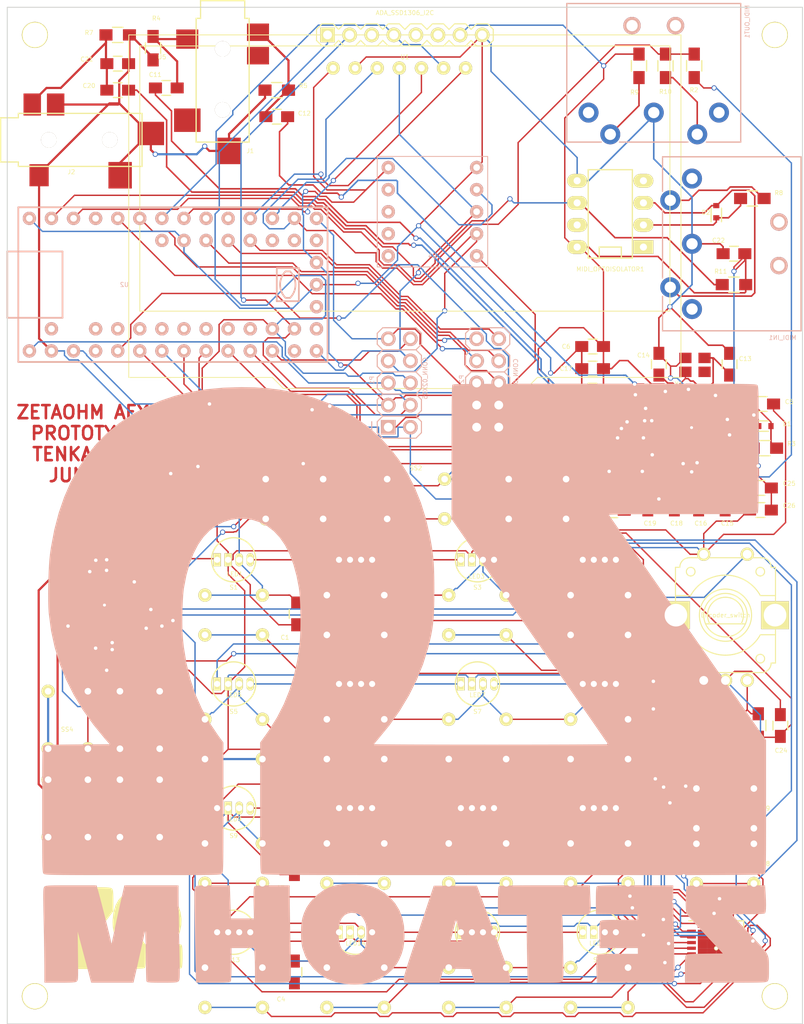
<source format=kicad_pcb>
(kicad_pcb (version 4) (host pcbnew "(2015-07-02 BZR 5871)-product")
  (layers (0 F.Cu signal) (31 B.Cu signal) (34 B.Paste user) (35 F.Paste user) (36 B.SilkS user) (37 F.SilkS user) (38 B.Mask user) (39 F.Mask user) (44 Edge.Cuts user))
  (net 0 "")
  (net 1 GND)
  (net 2 VCC)
  (net 3 "Net-(ENC1-Pad4)")
  (net 4 "Net-(LED1-Pad4)")
  (net 5 "Net-(MCP1-Pad1)")
  (net 6 "Net-(MCP1-Pad2)")
  (net 7 "Net-(MCP1-Pad3)")
  (net 8 "Net-(MCP1-Pad4)")
  (net 9 "Net-(MCP1-Pad17)")
  (net 10 "Net-(MCP1-Pad18)")
  (net 11 "Net-(MCP1-Pad19)")
  (net 12 "Net-(MCP1-Pad20)")
  (net 13 "Net-(MCP1-Pad21)")
  (net 14 "Net-(MCP1-Pad22)")
  (net 15 "Net-(MCP1-Pad23)")
  (net 16 "Net-(MCP1-Pad24)")
  (net 17 "Net-(MCP1-Pad25)")
  (net 18 "Net-(MCP1-Pad26)")
  (net 19 "Net-(MCP1-Pad27)")
  (net 20 "Net-(MCP1-Pad28)")
  (net 21 "Net-(MCP2-Pad17)")
  (net 22 "Net-(MCP2-Pad18)")
  (net 23 "Net-(MCP2-Pad19)")
  (net 24 "Net-(MCP2-Pad21)")
  (net 25 "Net-(MCP2-Pad22)")
  (net 26 "Net-(MCP2-Pad23)")
  (net 27 "Net-(MCP2-Pad25)")
  (net 28 "Net-(MCP2-Pad26)")
  (net 29 "Net-(MCP2-Pad27)")
  (net 30 "Net-(C11-Pad1)")
  (net 31 "Net-(ENC1-Pad1)")
  (net 32 "Net-(ENC1-Pad3)")
  (net 33 "Net-(LED1-Pad1)")
  (net 34 "Net-(MIDI_IN1-Pad4)")
  (net 35 "Net-(MIDI_OUT1-Pad4)")
  (net 36 "Net-(MIDI_OUT1-Pad5)")
  (net 37 AGND)
  (net 38 "Net-(LED2-Pad4)")
  (net 39 "Net-(LED3-Pad4)")
  (net 40 "Net-(LED4-Pad4)")
  (net 41 "Net-(LED5-Pad4)")
  (net 42 "Net-(LED10-Pad1)")
  (net 43 "Net-(LED10-Pad4)")
  (net 44 "Net-(LED11-Pad4)")
  (net 45 "Net-(LED12-Pad4)")
  (net 46 "Net-(LED13-Pad4)")
  (net 47 "Net-(LED14-Pad4)")
  (net 48 "Net-(LED15-Pad4)")
  (net 49 "Net-(C5-Pad1)")
  (net 50 "Net-(C11-Pad2)")
  (net 51 "Net-(C12-Pad1)")
  (net 52 "Net-(C12-Pad2)")
  (net 53 "Net-(C13-Pad1)")
  (net 54 "Net-(C14-Pad1)")
  (net 55 "Net-(C15-Pad2)")
  (net 56 "Net-(C20-Pad1)")
  (net 57 "Net-(C20-Pad2)")
  (net 58 /SwitchMatrix/ENCA)
  (net 59 /SwitchMatrix/ENCB)
  (net 60 "Net-(D2-Pad1)")
  (net 61 "Net-(D2-Pad2)")
  (net 62 /SwitchMatrix/SCL)
  (net 63 /SwitchMatrix/SDA)
  (net 64 /MidiConnectors/RX)
  (net 65 /30)
  (net 66 /29)
  (net 67 /25)
  (net 68 /24)
  (net 69 /22)
  (net 70 /15)
  (net 71 /20)
  (net 72 /12)
  (net 73 /11)
  (net 74 /10)
  (net 75 /6)
  (net 76 /3)
  (net 77 "/LED Matrix/LED_DIN")
  (net 78 "Net-(R2-Pad1)")
  (net 79 /SoundBoard/MIDIIN)
  (net 80 /26)
  (net 81 "Net-(C25-Pad1)")
  (net 82 /VIN)
  (net 83 /13)
  (net 84 /9)
  (net 85 /4)
  (net 86 /5)
  (net 87 "Net-(LED6-Pad4)")
  (net 88 "Net-(LED7-Pad4)")
  (net 89 "Net-(LED8-Pad4)")
  (module Mounting_Holes:MountingHole_4mm (layer F.Cu) (at 179.705 138.43)
    (fp_text reference REF** hide)
    (fp_text value MountingHole_4mm hide)
    (pad 1 thru_hole circle (at 0 0) (size 3 3) (drill 2.78) (layers *.Cu *.Mask F.SilkS))
  )
  (module Mounting_Holes:MountingHole_4mm (layer F.Cu) (at 94.615 138.43)
    (fp_text reference REF** hide)
    (fp_text value MountingHole_4mm hide)
    (pad 1 thru_hole circle (at 0 0) (size 3 3) (drill 2.78) (layers *.Cu *.Mask F.SilkS))
  )
  (module Mounting_Holes:MountingHole_4mm (layer F.Cu) (at 94.615 27.94)
    (fp_text reference REF** hide)
    (fp_text value MountingHole_4mm hide)
    (pad 1 thru_hole circle (at 0 0) (size 3 3) (drill 2.78) (layers *.Cu *.Mask F.SilkS))
  )
  (module Mounting_Holes:MountingHole_4mm (layer F.Cu) (at 179.705 27.94)
    (fp_text reference REF** hide)
    (fp_text value MountingHole_4mm hide)
    (pad 1 thru_hole circle (at 0 0) (size 3 3) (drill 2.78) (layers *.Cu *.Mask F.SilkS))
  )
  (module afx-01:Via (layer F.Cu) (at 102.616 93.472)
    (fp_text reference REF** hide)
    (fp_text value Via hide)
    (pad 1 thru_hole circle (at 0 0) (size 0.5 0.5) (drill 0.34) (layers *.Cu *.Mask F.SilkS))
  )
  (module afx-01:Via (layer F.Cu) (at 172.9613 132.9182)
    (fp_text reference REF** hide)
    (fp_text value Via hide)
    (pad 1 thru_hole circle (at 0 0) (size 0.5 0.5) (drill 0.34) (layers *.Cu *.Mask F.SilkS))
  )
  (module afx-01:SSD1306_XL (layer F.Cu) (at 137.16 48.26)
    (fp_text reference U5 (at -27.94 -17.78) (layer F.SilkS) (effects (font (size 0.5 0.5) (thickness 0.07))))
    (fp_text value SSD1306)
    (pad 5 thru_hole circle (at 1.905 -16.51) (size 1.524 1.524) (drill 0.762) (layers *.Cu *.Mask F.SilkS) (net 75 /6))
    (pad 4 thru_hole circle (at -0.635 -16.51) (size 1.524 1.524) (drill 0.762) (layers *.Cu *.Mask F.SilkS) (net 83 /13))
    (pad 3 thru_hole circle (at -3.175 -16.51) (size 1.524 1.524) (drill 0.762) (layers *.Cu *.Mask F.SilkS) (net 73 /11))
    (pad 2 thru_hole circle (at -5.715 -16.51) (size 1.524 1.524) (drill 0.762) (layers *.Cu *.Mask F.SilkS) (net 1 GND))
    (pad 1 thru_hole circle (at -8.255 -16.51) (size 1.524 1.524) (drill 0.762) (layers *.Cu *.Mask F.SilkS) (net 2 VCC))
    (pad 6 thru_hole circle (at 4.445 -16.51) (size 1.524 1.524) (drill 0.762) (layers *.Cu *.Mask F.SilkS) (net 86 /5))
    (pad 7 thru_hole circle (at 6.985 -16.51) (size 1.524 1.524) (drill 0.762) (layers *.Cu *.Mask F.SilkS) (net 84 /9))
  )
  (module Capacitors_SMD:C_0805_HandSoldering (layer F.Cu) (at 166.37 65.786 90)
    (fp_text reference C14 (at 1.0287 -1.7653 180) (layer F.SilkS) (effects (font (size 0.5 0.5) (thickness 0.07))))
    (fp_text value 22pF)
    (pad 1 smd rect (at -1.25 0 90) (size 1.5 1.25) (layers F.Cu F.Paste F.Mask) (net 54 "Net-(C14-Pad1)"))
    (pad 2 smd rect (at 1.25 0 90) (size 1.5 1.25) (layers F.Cu F.Paste F.Mask) (net 1 GND))
  )
  (module Capacitors_SMD:C_0805_HandSoldering (layer F.Cu) (at 174.498 65.786 90)
    (fp_text reference C13 (at 0.6223 1.8034 180) (layer F.SilkS) (effects (font (size 0.5 0.5) (thickness 0.07))))
    (fp_text value 22pF)
    (pad 1 smd rect (at -1.25 0 90) (size 1.5 1.25) (layers F.Cu F.Paste F.Mask) (net 53 "Net-(C13-Pad1)"))
    (pad 2 smd rect (at 1.25 0 90) (size 1.5 1.25) (layers F.Cu F.Paste F.Mask) (net 1 GND))
  )
  (module afx-01:B3F-1050_6mm_Switch (layer F.Cu) (at 159.523 137.425)
    (fp_text reference S16 (at 0 -3.175) (layer F.SilkS) (effects (font (size 0.5 0.5) (thickness 0.07))))
    (fp_text value DPST_Switch hide)
    (pad 3 thru_hole circle (at 3.302 -2.286) (size 1.524 1.524) (drill 0.762) (layers *.Cu *.Mask F.SilkS) (net 1 GND))
    (pad 4 thru_hole circle (at -3.302 -2.286) (size 1.524 1.524) (drill 0.762) (layers *.Cu *.Mask F.SilkS) (net 1 GND))
    (pad 2 thru_hole circle (at -3.302 2.286) (size 1.524 1.524) (drill 0.762) (layers *.Cu *.Mask F.SilkS) (net 8 "Net-(MCP1-Pad4)"))
    (pad 1 thru_hole circle (at 3.302 2.286) (size 1.524 1.524) (drill 0.762) (layers *.Cu *.Mask F.SilkS) (net 8 "Net-(MCP1-Pad4)"))
  )
  (module afx-01:B3F-1050_6mm_Switch (layer F.Cu) (at 145.507 137.425)
    (fp_text reference S15 (at 0 -3.175) (layer F.SilkS) (effects (font (size 0.5 0.5) (thickness 0.07))))
    (fp_text value DPST_Switch hide)
    (pad 3 thru_hole circle (at 3.302 -2.286) (size 1.524 1.524) (drill 0.762) (layers *.Cu *.Mask F.SilkS) (net 1 GND))
    (pad 4 thru_hole circle (at -3.302 -2.286) (size 1.524 1.524) (drill 0.762) (layers *.Cu *.Mask F.SilkS) (net 1 GND))
    (pad 2 thru_hole circle (at -3.302 2.286) (size 1.524 1.524) (drill 0.762) (layers *.Cu *.Mask F.SilkS) (net 20 "Net-(MCP1-Pad28)"))
    (pad 1 thru_hole circle (at 3.302 2.286) (size 1.524 1.524) (drill 0.762) (layers *.Cu *.Mask F.SilkS) (net 20 "Net-(MCP1-Pad28)"))
  )
  (module afx-01:B3F-1050_6mm_Switch (layer F.Cu) (at 131.491 137.425)
    (fp_text reference S14 (at 0 -3.175) (layer F.SilkS) (effects (font (size 0.5 0.5) (thickness 0.07))))
    (fp_text value DPST_Switch hide)
    (pad 3 thru_hole circle (at 3.302 -2.286) (size 1.524 1.524) (drill 0.762) (layers *.Cu *.Mask F.SilkS) (net 1 GND))
    (pad 4 thru_hole circle (at -3.302 -2.286) (size 1.524 1.524) (drill 0.762) (layers *.Cu *.Mask F.SilkS) (net 1 GND))
    (pad 2 thru_hole circle (at -3.302 2.286) (size 1.524 1.524) (drill 0.762) (layers *.Cu *.Mask F.SilkS) (net 16 "Net-(MCP1-Pad24)"))
    (pad 1 thru_hole circle (at 3.302 2.286) (size 1.524 1.524) (drill 0.762) (layers *.Cu *.Mask F.SilkS) (net 16 "Net-(MCP1-Pad24)"))
  )
  (module afx-01:B3F-1050_6mm_Switch (layer F.Cu) (at 117.475 137.425)
    (fp_text reference S13 (at 0 -3.175) (layer F.SilkS) (effects (font (size 0.5 0.5) (thickness 0.07))))
    (fp_text value DPST_Switch hide)
    (pad 3 thru_hole circle (at 3.302 -2.286) (size 1.524 1.524) (drill 0.762) (layers *.Cu *.Mask F.SilkS) (net 1 GND))
    (pad 4 thru_hole circle (at -3.302 -2.286) (size 1.524 1.524) (drill 0.762) (layers *.Cu *.Mask F.SilkS) (net 1 GND))
    (pad 2 thru_hole circle (at -3.302 2.286) (size 1.524 1.524) (drill 0.762) (layers *.Cu *.Mask F.SilkS) (net 12 "Net-(MCP1-Pad20)"))
    (pad 1 thru_hole circle (at 3.302 2.286) (size 1.524 1.524) (drill 0.762) (layers *.Cu *.Mask F.SilkS) (net 12 "Net-(MCP1-Pad20)"))
  )
  (module afx-01:B3F-1050_6mm_Switch (layer F.Cu) (at 159.523 123.155)
    (fp_text reference S12 (at 0 -3.175) (layer F.SilkS) (effects (font (size 0.5 0.5) (thickness 0.07))))
    (fp_text value DPST_Switch hide)
    (pad 3 thru_hole circle (at 3.302 -2.286) (size 1.524 1.524) (drill 0.762) (layers *.Cu *.Mask F.SilkS) (net 1 GND))
    (pad 4 thru_hole circle (at -3.302 -2.286) (size 1.524 1.524) (drill 0.762) (layers *.Cu *.Mask F.SilkS) (net 1 GND))
    (pad 2 thru_hole circle (at -3.302 2.286) (size 1.524 1.524) (drill 0.762) (layers *.Cu *.Mask F.SilkS) (net 7 "Net-(MCP1-Pad3)"))
    (pad 1 thru_hole circle (at 3.302 2.286) (size 1.524 1.524) (drill 0.762) (layers *.Cu *.Mask F.SilkS) (net 7 "Net-(MCP1-Pad3)"))
  )
  (module afx-01:B3F-1050_6mm_Switch (layer F.Cu) (at 145.507 123.155)
    (fp_text reference S11 (at 0 -3.175) (layer F.SilkS) (effects (font (size 0.5 0.5) (thickness 0.07))))
    (fp_text value DPST_Switch hide)
    (pad 3 thru_hole circle (at 3.302 -2.286) (size 1.524 1.524) (drill 0.762) (layers *.Cu *.Mask F.SilkS) (net 1 GND))
    (pad 4 thru_hole circle (at -3.302 -2.286) (size 1.524 1.524) (drill 0.762) (layers *.Cu *.Mask F.SilkS) (net 1 GND))
    (pad 2 thru_hole circle (at -3.302 2.286) (size 1.524 1.524) (drill 0.762) (layers *.Cu *.Mask F.SilkS) (net 19 "Net-(MCP1-Pad27)"))
    (pad 1 thru_hole circle (at 3.302 2.286) (size 1.524 1.524) (drill 0.762) (layers *.Cu *.Mask F.SilkS) (net 19 "Net-(MCP1-Pad27)"))
  )
  (module afx-01:B3F-1050_6mm_Switch (layer F.Cu) (at 131.491 123.155)
    (fp_text reference S10 (at 0 -3.175) (layer F.SilkS) (effects (font (size 0.5 0.5) (thickness 0.07))))
    (fp_text value DPST_Switch hide)
    (pad 3 thru_hole circle (at 3.302 -2.286) (size 1.524 1.524) (drill 0.762) (layers *.Cu *.Mask F.SilkS) (net 1 GND))
    (pad 4 thru_hole circle (at -3.302 -2.286) (size 1.524 1.524) (drill 0.762) (layers *.Cu *.Mask F.SilkS) (net 1 GND))
    (pad 2 thru_hole circle (at -3.302 2.286) (size 1.524 1.524) (drill 0.762) (layers *.Cu *.Mask F.SilkS) (net 15 "Net-(MCP1-Pad23)"))
    (pad 1 thru_hole circle (at 3.302 2.286) (size 1.524 1.524) (drill 0.762) (layers *.Cu *.Mask F.SilkS) (net 15 "Net-(MCP1-Pad23)"))
  )
  (module afx-01:B3F-1050_6mm_Switch (layer F.Cu) (at 117.475 123.155)
    (fp_text reference S9 (at 0 -3.175) (layer F.SilkS) (effects (font (size 0.5 0.5) (thickness 0.07))))
    (fp_text value DPST_Switch hide)
    (pad 3 thru_hole circle (at 3.302 -2.286) (size 1.524 1.524) (drill 0.762) (layers *.Cu *.Mask F.SilkS) (net 1 GND))
    (pad 4 thru_hole circle (at -3.302 -2.286) (size 1.524 1.524) (drill 0.762) (layers *.Cu *.Mask F.SilkS) (net 1 GND))
    (pad 2 thru_hole circle (at -3.302 2.286) (size 1.524 1.524) (drill 0.762) (layers *.Cu *.Mask F.SilkS) (net 11 "Net-(MCP1-Pad19)"))
    (pad 1 thru_hole circle (at 3.302 2.286) (size 1.524 1.524) (drill 0.762) (layers *.Cu *.Mask F.SilkS) (net 11 "Net-(MCP1-Pad19)"))
  )
  (module afx-01:B3F-1050_6mm_Switch (layer F.Cu) (at 159.523 108.885)
    (fp_text reference S8 (at 0 -3.175) (layer F.SilkS) (effects (font (size 0.5 0.5) (thickness 0.07))))
    (fp_text value DPST_Switch hide)
    (pad 3 thru_hole circle (at 3.302 -2.286) (size 1.524 1.524) (drill 0.762) (layers *.Cu *.Mask F.SilkS) (net 1 GND))
    (pad 4 thru_hole circle (at -3.302 -2.286) (size 1.524 1.524) (drill 0.762) (layers *.Cu *.Mask F.SilkS) (net 1 GND))
    (pad 2 thru_hole circle (at -3.302 2.286) (size 1.524 1.524) (drill 0.762) (layers *.Cu *.Mask F.SilkS) (net 6 "Net-(MCP1-Pad2)"))
    (pad 1 thru_hole circle (at 3.302 2.286) (size 1.524 1.524) (drill 0.762) (layers *.Cu *.Mask F.SilkS) (net 6 "Net-(MCP1-Pad2)"))
  )
  (module afx-01:B3F-1050_6mm_Switch (layer F.Cu) (at 145.507 108.885)
    (fp_text reference S7 (at 0 -3.175) (layer F.SilkS) (effects (font (size 0.5 0.5) (thickness 0.07))))
    (fp_text value DPST_Switch hide)
    (pad 3 thru_hole circle (at 3.302 -2.286) (size 1.524 1.524) (drill 0.762) (layers *.Cu *.Mask F.SilkS) (net 1 GND))
    (pad 4 thru_hole circle (at -3.302 -2.286) (size 1.524 1.524) (drill 0.762) (layers *.Cu *.Mask F.SilkS) (net 1 GND))
    (pad 2 thru_hole circle (at -3.302 2.286) (size 1.524 1.524) (drill 0.762) (layers *.Cu *.Mask F.SilkS) (net 18 "Net-(MCP1-Pad26)"))
    (pad 1 thru_hole circle (at 3.302 2.286) (size 1.524 1.524) (drill 0.762) (layers *.Cu *.Mask F.SilkS) (net 18 "Net-(MCP1-Pad26)"))
  )
  (module afx-01:B3F-1050_6mm_Switch (layer F.Cu) (at 131.491 108.885)
    (fp_text reference S6 (at 0 -3.175) (layer F.SilkS) (effects (font (size 0.5 0.5) (thickness 0.07))))
    (fp_text value DPST_Switch hide)
    (pad 3 thru_hole circle (at 3.302 -2.286) (size 1.524 1.524) (drill 0.762) (layers *.Cu *.Mask F.SilkS) (net 1 GND))
    (pad 4 thru_hole circle (at -3.302 -2.286) (size 1.524 1.524) (drill 0.762) (layers *.Cu *.Mask F.SilkS) (net 1 GND))
    (pad 2 thru_hole circle (at -3.302 2.286) (size 1.524 1.524) (drill 0.762) (layers *.Cu *.Mask F.SilkS) (net 14 "Net-(MCP1-Pad22)"))
    (pad 1 thru_hole circle (at 3.302 2.286) (size 1.524 1.524) (drill 0.762) (layers *.Cu *.Mask F.SilkS) (net 14 "Net-(MCP1-Pad22)"))
  )
  (module afx-01:B3F-1050_6mm_Switch (layer F.Cu) (at 117.475 108.885)
    (fp_text reference S5 (at 0 -3.175) (layer F.SilkS) (effects (font (size 0.5 0.5) (thickness 0.07))))
    (fp_text value DPST_Switch hide)
    (pad 3 thru_hole circle (at 3.302 -2.286) (size 1.524 1.524) (drill 0.762) (layers *.Cu *.Mask F.SilkS) (net 1 GND))
    (pad 4 thru_hole circle (at -3.302 -2.286) (size 1.524 1.524) (drill 0.762) (layers *.Cu *.Mask F.SilkS) (net 1 GND))
    (pad 2 thru_hole circle (at -3.302 2.286) (size 1.524 1.524) (drill 0.762) (layers *.Cu *.Mask F.SilkS) (net 10 "Net-(MCP1-Pad18)"))
    (pad 1 thru_hole circle (at 3.302 2.286) (size 1.524 1.524) (drill 0.762) (layers *.Cu *.Mask F.SilkS) (net 10 "Net-(MCP1-Pad18)"))
  )
  (module afx-01:B3F-1050_6mm_Switch (layer F.Cu) (at 159.523 94.615)
    (fp_text reference S4 (at 0 -3.175) (layer F.SilkS) (effects (font (size 0.5 0.5) (thickness 0.07))))
    (fp_text value DPST_Switch hide)
    (pad 3 thru_hole circle (at 3.302 -2.286) (size 1.524 1.524) (drill 0.762) (layers *.Cu *.Mask F.SilkS) (net 1 GND))
    (pad 4 thru_hole circle (at -3.302 -2.286) (size 1.524 1.524) (drill 0.762) (layers *.Cu *.Mask F.SilkS) (net 1 GND))
    (pad 2 thru_hole circle (at -3.302 2.286) (size 1.524 1.524) (drill 0.762) (layers *.Cu *.Mask F.SilkS) (net 5 "Net-(MCP1-Pad1)"))
    (pad 1 thru_hole circle (at 3.302 2.286) (size 1.524 1.524) (drill 0.762) (layers *.Cu *.Mask F.SilkS) (net 5 "Net-(MCP1-Pad1)"))
  )
  (module afx-01:B3F-1050_6mm_Switch (layer F.Cu) (at 145.507 94.615)
    (fp_text reference S3 (at 0 -3.175) (layer F.SilkS) (effects (font (size 0.5 0.5) (thickness 0.07))))
    (fp_text value DPST_Switch hide)
    (pad 3 thru_hole circle (at 3.302 -2.286) (size 1.524 1.524) (drill 0.762) (layers *.Cu *.Mask F.SilkS) (net 1 GND))
    (pad 4 thru_hole circle (at -3.302 -2.286) (size 1.524 1.524) (drill 0.762) (layers *.Cu *.Mask F.SilkS) (net 1 GND))
    (pad 2 thru_hole circle (at -3.302 2.286) (size 1.524 1.524) (drill 0.762) (layers *.Cu *.Mask F.SilkS) (net 17 "Net-(MCP1-Pad25)"))
    (pad 1 thru_hole circle (at 3.302 2.286) (size 1.524 1.524) (drill 0.762) (layers *.Cu *.Mask F.SilkS) (net 17 "Net-(MCP1-Pad25)"))
  )
  (module afx-01:B3F-1050_6mm_Switch (layer F.Cu) (at 131.491 94.615)
    (fp_text reference S2 (at 0 -3.175) (layer F.SilkS) (effects (font (size 0.5 0.5) (thickness 0.07))))
    (fp_text value DPST_Switch hide)
    (pad 3 thru_hole circle (at 3.302 -2.286) (size 1.524 1.524) (drill 0.762) (layers *.Cu *.Mask F.SilkS) (net 1 GND))
    (pad 4 thru_hole circle (at -3.302 -2.286) (size 1.524 1.524) (drill 0.762) (layers *.Cu *.Mask F.SilkS) (net 1 GND))
    (pad 2 thru_hole circle (at -3.302 2.286) (size 1.524 1.524) (drill 0.762) (layers *.Cu *.Mask F.SilkS) (net 13 "Net-(MCP1-Pad21)"))
    (pad 1 thru_hole circle (at 3.302 2.286) (size 1.524 1.524) (drill 0.762) (layers *.Cu *.Mask F.SilkS) (net 13 "Net-(MCP1-Pad21)"))
  )
  (module afx-01:WS2811_5mm_ThroughHole (layer F.Cu) (at 159.523 131.075)
    (fp_text reference LED16 (at 0 1.27) (layer F.SilkS) (effects (font (size 0.5 0.5) (thickness 0.07))))
    (fp_text value WS2812b)
    (pad 1 thru_hole rect (at -1.905 0) (size 0.85 1.5) (drill 0.7) (layers *.Cu *.Mask F.SilkS) (net 48 "Net-(LED15-Pad4)"))
    (pad 2 thru_hole rect (at -0.635 0) (size 0.85 1.5) (drill 0.7) (layers *.Cu *.Mask F.SilkS) (net 2 VCC))
    (pad 3 thru_hole oval (at 0.635 0) (size 0.85 1.5) (drill 0.7) (layers *.Cu *.Mask F.SilkS) (net 1 GND))
    (pad 4 thru_hole oval (at 1.905 0) (size 0.85 1.5) (drill 0.7) (layers *.Cu *.Mask F.SilkS))
  )
  (module afx-01:WS2811_5mm_ThroughHole (layer F.Cu) (at 145.507 131.075)
    (fp_text reference LED15 (at 0 1.27) (layer F.SilkS) (effects (font (size 0.5 0.5) (thickness 0.07))))
    (fp_text value WS2812b)
    (pad 1 thru_hole rect (at -1.905 0) (size 0.85 1.5) (drill 0.7) (layers *.Cu *.Mask F.SilkS) (net 47 "Net-(LED14-Pad4)"))
    (pad 2 thru_hole rect (at -0.635 0) (size 0.85 1.5) (drill 0.7) (layers *.Cu *.Mask F.SilkS) (net 2 VCC))
    (pad 3 thru_hole oval (at 0.635 0) (size 0.85 1.5) (drill 0.7) (layers *.Cu *.Mask F.SilkS) (net 1 GND))
    (pad 4 thru_hole oval (at 1.905 0) (size 0.85 1.5) (drill 0.7) (layers *.Cu *.Mask F.SilkS) (net 48 "Net-(LED15-Pad4)"))
  )
  (module afx-01:WS2811_5mm_ThroughHole (layer F.Cu) (at 131.491 131.075)
    (fp_text reference LED14 (at 0 1.27) (layer F.SilkS) (effects (font (size 0.5 0.5) (thickness 0.07))))
    (fp_text value WS2812b)
    (pad 1 thru_hole rect (at -1.905 0) (size 0.85 1.5) (drill 0.7) (layers *.Cu *.Mask F.SilkS) (net 46 "Net-(LED13-Pad4)"))
    (pad 2 thru_hole rect (at -0.635 0) (size 0.85 1.5) (drill 0.7) (layers *.Cu *.Mask F.SilkS) (net 2 VCC))
    (pad 3 thru_hole oval (at 0.635 0) (size 0.85 1.5) (drill 0.7) (layers *.Cu *.Mask F.SilkS) (net 1 GND))
    (pad 4 thru_hole oval (at 1.905 0) (size 0.85 1.5) (drill 0.7) (layers *.Cu *.Mask F.SilkS) (net 47 "Net-(LED14-Pad4)"))
  )
  (module afx-01:WS2811_5mm_ThroughHole (layer F.Cu) (at 117.475 131.075)
    (fp_text reference LED13 (at 0 1.27) (layer F.SilkS) (effects (font (size 0.5 0.5) (thickness 0.07))))
    (fp_text value WS2812b)
    (pad 1 thru_hole rect (at -1.905 0) (size 0.85 1.5) (drill 0.7) (layers *.Cu *.Mask F.SilkS) (net 45 "Net-(LED12-Pad4)"))
    (pad 2 thru_hole rect (at -0.635 0) (size 0.85 1.5) (drill 0.7) (layers *.Cu *.Mask F.SilkS) (net 2 VCC))
    (pad 3 thru_hole oval (at 0.635 0) (size 0.85 1.5) (drill 0.7) (layers *.Cu *.Mask F.SilkS) (net 1 GND))
    (pad 4 thru_hole oval (at 1.905 0) (size 0.85 1.5) (drill 0.7) (layers *.Cu *.Mask F.SilkS) (net 46 "Net-(LED13-Pad4)"))
  )
  (module afx-01:WS2811_5mm_ThroughHole (layer F.Cu) (at 159.523 116.805)
    (fp_text reference LED12 (at 0 1.27) (layer F.SilkS) (effects (font (size 0.5 0.5) (thickness 0.07))))
    (fp_text value WS2812b)
    (pad 1 thru_hole rect (at -1.905 0) (size 0.85 1.5) (drill 0.7) (layers *.Cu *.Mask F.SilkS) (net 44 "Net-(LED11-Pad4)"))
    (pad 2 thru_hole rect (at -0.635 0) (size 0.85 1.5) (drill 0.7) (layers *.Cu *.Mask F.SilkS) (net 2 VCC))
    (pad 3 thru_hole oval (at 0.635 0) (size 0.85 1.5) (drill 0.7) (layers *.Cu *.Mask F.SilkS) (net 1 GND))
    (pad 4 thru_hole oval (at 1.905 0) (size 0.85 1.5) (drill 0.7) (layers *.Cu *.Mask F.SilkS) (net 45 "Net-(LED12-Pad4)"))
  )
  (module afx-01:WS2811_5mm_ThroughHole (layer F.Cu) (at 145.507 116.805)
    (fp_text reference LED11 (at 0 1.27) (layer F.SilkS) (effects (font (size 0.5 0.5) (thickness 0.07))))
    (fp_text value WS2812b)
    (pad 1 thru_hole rect (at -1.905 0) (size 0.85 1.5) (drill 0.7) (layers *.Cu *.Mask F.SilkS) (net 43 "Net-(LED10-Pad4)"))
    (pad 2 thru_hole rect (at -0.635 0) (size 0.85 1.5) (drill 0.7) (layers *.Cu *.Mask F.SilkS) (net 2 VCC))
    (pad 3 thru_hole oval (at 0.635 0) (size 0.85 1.5) (drill 0.7) (layers *.Cu *.Mask F.SilkS) (net 1 GND))
    (pad 4 thru_hole oval (at 1.905 0) (size 0.85 1.5) (drill 0.7) (layers *.Cu *.Mask F.SilkS) (net 44 "Net-(LED11-Pad4)"))
  )
  (module afx-01:WS2811_5mm_ThroughHole (layer F.Cu) (at 131.491 116.805)
    (fp_text reference LED10 (at 0 1.27) (layer F.SilkS) (effects (font (size 0.5 0.5) (thickness 0.07))))
    (fp_text value WS2812b)
    (pad 1 thru_hole rect (at -1.905 0) (size 0.85 1.5) (drill 0.7) (layers *.Cu *.Mask F.SilkS) (net 42 "Net-(LED10-Pad1)"))
    (pad 2 thru_hole rect (at -0.635 0) (size 0.85 1.5) (drill 0.7) (layers *.Cu *.Mask F.SilkS) (net 2 VCC))
    (pad 3 thru_hole oval (at 0.635 0) (size 0.85 1.5) (drill 0.7) (layers *.Cu *.Mask F.SilkS) (net 1 GND))
    (pad 4 thru_hole oval (at 1.905 0) (size 0.85 1.5) (drill 0.7) (layers *.Cu *.Mask F.SilkS) (net 43 "Net-(LED10-Pad4)"))
  )
  (module afx-01:WS2811_5mm_ThroughHole (layer F.Cu) (at 117.475 116.805)
    (fp_text reference LED9 (at 0 1.27) (layer F.SilkS) (effects (font (size 0.5 0.5) (thickness 0.07))))
    (fp_text value WS2812b)
    (pad 1 thru_hole rect (at -1.905 0) (size 0.85 1.5) (drill 0.7) (layers *.Cu *.Mask F.SilkS) (net 89 "Net-(LED8-Pad4)"))
    (pad 2 thru_hole rect (at -0.635 0) (size 0.85 1.5) (drill 0.7) (layers *.Cu *.Mask F.SilkS) (net 2 VCC))
    (pad 3 thru_hole oval (at 0.635 0) (size 0.85 1.5) (drill 0.7) (layers *.Cu *.Mask F.SilkS) (net 1 GND))
    (pad 4 thru_hole oval (at 1.905 0) (size 0.85 1.5) (drill 0.7) (layers *.Cu *.Mask F.SilkS) (net 42 "Net-(LED10-Pad1)"))
  )
  (module afx-01:WS2811_5mm_ThroughHole (layer F.Cu) (at 159.523 102.535)
    (fp_text reference LED8 (at 0 1.27) (layer F.SilkS) (effects (font (size 0.5 0.5) (thickness 0.07))))
    (fp_text value WS2812b)
    (pad 1 thru_hole rect (at -1.905 0) (size 0.85 1.5) (drill 0.7) (layers *.Cu *.Mask F.SilkS) (net 88 "Net-(LED7-Pad4)"))
    (pad 2 thru_hole rect (at -0.635 0) (size 0.85 1.5) (drill 0.7) (layers *.Cu *.Mask F.SilkS) (net 2 VCC))
    (pad 3 thru_hole oval (at 0.635 0) (size 0.85 1.5) (drill 0.7) (layers *.Cu *.Mask F.SilkS) (net 1 GND))
    (pad 4 thru_hole oval (at 1.905 0) (size 0.85 1.5) (drill 0.7) (layers *.Cu *.Mask F.SilkS) (net 89 "Net-(LED8-Pad4)"))
  )
  (module afx-01:WS2811_5mm_ThroughHole (layer F.Cu) (at 145.507 102.535)
    (fp_text reference LED7 (at 0 1.27) (layer F.SilkS) (effects (font (size 0.5 0.5) (thickness 0.07))))
    (fp_text value WS2812b)
    (pad 1 thru_hole rect (at -1.905 0) (size 0.85 1.5) (drill 0.7) (layers *.Cu *.Mask F.SilkS) (net 87 "Net-(LED6-Pad4)"))
    (pad 2 thru_hole rect (at -0.635 0) (size 0.85 1.5) (drill 0.7) (layers *.Cu *.Mask F.SilkS) (net 2 VCC))
    (pad 3 thru_hole oval (at 0.635 0) (size 0.85 1.5) (drill 0.7) (layers *.Cu *.Mask F.SilkS) (net 1 GND))
    (pad 4 thru_hole oval (at 1.905 0) (size 0.85 1.5) (drill 0.7) (layers *.Cu *.Mask F.SilkS) (net 88 "Net-(LED7-Pad4)"))
  )
  (module afx-01:WS2811_5mm_ThroughHole (layer F.Cu) (at 131.491 102.535)
    (fp_text reference LED6 (at 0 1.27) (layer F.SilkS) (effects (font (size 0.5 0.5) (thickness 0.07))))
    (fp_text value WS2812b)
    (pad 1 thru_hole rect (at -1.905 0) (size 0.85 1.5) (drill 0.7) (layers *.Cu *.Mask F.SilkS) (net 41 "Net-(LED5-Pad4)"))
    (pad 2 thru_hole rect (at -0.635 0) (size 0.85 1.5) (drill 0.7) (layers *.Cu *.Mask F.SilkS) (net 2 VCC))
    (pad 3 thru_hole oval (at 0.635 0) (size 0.85 1.5) (drill 0.7) (layers *.Cu *.Mask F.SilkS) (net 1 GND))
    (pad 4 thru_hole oval (at 1.905 0) (size 0.85 1.5) (drill 0.7) (layers *.Cu *.Mask F.SilkS) (net 87 "Net-(LED6-Pad4)"))
  )
  (module afx-01:WS2811_5mm_ThroughHole (layer F.Cu) (at 117.475 102.535)
    (fp_text reference LED5 (at 0 1.27) (layer F.SilkS) (effects (font (size 0.5 0.5) (thickness 0.07))))
    (fp_text value WS2812b)
    (pad 1 thru_hole rect (at -1.905 0) (size 0.85 1.5) (drill 0.7) (layers *.Cu *.Mask F.SilkS) (net 40 "Net-(LED4-Pad4)"))
    (pad 2 thru_hole rect (at -0.635 0) (size 0.85 1.5) (drill 0.7) (layers *.Cu *.Mask F.SilkS) (net 2 VCC))
    (pad 3 thru_hole oval (at 0.635 0) (size 0.85 1.5) (drill 0.7) (layers *.Cu *.Mask F.SilkS) (net 1 GND))
    (pad 4 thru_hole oval (at 1.905 0) (size 0.85 1.5) (drill 0.7) (layers *.Cu *.Mask F.SilkS) (net 41 "Net-(LED5-Pad4)"))
  )
  (module afx-01:WS2811_5mm_ThroughHole (layer F.Cu) (at 159.523 88.265)
    (fp_text reference LED4 (at 0 1.27) (layer F.SilkS) (effects (font (size 0.5 0.5) (thickness 0.07))))
    (fp_text value WS2812b)
    (pad 1 thru_hole rect (at -1.905 0) (size 0.85 1.5) (drill 0.7) (layers *.Cu *.Mask F.SilkS) (net 39 "Net-(LED3-Pad4)"))
    (pad 2 thru_hole rect (at -0.635 0) (size 0.85 1.5) (drill 0.7) (layers *.Cu *.Mask F.SilkS) (net 2 VCC))
    (pad 3 thru_hole oval (at 0.635 0) (size 0.85 1.5) (drill 0.7) (layers *.Cu *.Mask F.SilkS) (net 1 GND))
    (pad 4 thru_hole oval (at 1.905 0) (size 0.85 1.5) (drill 0.7) (layers *.Cu *.Mask F.SilkS) (net 40 "Net-(LED4-Pad4)"))
  )
  (module afx-01:WS2811_5mm_ThroughHole (layer F.Cu) (at 145.507 88.265)
    (fp_text reference LED3 (at -0.092 1.905) (layer F.SilkS) (effects (font (size 0.5 0.5) (thickness 0.07))))
    (fp_text value WS2812b)
    (pad 1 thru_hole rect (at -1.905 0) (size 0.85 1.5) (drill 0.7) (layers *.Cu *.Mask F.SilkS) (net 38 "Net-(LED2-Pad4)"))
    (pad 2 thru_hole rect (at -0.635 0) (size 0.85 1.5) (drill 0.7) (layers *.Cu *.Mask F.SilkS) (net 2 VCC))
    (pad 3 thru_hole oval (at 0.635 0) (size 0.85 1.5) (drill 0.7) (layers *.Cu *.Mask F.SilkS) (net 1 GND))
    (pad 4 thru_hole oval (at 1.905 0) (size 0.85 1.5) (drill 0.7) (layers *.Cu *.Mask F.SilkS) (net 39 "Net-(LED3-Pad4)"))
  )
  (module afx-01:WS2811_5mm_ThroughHole (layer F.Cu) (at 131.491 88.265)
    (fp_text reference LED2 (at -0.046 1.905) (layer F.SilkS) (effects (font (size 0.5 0.5) (thickness 0.07))))
    (fp_text value WS2812b)
    (pad 1 thru_hole rect (at -1.905 0) (size 0.85 1.5) (drill 0.7) (layers *.Cu *.Mask F.SilkS) (net 4 "Net-(LED1-Pad4)"))
    (pad 2 thru_hole rect (at -0.635 0) (size 0.85 1.5) (drill 0.7) (layers *.Cu *.Mask F.SilkS) (net 2 VCC))
    (pad 3 thru_hole oval (at 0.635 0) (size 0.85 1.5) (drill 0.7) (layers *.Cu *.Mask F.SilkS) (net 1 GND))
    (pad 4 thru_hole oval (at 1.905 0) (size 0.85 1.5) (drill 0.7) (layers *.Cu *.Mask F.SilkS) (net 38 "Net-(LED2-Pad4)"))
  )
  (module Connect:SDS-50J (layer B.Cu) (at 170.18 44.45 270)
    (fp_text reference MIDI_IN1 (at 18.288 -10.414 540) (layer B.SilkS) (effects (font (size 0.5 0.5) (thickness 0.07)) (justify mirror)))
    (fp_text value MIDI_CONN_FEMALE)
    (pad 4 thru_hole circle (at 2.5 2.5 90) (size 2.3 2.3) (drill 1.3) (layers *.Cu *.Mask) (net 34 "Net-(MIDI_IN1-Pad4)"))
    (pad "" thru_hole circle (at 10 -10 90) (size 2 2) (drill 1.3) (layers *.Cu *.Mask B.SilkS))
    (pad 1 thru_hole circle (at 0 0 90) (size 2.3 2.3) (drill 1.3) (layers *.Cu *.Mask))
    (pad 2 thru_hole circle (at 7.5 0 90) (size 2.3 2.3) (drill 1.3) (layers *.Cu *.Mask) (net 1 GND))
    (pad 3 thru_hole circle (at 15 0 90) (size 2.3 2.3) (drill 1.3) (layers *.Cu *.Mask))
    (pad 5 thru_hole circle (at 12.5 2.5 90) (size 2.3 2.3) (drill 1.3) (layers *.Cu *.Mask) (net 60 "Net-(D2-Pad1)"))
    (pad "" thru_hole circle (at 5 -10 90) (size 2 2) (drill 1.3) (layers *.Cu *.Mask B.SilkS))
  )
  (module afx-01:B3F-1050_6mm_Switch (layer F.Cu) (at 173.99 116.84)
    (fp_text reference SS9 (at 4.445 0) (layer F.SilkS) (effects (font (size 0.5 0.5) (thickness 0.07))))
    (fp_text value DPST_Switch hide)
    (pad 3 thru_hole circle (at 3.302 -2.286) (size 1.524 1.524) (drill 0.762) (layers *.Cu *.Mask F.SilkS) (net 1 GND))
    (pad 4 thru_hole circle (at -3.302 -2.286) (size 1.524 1.524) (drill 0.762) (layers *.Cu *.Mask F.SilkS) (net 1 GND))
    (pad 2 thru_hole circle (at -3.302 2.286) (size 1.524 1.524) (drill 0.762) (layers *.Cu *.Mask F.SilkS) (net 29 "Net-(MCP2-Pad27)"))
    (pad 1 thru_hole circle (at 3.302 2.286) (size 1.524 1.524) (drill 0.762) (layers *.Cu *.Mask F.SilkS) (net 29 "Net-(MCP2-Pad27)"))
  )
  (module afx-01:B3F-1050_6mm_Switch (layer F.Cu) (at 173.99 123.19)
    (fp_text reference SS8 (at 4.445 0) (layer F.SilkS) (effects (font (size 0.5 0.5) (thickness 0.07))))
    (fp_text value DPST_Switch hide)
    (pad 3 thru_hole circle (at 3.302 -2.286) (size 1.524 1.524) (drill 0.762) (layers *.Cu *.Mask F.SilkS) (net 1 GND))
    (pad 4 thru_hole circle (at -3.302 -2.286) (size 1.524 1.524) (drill 0.762) (layers *.Cu *.Mask F.SilkS) (net 1 GND))
    (pad 2 thru_hole circle (at -3.302 2.286) (size 1.524 1.524) (drill 0.762) (layers *.Cu *.Mask F.SilkS) (net 26 "Net-(MCP2-Pad23)"))
    (pad 1 thru_hole circle (at 3.302 2.286) (size 1.524 1.524) (drill 0.762) (layers *.Cu *.Mask F.SilkS) (net 26 "Net-(MCP2-Pad23)"))
  )
  (module afx-01:B3F-1050_6mm_Switch (layer F.Cu) (at 106.68 116.84 90)
    (fp_text reference SS7 (at -1.27 -0.0127 180) (layer F.SilkS) (effects (font (size 0.5 0.5) (thickness 0.07))))
    (fp_text value DPST_Switch hide)
    (pad 3 thru_hole circle (at 3.302 -2.286 90) (size 1.524 1.524) (drill 0.762) (layers *.Cu *.Mask F.SilkS) (net 1 GND))
    (pad 4 thru_hole circle (at -3.302 -2.286 90) (size 1.524 1.524) (drill 0.762) (layers *.Cu *.Mask F.SilkS) (net 1 GND))
    (pad 2 thru_hole circle (at -3.302 2.286 90) (size 1.524 1.524) (drill 0.762) (layers *.Cu *.Mask F.SilkS) (net 23 "Net-(MCP2-Pad19)"))
    (pad 1 thru_hole circle (at 3.302 2.286 90) (size 1.524 1.524) (drill 0.762) (layers *.Cu *.Mask F.SilkS) (net 23 "Net-(MCP2-Pad19)"))
  )
  (module afx-01:B3F-1050_6mm_Switch (layer F.Cu) (at 98.425 116.84 90)
    (fp_text reference SS6 (at -1.2065 0.0127 180) (layer F.SilkS) (effects (font (size 0.5 0.5) (thickness 0.07))))
    (fp_text value DPST_Switch hide)
    (pad 3 thru_hole circle (at 3.302 -2.286 90) (size 1.524 1.524) (drill 0.762) (layers *.Cu *.Mask F.SilkS) (net 1 GND))
    (pad 4 thru_hole circle (at -3.302 -2.286 90) (size 1.524 1.524) (drill 0.762) (layers *.Cu *.Mask F.SilkS) (net 1 GND))
    (pad 2 thru_hole circle (at -3.302 2.286 90) (size 1.524 1.524) (drill 0.762) (layers *.Cu *.Mask F.SilkS) (net 28 "Net-(MCP2-Pad26)"))
    (pad 1 thru_hole circle (at 3.302 2.286 90) (size 1.524 1.524) (drill 0.762) (layers *.Cu *.Mask F.SilkS) (net 28 "Net-(MCP2-Pad26)"))
  )
  (module afx-01:B3F-1050_6mm_Switch (layer F.Cu) (at 106.68 106.68 90)
    (fp_text reference SS5 (at -1.3716 0.0381 180) (layer F.SilkS) (effects (font (size 0.5 0.5) (thickness 0.07))))
    (fp_text value DPST_Switch hide)
    (pad 3 thru_hole circle (at 3.302 -2.286 90) (size 1.524 1.524) (drill 0.762) (layers *.Cu *.Mask F.SilkS) (net 1 GND))
    (pad 4 thru_hole circle (at -3.302 -2.286 90) (size 1.524 1.524) (drill 0.762) (layers *.Cu *.Mask F.SilkS) (net 1 GND))
    (pad 2 thru_hole circle (at -3.302 2.286 90) (size 1.524 1.524) (drill 0.762) (layers *.Cu *.Mask F.SilkS) (net 25 "Net-(MCP2-Pad22)"))
    (pad 1 thru_hole circle (at 3.302 2.286 90) (size 1.524 1.524) (drill 0.762) (layers *.Cu *.Mask F.SilkS) (net 25 "Net-(MCP2-Pad22)"))
  )
  (module afx-01:B3F-1050_6mm_Switch (layer F.Cu) (at 98.425 106.68 90)
    (fp_text reference SS4 (at -1.0795 -0.1016 180) (layer F.SilkS) (effects (font (size 0.5 0.5) (thickness 0.07))))
    (fp_text value DPST_Switch hide)
    (pad 3 thru_hole circle (at 3.302 -2.286 90) (size 1.524 1.524) (drill 0.762) (layers *.Cu *.Mask F.SilkS) (net 1 GND))
    (pad 4 thru_hole circle (at -3.302 -2.286 90) (size 1.524 1.524) (drill 0.762) (layers *.Cu *.Mask F.SilkS) (net 1 GND))
    (pad 2 thru_hole circle (at -3.302 2.286 90) (size 1.524 1.524) (drill 0.762) (layers *.Cu *.Mask F.SilkS) (net 22 "Net-(MCP2-Pad18)"))
    (pad 1 thru_hole circle (at 3.302 2.286 90) (size 1.524 1.524) (drill 0.762) (layers *.Cu *.Mask F.SilkS) (net 22 "Net-(MCP2-Pad18)"))
  )
  (module afx-01:B3F-1050_6mm_Switch (layer F.Cu) (at 152.4 81.28)
    (fp_text reference SS3 (at 0 -3.556) (layer F.SilkS) (effects (font (size 0.5 0.5) (thickness 0.07))))
    (fp_text value DPST_Switch hide)
    (pad 3 thru_hole circle (at 3.302 -2.286) (size 1.524 1.524) (drill 0.762) (layers *.Cu *.Mask F.SilkS) (net 1 GND))
    (pad 4 thru_hole circle (at -3.302 -2.286) (size 1.524 1.524) (drill 0.762) (layers *.Cu *.Mask F.SilkS) (net 1 GND))
    (pad 2 thru_hole circle (at -3.302 2.286) (size 1.524 1.524) (drill 0.762) (layers *.Cu *.Mask F.SilkS) (net 27 "Net-(MCP2-Pad25)"))
    (pad 1 thru_hole circle (at 3.302 2.286) (size 1.524 1.524) (drill 0.762) (layers *.Cu *.Mask F.SilkS) (net 27 "Net-(MCP2-Pad25)"))
  )
  (module afx-01:B3F-1050_6mm_Switch (layer F.Cu) (at 138.43 81.28)
    (fp_text reference SS2 (at 0 -3.556) (layer F.SilkS) (effects (font (size 0.5 0.5) (thickness 0.07))))
    (fp_text value DPST_Switch hide)
    (pad 3 thru_hole circle (at 3.302 -2.286) (size 1.524 1.524) (drill 0.762) (layers *.Cu *.Mask F.SilkS) (net 1 GND))
    (pad 4 thru_hole circle (at -3.302 -2.286) (size 1.524 1.524) (drill 0.762) (layers *.Cu *.Mask F.SilkS) (net 1 GND))
    (pad 2 thru_hole circle (at -3.302 2.286) (size 1.524 1.524) (drill 0.762) (layers *.Cu *.Mask F.SilkS) (net 24 "Net-(MCP2-Pad21)"))
    (pad 1 thru_hole circle (at 3.302 2.286) (size 1.524 1.524) (drill 0.762) (layers *.Cu *.Mask F.SilkS) (net 24 "Net-(MCP2-Pad21)"))
  )
  (module afx-01:WS2811_5mm_ThroughHole (layer F.Cu) (at 117.475 88.265)
    (fp_text reference LED1 (at 0.127 1.651) (layer F.SilkS) (effects (font (size 0.5 0.5) (thickness 0.07))))
    (fp_text value WS2812b)
    (pad 1 thru_hole rect (at -1.905 0) (size 0.85 1.5) (drill 0.7) (layers *.Cu *.Mask F.SilkS) (net 33 "Net-(LED1-Pad1)"))
    (pad 2 thru_hole rect (at -0.635 0) (size 0.85 1.5) (drill 0.7) (layers *.Cu *.Mask F.SilkS) (net 2 VCC))
    (pad 3 thru_hole oval (at 0.635 0) (size 0.85 1.5) (drill 0.7) (layers *.Cu *.Mask F.SilkS) (net 1 GND))
    (pad 4 thru_hole oval (at 1.905 0) (size 0.85 1.5) (drill 0.7) (layers *.Cu *.Mask F.SilkS) (net 4 "Net-(LED1-Pad4)"))
  )
  (module Connect:SDS-50J (layer B.Cu) (at 158.282 36.87)
    (fp_text reference MIDI_OUT1 (at 18.248 -10.454 90) (layer B.SilkS) (effects (font (size 0.5 0.5) (thickness 0.07)) (justify mirror)))
    (fp_text value MIDI_CONN_FEMALE)
    (pad 4 thru_hole circle (at 2.5 2.5 180) (size 2.3 2.3) (drill 1.3) (layers *.Cu *.Mask) (net 35 "Net-(MIDI_OUT1-Pad4)"))
    (pad "" thru_hole circle (at 10 -10 180) (size 2 2) (drill 1.3) (layers *.Cu *.Mask B.SilkS))
    (pad 1 thru_hole circle (at 0 0 180) (size 2.3 2.3) (drill 1.3) (layers *.Cu *.Mask))
    (pad 2 thru_hole circle (at 7.5 0 180) (size 2.3 2.3) (drill 1.3) (layers *.Cu *.Mask) (net 1 GND))
    (pad 3 thru_hole circle (at 15 0 180) (size 2.3 2.3) (drill 1.3) (layers *.Cu *.Mask))
    (pad 5 thru_hole circle (at 12.5 2.5 180) (size 2.3 2.3) (drill 1.3) (layers *.Cu *.Mask) (net 36 "Net-(MIDI_OUT1-Pad5)"))
    (pad "" thru_hole circle (at 5 -10 180) (size 2 2) (drill 1.3) (layers *.Cu *.Mask B.SilkS))
  )
  (module afx-01:B3F-1050_6mm_Switch (layer F.Cu) (at 117.475 94.615)
    (fp_text reference S1 (at 0 -3.175) (layer F.SilkS) (effects (font (size 0.5 0.5) (thickness 0.07))))
    (fp_text value DPST_Switch hide)
    (pad 3 thru_hole circle (at 3.302 -2.286) (size 1.524 1.524) (drill 0.762) (layers *.Cu *.Mask F.SilkS) (net 1 GND))
    (pad 4 thru_hole circle (at -3.302 -2.286) (size 1.524 1.524) (drill 0.762) (layers *.Cu *.Mask F.SilkS) (net 1 GND))
    (pad 2 thru_hole circle (at -3.302 2.286) (size 1.524 1.524) (drill 0.762) (layers *.Cu *.Mask F.SilkS) (net 9 "Net-(MCP1-Pad17)"))
    (pad 1 thru_hole circle (at 3.302 2.286) (size 1.524 1.524) (drill 0.762) (layers *.Cu *.Mask F.SilkS) (net 9 "Net-(MCP1-Pad17)"))
  )
  (module afx-01:B3F-1050_6mm_Switch (layer F.Cu) (at 124.46 81.28)
    (fp_text reference SS1 (at 0 -3.556) (layer F.SilkS) (effects (font (size 0.5 0.5) (thickness 0.07))))
    (fp_text value DPST_Switch hide)
    (pad 3 thru_hole circle (at 3.302 -2.286) (size 1.524 1.524) (drill 0.762) (layers *.Cu *.Mask F.SilkS) (net 1 GND))
    (pad 4 thru_hole circle (at -3.302 -2.286) (size 1.524 1.524) (drill 0.762) (layers *.Cu *.Mask F.SilkS) (net 1 GND))
    (pad 2 thru_hole circle (at -3.302 2.286) (size 1.524 1.524) (drill 0.762) (layers *.Cu *.Mask F.SilkS) (net 21 "Net-(MCP2-Pad17)"))
    (pad 1 thru_hole circle (at 3.302 2.286) (size 1.524 1.524) (drill 0.762) (layers *.Cu *.Mask F.SilkS) (net 21 "Net-(MCP2-Pad17)"))
  )
  (module Housings_DIP:DIP-8__300_ELL (layer F.Cu) (at 160.782 48.514 90)
    (fp_text reference MIDI_OPTOISOLATOR1 (at -6.35 0 180) (layer F.SilkS) (effects (font (size 0.5 0.5) (thickness 0.07))))
    (fp_text value 6N139)
    (pad 1 thru_hole rect (at -3.81 3.81 90) (size 1.5748 2.286) (drill 0.8128) (layers *.Cu *.Mask F.SilkS))
    (pad 2 thru_hole oval (at -1.27 3.81 90) (size 1.5748 2.286) (drill 0.8128) (layers *.Cu *.Mask F.SilkS) (net 61 "Net-(D2-Pad2)"))
    (pad 3 thru_hole oval (at 1.27 3.81 90) (size 1.5748 2.286) (drill 0.8128) (layers *.Cu *.Mask F.SilkS) (net 60 "Net-(D2-Pad1)"))
    (pad 4 thru_hole oval (at 3.81 3.81 90) (size 1.5748 2.286) (drill 0.8128) (layers *.Cu *.Mask F.SilkS))
    (pad 5 thru_hole oval (at 3.81 -3.81 90) (size 1.5748 2.286) (drill 0.8128) (layers *.Cu *.Mask F.SilkS) (net 1 GND))
    (pad 6 thru_hole oval (at 1.27 -3.81 90) (size 1.5748 2.286) (drill 0.8128) (layers *.Cu *.Mask F.SilkS) (net 64 /MidiConnectors/RX))
    (pad 7 thru_hole oval (at -1.27 -3.81 90) (size 1.5748 2.286) (drill 0.8128) (layers *.Cu *.Mask F.SilkS))
    (pad 8 thru_hole oval (at -3.81 -3.81 90) (size 1.5748 2.286) (drill 0.8128) (layers *.Cu *.Mask F.SilkS) (net 2 VCC))
  )
  (module afx-01:AB2_ROTARY_ENCODER_W_SWITCH (layer F.Cu) (at 174.03 94.63)
    (fp_text reference ENC1 hide)
    (fp_text value Encoder_switch (at 0 0 180) (layer F.SilkS) (effects (font (size 0.5 0.5) (thickness 0.07))))
    (pad 1 thru_hole circle (at -2.5 7.5) (size 1.524 1.524) (drill 1.016) (layers *.Cu *.Mask F.SilkS) (net 31 "Net-(ENC1-Pad1)"))
    (pad 2 thru_hole circle (at 0 7.5) (size 1.524 1.524) (drill 1.016) (layers *.Cu *.Mask F.SilkS) (net 1 GND))
    (pad 3 thru_hole circle (at 2.5 7.5) (size 1.524 1.524) (drill 1.016) (layers *.Cu *.Mask F.SilkS) (net 32 "Net-(ENC1-Pad3)"))
    (pad 4 thru_hole circle (at 2.5 -7) (size 1.524 1.524) (drill 1.016) (layers *.Cu *.Mask F.SilkS) (net 3 "Net-(ENC1-Pad4)"))
    (pad 5 thru_hole circle (at -2.5 -7) (size 1.524 1.524) (drill 1.016) (layers *.Cu *.Mask F.SilkS) (net 1 GND))
    (pad 6 thru_hole rect (at -5.7 0) (size 3.2 3.2) (drill 2.6) (layers *.Cu *.Mask F.SilkS))
    (pad 7 thru_hole rect (at 5.7 0) (size 3.2 3.2) (drill 2.6) (layers *.Cu *.Mask F.SilkS))
  )
  (module afx-01:Teensy3.1 (layer B.Cu) (at 111.76 51.562 180)
    (fp_text reference U2 (at 6.858 -5.08 180) (layer B.SilkS) (effects (font (size 0.5 0.5) (thickness 0.07)) (justify mirror)))
    (fp_text value Teensy_3.1)
    (pad 1 thru_hole circle (at 12.7 2.54 180) (size 1.524 1.524) (drill 0.762) (layers *.Cu *.Mask B.SilkS) (net 79 /SoundBoard/MIDIIN))
    (pad 2 thru_hole circle (at 10.16 2.54 180) (size 1.524 1.524) (drill 0.762) (layers *.Cu *.Mask B.SilkS))
    (pad 3 thru_hole circle (at 7.62 2.54 180) (size 1.524 1.524) (drill 0.762) (layers *.Cu *.Mask B.SilkS) (net 76 /3))
    (pad 4 thru_hole circle (at 5.08 2.54 180) (size 1.524 1.524) (drill 0.762) (layers *.Cu *.Mask B.SilkS) (net 85 /4))
    (pad 5 thru_hole circle (at 2.54 2.54 180) (size 1.524 1.524) (drill 0.762) (layers *.Cu *.Mask B.SilkS) (net 86 /5))
    (pad 6 thru_hole circle (at 0 2.54 180) (size 1.524 1.524) (drill 0.762) (layers *.Cu *.Mask B.SilkS) (net 75 /6))
    (pad 7 thru_hole circle (at -2.54 2.54 180) (size 1.524 1.524) (drill 0.762) (layers *.Cu *.Mask B.SilkS))
    (pad 8 thru_hole circle (at -5.08 2.54 180) (size 1.524 1.524) (drill 0.762) (layers *.Cu *.Mask B.SilkS))
    (pad 9 thru_hole circle (at -7.62 2.54 180) (size 1.524 1.524) (drill 0.762) (layers *.Cu *.Mask B.SilkS) (net 84 /9))
    (pad 10 thru_hole circle (at -10.16 2.54 180) (size 1.524 1.524) (drill 0.762) (layers *.Cu *.Mask B.SilkS) (net 74 /10))
    (pad 11 thru_hole circle (at -12.7 2.54 180) (size 1.524 1.524) (drill 0.762) (layers *.Cu *.Mask B.SilkS) (net 73 /11))
    (pad 12 thru_hole circle (at -15.24 2.54 180) (size 1.524 1.524) (drill 0.762) (layers *.Cu *.Mask B.SilkS) (net 72 /12))
    (pad 13 thru_hole circle (at -15.24 -12.7 180) (size 1.524 1.524) (drill 0.762) (layers *.Cu *.Mask B.SilkS) (net 83 /13))
    (pad 14 thru_hole circle (at -12.7 -12.7 180) (size 1.524 1.524) (drill 0.762) (layers *.Cu *.Mask B.SilkS))
    (pad 15 thru_hole circle (at -10.16 -12.7 180) (size 1.524 1.524) (drill 0.762) (layers *.Cu *.Mask B.SilkS) (net 70 /15))
    (pad 16 thru_hole circle (at -7.62 -12.7 180) (size 1.524 1.524) (drill 0.762) (layers *.Cu *.Mask B.SilkS) (net 59 /SwitchMatrix/ENCB))
    (pad 17 thru_hole circle (at -5.08 -12.7 180) (size 1.524 1.524) (drill 0.762) (layers *.Cu *.Mask B.SilkS) (net 58 /SwitchMatrix/ENCA))
    (pad 18 thru_hole circle (at -2.54 -12.7 180) (size 1.524 1.524) (drill 0.762) (layers *.Cu *.Mask B.SilkS) (net 63 /SwitchMatrix/SDA))
    (pad 19 thru_hole circle (at 0 -12.7 180) (size 1.524 1.524) (drill 0.762) (layers *.Cu *.Mask B.SilkS) (net 62 /SwitchMatrix/SCL))
    (pad 20 thru_hole circle (at 2.54 -12.7 180) (size 1.524 1.524) (drill 0.762) (layers *.Cu *.Mask B.SilkS) (net 71 /20))
    (pad 21 thru_hole circle (at 5.08 -12.7 180) (size 1.524 1.524) (drill 0.762) (layers *.Cu *.Mask B.SilkS) (net 77 "/LED Matrix/LED_DIN"))
    (pad 22 thru_hole circle (at 7.62 -12.7 180) (size 1.524 1.524) (drill 0.762) (layers *.Cu *.Mask B.SilkS) (net 69 /22))
    (pad 23 thru_hole circle (at 10.16 -12.7 180) (size 1.524 1.524) (drill 0.762) (layers *.Cu *.Mask B.SilkS))
    (pad 24 thru_hole circle (at -2.54 0 180) (size 1.524 1.524) (drill 0.762) (layers *.Cu *.Mask B.SilkS) (net 68 /24))
    (pad 25 thru_hole circle (at -5.08 0 180) (size 1.524 1.524) (drill 0.762) (layers *.Cu *.Mask B.SilkS) (net 67 /25))
    (pad 26 thru_hole circle (at -7.62 0 180) (size 1.524 1.524) (drill 0.762) (layers *.Cu *.Mask B.SilkS) (net 80 /26))
    (pad 27 thru_hole circle (at -10.16 0 180) (size 1.524 1.524) (drill 0.762) (layers *.Cu *.Mask B.SilkS))
    (pad 28 thru_hole circle (at -12.7 0 180) (size 1.524 1.524) (drill 0.762) (layers *.Cu *.Mask B.SilkS))
    (pad 29 thru_hole circle (at -12.7 -10.16 180) (size 1.524 1.524) (drill 0.762) (layers *.Cu *.Mask B.SilkS) (net 66 /29))
    (pad 30 thru_hole circle (at -10.16 -10.16 180) (size 1.524 1.524) (drill 0.762) (layers *.Cu *.Mask B.SilkS) (net 65 /30))
    (pad 31 thru_hole circle (at -7.62 -10.16 180) (size 1.524 1.524) (drill 0.762) (layers *.Cu *.Mask B.SilkS))
    (pad 32 thru_hole circle (at -5.08 -10.16 180) (size 1.524 1.524) (drill 0.762) (layers *.Cu *.Mask B.SilkS))
    (pad 33 thru_hole circle (at -2.54 -10.16 180) (size 1.524 1.524) (drill 0.762) (layers *.Cu *.Mask B.SilkS))
    (pad 34 thru_hole circle (at 0 -10.16 180) (size 1.524 1.524) (drill 0.762) (layers *.Cu *.Mask B.SilkS))
    (pad 35 thru_hole circle (at 2.54 -10.16 180) (size 1.524 1.524) (drill 0.762) (layers *.Cu *.Mask B.SilkS))
    (pad 36 thru_hole circle (at 2.54 0 180) (size 1.524 1.524) (drill 0.762) (layers *.Cu *.Mask B.SilkS))
    (pad 37 thru_hole circle (at 5.08 -10.16 180) (size 1.524 1.524) (drill 0.762) (layers *.Cu *.Mask B.SilkS))
    (pad 38 thru_hole circle (at 7.62 -10.16 180) (size 1.524 1.524) (drill 0.762) (layers *.Cu *.Mask B.SilkS))
    (pad 39 thru_hole circle (at 10.16 -10.16 180) (size 1.524 1.524) (drill 0.762) (layers *.Cu *.Mask B.SilkS))
    (pad 40 thru_hole circle (at 15.24 -10.16 180) (size 1.524 1.524) (drill 0.762) (layers *.Cu *.Mask B.SilkS))
    (pad 41 thru_hole circle (at -15.24 -10.16 180) (size 1.524 1.524) (drill 0.762) (layers *.Cu *.Mask B.SilkS))
    (pad 42 thru_hole circle (at -15.24 -7.62 180) (size 1.524 1.524) (drill 0.762) (layers *.Cu *.Mask B.SilkS))
    (pad 43 thru_hole circle (at 17.78 2.54 180) (size 1.524 1.524) (drill 0.762) (layers *.Cu *.Mask B.SilkS) (net 1 GND))
    (pad 44 thru_hole circle (at -15.24 -2.54 180) (size 1.524 1.524) (drill 0.762) (layers *.Cu *.Mask B.SilkS) (net 2 VCC))
    (pad 45 thru_hole circle (at -15.24 0 180) (size 1.524 1.524) (drill 0.762) (layers *.Cu *.Mask B.SilkS))
    (pad 46 thru_hole circle (at 17.78 -12.7 180) (size 1.524 1.524) (drill 0.762) (layers *.Cu *.Mask B.SilkS) (net 82 /VIN))
    (pad 47 thru_hole circle (at 15.24 -12.7 180) (size 1.524 1.524) (drill 0.762) (layers *.Cu *.Mask B.SilkS) (net 37 AGND))
    (pad 48 thru_hole circle (at 12.7 -12.7 180) (size 1.524 1.524) (drill 0.762) (layers *.Cu *.Mask B.SilkS) (net 2 VCC))
    (pad 49 thru_hole circle (at -15.24 -5.08 180) (size 1.524 1.524) (drill 0.762) (layers *.Cu *.Mask B.SilkS) (net 1 GND))
    (pad 0 thru_hole circle (at 15.24 2.54 180) (size 1.524 1.524) (drill 0.762) (layers *.Cu *.Mask B.SilkS) (net 64 /MidiConnectors/RX))
    (pad 50 thru_hole circle (at 0 0 180) (size 1.524 1.524) (drill 0.762) (layers *.Cu *.Mask B.SilkS) (net 1 GND))
  )
  (module Capacitors_SMD:C_0805_HandSoldering (layer F.Cu) (at 124.714 94.488 90)
    (fp_text reference C1 (at -2.7051 -1.3462 180) (layer F.SilkS) (effects (font (size 0.5 0.5) (thickness 0.07))))
    (fp_text value 100µf)
    (pad 1 smd rect (at -1.25 0 90) (size 1.5 1.25) (layers F.Cu F.Paste F.Mask) (net 2 VCC))
    (pad 2 smd rect (at 1.25 0 90) (size 1.5 1.25) (layers F.Cu F.Paste F.Mask) (net 1 GND))
  )
  (module Capacitors_SMD:C_0805_HandSoldering (layer F.Cu) (at 122.428 37.338 180)
    (fp_text reference C12 (at -3.175 0.381 180) (layer F.SilkS) (effects (font (size 0.5 0.5) (thickness 0.07))))
    (fp_text value 100µfT)
    (pad 1 smd rect (at -1.25 0 180) (size 1.5 1.25) (layers F.Cu F.Paste F.Mask) (net 51 "Net-(C12-Pad1)"))
    (pad 2 smd rect (at 1.25 0 180) (size 1.5 1.25) (layers F.Cu F.Paste F.Mask) (net 52 "Net-(C12-Pad2)"))
  )
  (module Capacitors_SMD:C_0805_HandSoldering (layer F.Cu) (at 173.99 81.28 90)
    (fp_text reference C15 (at -2.794 0.254 180) (layer F.SilkS) (effects (font (size 0.5 0.5) (thickness 0.07))))
    (fp_text value 100nF)
    (pad 1 smd rect (at -1.25 0 90) (size 1.5 1.25) (layers F.Cu F.Paste F.Mask) (net 37 AGND))
    (pad 2 smd rect (at 1.25 0 90) (size 1.5 1.25) (layers F.Cu F.Paste F.Mask) (net 55 "Net-(C15-Pad2)"))
  )
  (module Capacitors_SMD:C_0805_HandSoldering (layer F.Cu) (at 170.942 81.28 270)
    (fp_text reference C16 (at 2.794 -0.254 360) (layer F.SilkS) (effects (font (size 0.5 0.5) (thickness 0.07))))
    (fp_text value 10µfT)
    (pad 1 smd rect (at -1.25 0 270) (size 1.5 1.25) (layers F.Cu F.Paste F.Mask) (net 55 "Net-(C15-Pad2)"))
    (pad 2 smd rect (at 1.25 0 270) (size 1.5 1.25) (layers F.Cu F.Paste F.Mask) (net 37 AGND))
  )
  (module Capacitors_SMD:C_0805_HandSoldering (layer F.Cu) (at 158.75 66.294 180)
    (fp_text reference C17 (at 3.048 0 180) (layer F.SilkS) (effects (font (size 0.5 0.5) (thickness 0.07))))
    (fp_text value 10µfT)
    (pad 1 smd rect (at -1.25 0 180) (size 1.5 1.25) (layers F.Cu F.Paste F.Mask) (net 2 VCC))
    (pad 2 smd rect (at 1.25 0 180) (size 1.5 1.25) (layers F.Cu F.Paste F.Mask) (net 1 GND))
  )
  (module SMD_Packages:SOD-523 (layer F.Cu) (at 178.562 72.898 180)
    (fp_text reference D1 (at -2.54 0.254 360) (layer F.SilkS) (effects (font (size 0.5 0.5) (thickness 0.07))))
    (fp_text value LL4148)
    (pad 1 smd rect (at -0.7 0 180) (size 0.6 0.7) (layers F.Cu F.Paste F.Mask) (net 49 "Net-(C5-Pad1)"))
    (pad 2 smd rect (at 0.7 0 180) (size 0.6 0.7) (layers F.Cu F.Paste F.Mask) (net 2 VCC))
  )
  (module Housings_DFN_QFN:QFN-28-1EP_6x6mm_Pitch0.65mm (layer F.Cu) (at 172.974 132.913)
    (fp_text reference MCP1 (at 0 -4.35) (layer F.SilkS) (effects (font (size 0.5 0.5) (thickness 0.07))))
    (fp_text value MCP23017-QFN)
    (pad 1 smd rect (at -2.85 -1.95) (size 1 0.37) (layers F.Cu F.Paste F.Mask) (net 5 "Net-(MCP1-Pad1)"))
    (pad 2 smd rect (at -2.85 -1.3) (size 1 0.37) (layers F.Cu F.Paste F.Mask) (net 6 "Net-(MCP1-Pad2)"))
    (pad 3 smd rect (at -2.85 -0.65) (size 1 0.37) (layers F.Cu F.Paste F.Mask) (net 7 "Net-(MCP1-Pad3)"))
    (pad 4 smd rect (at -2.85 0) (size 1 0.37) (layers F.Cu F.Paste F.Mask) (net 8 "Net-(MCP1-Pad4)"))
    (pad 5 smd rect (at -2.85 0.65) (size 1 0.37) (layers F.Cu F.Paste F.Mask) (net 2 VCC))
    (pad 6 smd rect (at -2.85 1.3) (size 1 0.37) (layers F.Cu F.Paste F.Mask) (net 1 GND))
    (pad 7 smd rect (at -2.85 1.95) (size 1 0.37) (layers F.Cu F.Paste F.Mask))
    (pad 8 smd rect (at -1.95 2.85 90) (size 1 0.37) (layers F.Cu F.Paste F.Mask) (net 62 /SwitchMatrix/SCL))
    (pad 9 smd rect (at -1.3 2.85 90) (size 1 0.37) (layers F.Cu F.Paste F.Mask) (net 63 /SwitchMatrix/SDA))
    (pad 10 smd rect (at -0.65 2.85 90) (size 1 0.37) (layers F.Cu F.Paste F.Mask))
    (pad 11 smd rect (at 0 2.85 90) (size 1 0.37) (layers F.Cu F.Paste F.Mask) (net 1 GND))
    (pad 12 smd rect (at 0.65 2.85 90) (size 1 0.37) (layers F.Cu F.Paste F.Mask) (net 1 GND))
    (pad 13 smd rect (at 1.3 2.85 90) (size 1 0.37) (layers F.Cu F.Paste F.Mask) (net 1 GND))
    (pad 14 smd rect (at 1.95 2.85 90) (size 1 0.37) (layers F.Cu F.Paste F.Mask) (net 2 VCC))
    (pad 15 smd rect (at 2.85 1.95) (size 1 0.37) (layers F.Cu F.Paste F.Mask))
    (pad 16 smd rect (at 2.85 1.3) (size 1 0.37) (layers F.Cu F.Paste F.Mask))
    (pad 17 smd rect (at 2.85 0.65) (size 1 0.37) (layers F.Cu F.Paste F.Mask) (net 9 "Net-(MCP1-Pad17)"))
    (pad 18 smd rect (at 2.85 0) (size 1 0.37) (layers F.Cu F.Paste F.Mask) (net 10 "Net-(MCP1-Pad18)"))
    (pad 19 smd rect (at 2.85 -0.65) (size 1 0.37) (layers F.Cu F.Paste F.Mask) (net 11 "Net-(MCP1-Pad19)"))
    (pad 20 smd rect (at 2.85 -1.3) (size 1 0.37) (layers F.Cu F.Paste F.Mask) (net 12 "Net-(MCP1-Pad20)"))
    (pad 21 smd rect (at 2.85 -1.95) (size 1 0.37) (layers F.Cu F.Paste F.Mask) (net 13 "Net-(MCP1-Pad21)"))
    (pad 22 smd rect (at 1.95 -2.85 90) (size 1 0.37) (layers F.Cu F.Paste F.Mask) (net 14 "Net-(MCP1-Pad22)"))
    (pad 23 smd rect (at 1.3 -2.85 90) (size 1 0.37) (layers F.Cu F.Paste F.Mask) (net 15 "Net-(MCP1-Pad23)"))
    (pad 24 smd rect (at 0.65 -2.85 90) (size 1 0.37) (layers F.Cu F.Paste F.Mask) (net 16 "Net-(MCP1-Pad24)"))
    (pad 25 smd rect (at 0 -2.85 90) (size 1 0.37) (layers F.Cu F.Paste F.Mask) (net 17 "Net-(MCP1-Pad25)"))
    (pad 26 smd rect (at -0.65 -2.85 90) (size 1 0.37) (layers F.Cu F.Paste F.Mask) (net 18 "Net-(MCP1-Pad26)"))
    (pad 27 smd rect (at -1.3 -2.85 90) (size 1 0.37) (layers F.Cu F.Paste F.Mask) (net 19 "Net-(MCP1-Pad27)"))
    (pad 28 smd rect (at -1.95 -2.85 90) (size 1 0.37) (layers F.Cu F.Paste F.Mask) (net 20 "Net-(MCP1-Pad28)"))
    (pad 29 smd rect (at 1.59375 1.59375) (size 1.0625 1.0625) (layers F.Cu F.Paste F.Mask))
    (pad 29 smd rect (at 1.59375 0.53125) (size 1.0625 1.0625) (layers F.Cu F.Paste F.Mask))
    (pad 29 smd rect (at 1.59375 -0.53125) (size 1.0625 1.0625) (layers F.Cu F.Paste F.Mask))
    (pad 29 smd rect (at 1.59375 -1.59375) (size 1.0625 1.0625) (layers F.Cu F.Paste F.Mask))
    (pad 29 smd rect (at 0.53125 1.59375) (size 1.0625 1.0625) (layers F.Cu F.Paste F.Mask))
    (pad 29 smd rect (at 0.53125 0.53125) (size 1.0625 1.0625) (layers F.Cu F.Paste F.Mask))
    (pad 29 smd rect (at 0.53125 -0.53125) (size 1.0625 1.0625) (layers F.Cu F.Paste F.Mask))
    (pad 29 smd rect (at 0.53125 -1.59375) (size 1.0625 1.0625) (layers F.Cu F.Paste F.Mask))
    (pad 29 smd rect (at -0.53125 1.59375) (size 1.0625 1.0625) (layers F.Cu F.Paste F.Mask))
    (pad 29 smd rect (at -0.53125 0.53125) (size 1.0625 1.0625) (layers F.Cu F.Paste F.Mask))
    (pad 29 smd rect (at -0.53125 -0.53125) (size 1.0625 1.0625) (layers F.Cu F.Paste F.Mask))
    (pad 29 smd rect (at -0.53125 -1.59375) (size 1.0625 1.0625) (layers F.Cu F.Paste F.Mask))
    (pad 29 smd rect (at -1.59375 1.59375) (size 1.0625 1.0625) (layers F.Cu F.Paste F.Mask))
    (pad 29 smd rect (at -1.59375 0.53125) (size 1.0625 1.0625) (layers F.Cu F.Paste F.Mask))
    (pad 29 smd rect (at -1.59375 -0.53125) (size 1.0625 1.0625) (layers F.Cu F.Paste F.Mask))
    (pad 29 smd rect (at -1.59375 -1.59375) (size 1.0625 1.0625) (layers F.Cu F.Paste F.Mask))
  )
  (module Housings_DFN_QFN:QFN-28-1EP_6x6mm_Pitch0.65mm (layer F.Cu) (at 102.616 93.472)
    (fp_text reference MCP2 (at -2.5908 -4.0894) (layer F.SilkS) (effects (font (size 0.5 0.5) (thickness 0.07))))
    (fp_text value MCP23017-QFN)
    (pad 1 smd rect (at -2.85 -1.95) (size 1 0.37) (layers F.Cu F.Paste F.Mask) (net 3 "Net-(ENC1-Pad4)"))
    (pad 2 smd rect (at -2.85 -1.3) (size 1 0.37) (layers F.Cu F.Paste F.Mask))
    (pad 3 smd rect (at -2.85 -0.65) (size 1 0.37) (layers F.Cu F.Paste F.Mask))
    (pad 4 smd rect (at -2.85 0) (size 1 0.37) (layers F.Cu F.Paste F.Mask))
    (pad 5 smd rect (at -2.85 0.65) (size 1 0.37) (layers F.Cu F.Paste F.Mask) (net 2 VCC))
    (pad 6 smd rect (at -2.85 1.3) (size 1 0.37) (layers F.Cu F.Paste F.Mask) (net 1 GND))
    (pad 7 smd rect (at -2.85 1.95) (size 1 0.37) (layers F.Cu F.Paste F.Mask))
    (pad 8 smd rect (at -1.95 2.85 90) (size 1 0.37) (layers F.Cu F.Paste F.Mask) (net 62 /SwitchMatrix/SCL))
    (pad 9 smd rect (at -1.3 2.85 90) (size 1 0.37) (layers F.Cu F.Paste F.Mask) (net 63 /SwitchMatrix/SDA))
    (pad 10 smd rect (at -0.65 2.85 90) (size 1 0.37) (layers F.Cu F.Paste F.Mask))
    (pad 11 smd rect (at 0 2.85 90) (size 1 0.37) (layers F.Cu F.Paste F.Mask) (net 2 VCC))
    (pad 12 smd rect (at 0.65 2.85 90) (size 1 0.37) (layers F.Cu F.Paste F.Mask) (net 1 GND))
    (pad 13 smd rect (at 1.3 2.85 90) (size 1 0.37) (layers F.Cu F.Paste F.Mask) (net 1 GND))
    (pad 14 smd rect (at 1.95 2.85 90) (size 1 0.37) (layers F.Cu F.Paste F.Mask) (net 2 VCC))
    (pad 15 smd rect (at 2.85 1.95) (size 1 0.37) (layers F.Cu F.Paste F.Mask))
    (pad 16 smd rect (at 2.85 1.3) (size 1 0.37) (layers F.Cu F.Paste F.Mask))
    (pad 17 smd rect (at 2.85 0.65) (size 1 0.37) (layers F.Cu F.Paste F.Mask) (net 21 "Net-(MCP2-Pad17)"))
    (pad 18 smd rect (at 2.85 0) (size 1 0.37) (layers F.Cu F.Paste F.Mask) (net 22 "Net-(MCP2-Pad18)"))
    (pad 19 smd rect (at 2.85 -0.65) (size 1 0.37) (layers F.Cu F.Paste F.Mask) (net 23 "Net-(MCP2-Pad19)"))
    (pad 20 smd rect (at 2.85 -1.3) (size 1 0.37) (layers F.Cu F.Paste F.Mask))
    (pad 21 smd rect (at 2.85 -1.95) (size 1 0.37) (layers F.Cu F.Paste F.Mask) (net 24 "Net-(MCP2-Pad21)"))
    (pad 22 smd rect (at 1.95 -2.85 90) (size 1 0.37) (layers F.Cu F.Paste F.Mask) (net 25 "Net-(MCP2-Pad22)"))
    (pad 23 smd rect (at 1.3 -2.85 90) (size 1 0.37) (layers F.Cu F.Paste F.Mask) (net 26 "Net-(MCP2-Pad23)"))
    (pad 24 smd rect (at 0.65 -2.85 90) (size 1 0.37) (layers F.Cu F.Paste F.Mask))
    (pad 25 smd rect (at 0 -2.85 90) (size 1 0.37) (layers F.Cu F.Paste F.Mask) (net 27 "Net-(MCP2-Pad25)"))
    (pad 26 smd rect (at -0.65 -2.85 90) (size 1 0.37) (layers F.Cu F.Paste F.Mask) (net 28 "Net-(MCP2-Pad26)"))
    (pad 27 smd rect (at -1.3 -2.85 90) (size 1 0.37) (layers F.Cu F.Paste F.Mask) (net 29 "Net-(MCP2-Pad27)"))
    (pad 28 smd rect (at -1.95 -2.85 90) (size 1 0.37) (layers F.Cu F.Paste F.Mask))
    (pad 29 smd rect (at 1.59375 1.59375) (size 1.0625 1.0625) (layers F.Cu F.Paste F.Mask))
    (pad 29 smd rect (at 1.59375 0.53125) (size 1.0625 1.0625) (layers F.Cu F.Paste F.Mask))
    (pad 29 smd rect (at 1.59375 -0.53125) (size 1.0625 1.0625) (layers F.Cu F.Paste F.Mask))
    (pad 29 smd rect (at 1.59375 -1.59375) (size 1.0625 1.0625) (layers F.Cu F.Paste F.Mask))
    (pad 29 smd rect (at 0.53125 1.59375) (size 1.0625 1.0625) (layers F.Cu F.Paste F.Mask))
    (pad 29 smd rect (at 0.53125 0.53125) (size 1.0625 1.0625) (layers F.Cu F.Paste F.Mask))
    (pad 29 smd rect (at 0.53125 -0.53125) (size 1.0625 1.0625) (layers F.Cu F.Paste F.Mask))
    (pad 29 smd rect (at 0.53125 -1.59375) (size 1.0625 1.0625) (layers F.Cu F.Paste F.Mask))
    (pad 29 smd rect (at -0.53125 1.59375) (size 1.0625 1.0625) (layers F.Cu F.Paste F.Mask))
    (pad 29 smd rect (at -0.53125 0.53125) (size 1.0625 1.0625) (layers F.Cu F.Paste F.Mask))
    (pad 29 smd rect (at -0.53125 -0.53125) (size 1.0625 1.0625) (layers F.Cu F.Paste F.Mask))
    (pad 29 smd rect (at -0.53125 -1.59375) (size 1.0625 1.0625) (layers F.Cu F.Paste F.Mask))
    (pad 29 smd rect (at -1.59375 1.59375) (size 1.0625 1.0625) (layers F.Cu F.Paste F.Mask))
    (pad 29 smd rect (at -1.59375 0.53125) (size 1.0625 1.0625) (layers F.Cu F.Paste F.Mask))
    (pad 29 smd rect (at -1.59375 -0.53125) (size 1.0625 1.0625) (layers F.Cu F.Paste F.Mask))
    (pad 29 smd rect (at -1.59375 -1.59375) (size 1.0625 1.0625) (layers F.Cu F.Paste F.Mask))
  )
  (module Resistors_SMD:R_0805_HandSoldering (layer F.Cu) (at 110.236 88.138 180)
    (fp_text reference R1 (at 3.0988 0.4826 180) (layer F.SilkS) (effects (font (size 0.5 0.5) (thickness 0.07))))
    (fp_text value 500)
    (pad 1 smd rect (at -1.35 0 180) (size 1.5 1.3) (layers F.Cu F.Paste F.Mask) (net 33 "Net-(LED1-Pad1)"))
    (pad 2 smd rect (at 1.35 0 180) (size 1.5 1.3) (layers F.Cu F.Paste F.Mask) (net 77 "/LED Matrix/LED_DIN"))
  )
  (module Resistors_SMD:R_0805_HandSoldering (layer F.Cu) (at 170.434 31.496 90)
    (fp_text reference R2 (at -2.7813 -0.0254 180) (layer F.SilkS) (effects (font (size 0.5 0.5) (thickness 0.07))))
    (fp_text value 220)
    (pad 1 smd rect (at -1.35 0 90) (size 1.5 1.3) (layers F.Cu F.Paste F.Mask) (net 78 "Net-(R2-Pad1)"))
    (pad 2 smd rect (at 1.35 0 90) (size 1.5 1.3) (layers F.Cu F.Paste F.Mask) (net 79 /SoundBoard/MIDIIN))
  )
  (module Resistors_SMD:R_0805_HandSoldering (layer F.Cu) (at 178.562 75.438)
    (fp_text reference R3 (at 3.048 -0.508 180) (layer F.SilkS) (effects (font (size 0.5 0.5) (thickness 0.07))))
    (fp_text value 10k)
    (pad 1 smd rect (at -1.35 0) (size 1.5 1.3) (layers F.Cu F.Paste F.Mask) (net 2 VCC))
    (pad 2 smd rect (at 1.35 0) (size 1.5 1.3) (layers F.Cu F.Paste F.Mask) (net 49 "Net-(C5-Pad1)"))
  )
  (module Resistors_SMD:R_0805_HandSoldering (layer F.Cu) (at 108.204 29.464 270)
    (fp_text reference R4 (at -3.429 -0.381 360) (layer F.SilkS) (effects (font (size 0.5 0.5) (thickness 0.07))))
    (fp_text value 47k)
    (pad 1 smd rect (at -1.35 0 270) (size 1.5 1.3) (layers F.Cu F.Paste F.Mask) (net 50 "Net-(C11-Pad2)"))
    (pad 2 smd rect (at 1.35 0 270) (size 1.5 1.3) (layers F.Cu F.Paste F.Mask) (net 37 AGND))
  )
  (module Resistors_SMD:R_0805_HandSoldering (layer F.Cu) (at 164.084 31.496 270)
    (fp_text reference R9 (at 3.048 0.508 360) (layer F.SilkS) (effects (font (size 0.5 0.5) (thickness 0.07))))
    (fp_text value 220)
    (pad 1 smd rect (at -1.35 0 270) (size 1.5 1.3) (layers F.Cu F.Paste F.Mask) (net 2 VCC))
    (pad 2 smd rect (at 1.35 0 270) (size 1.5 1.3) (layers F.Cu F.Paste F.Mask) (net 35 "Net-(MIDI_OUT1-Pad4)"))
  )
  (module Resistors_SMD:R_0805_HandSoldering (layer F.Cu) (at 167.132 31.496 270)
    (fp_text reference R10 (at 2.968 0 360) (layer F.SilkS) (effects (font (size 0.5 0.5) (thickness 0.07))))
    (fp_text value 220)
    (pad 1 smd rect (at -1.35 0 270) (size 1.5 1.3) (layers F.Cu F.Paste F.Mask) (net 79 /SoundBoard/MIDIIN))
    (pad 2 smd rect (at 1.35 0 270) (size 1.5 1.3) (layers F.Cu F.Paste F.Mask) (net 36 "Net-(MIDI_OUT1-Pad5)"))
  )
  (module Resistors_SMD:R_0805_HandSoldering (layer F.Cu) (at 175.006 56.642 180)
    (fp_text reference R11 (at 1.524 1.524 180) (layer F.SilkS) (effects (font (size 0.5 0.5) (thickness 0.07))))
    (fp_text value 220)
    (pad 1 smd rect (at -1.35 0 180) (size 1.5 1.3) (layers F.Cu F.Paste F.Mask) (net 2 VCC))
    (pad 2 smd rect (at 1.35 0 180) (size 1.5 1.3) (layers F.Cu F.Paste F.Mask) (net 64 /MidiConnectors/RX))
  )
  (module Resistors_SMD:R_0805_HandSoldering (layer F.Cu) (at 170.18 107.315 270)
    (fp_text reference R12 (at 2.8321 -0.0635 360) (layer F.SilkS) (effects (font (size 0.5 0.5) (thickness 0.07))))
    (fp_text value 10k)
    (pad 1 smd rect (at -1.35 0 270) (size 1.5 1.3) (layers F.Cu F.Paste F.Mask) (net 31 "Net-(ENC1-Pad1)"))
    (pad 2 smd rect (at 1.35 0 270) (size 1.5 1.3) (layers F.Cu F.Paste F.Mask) (net 58 /SwitchMatrix/ENCA))
  )
  (module Resistors_SMD:R_0805_HandSoldering (layer F.Cu) (at 172.72 107.315 270)
    (fp_text reference R13 (at 2.9083 -0.127 360) (layer F.SilkS) (effects (font (size 0.5 0.5) (thickness 0.07))))
    (fp_text value 10k)
    (pad 1 smd rect (at -1.35 0 270) (size 1.5 1.3) (layers F.Cu F.Paste F.Mask) (net 31 "Net-(ENC1-Pad1)"))
    (pad 2 smd rect (at 1.35 0 270) (size 1.5 1.3) (layers F.Cu F.Paste F.Mask) (net 2 VCC))
  )
  (module Capacitors_SMD:C_0805_HandSoldering (layer F.Cu) (at 124.46 108.966 90)
    (fp_text reference C2 (at -2.794 -1.27 180) (layer F.SilkS) (effects (font (size 0.5 0.5) (thickness 0.07))))
    (fp_text value 100µf)
    (pad 1 smd rect (at -1.25 0 90) (size 1.5 1.25) (layers F.Cu F.Paste F.Mask) (net 2 VCC))
    (pad 2 smd rect (at 1.25 0 90) (size 1.5 1.25) (layers F.Cu F.Paste F.Mask) (net 1 GND))
  )
  (module Capacitors_SMD:C_0805_HandSoldering (layer F.Cu) (at 124.46 123.19 90)
    (fp_text reference C3 (at -2.7813 -1.6129 180) (layer F.SilkS) (effects (font (size 0.5 0.5) (thickness 0.07))))
    (fp_text value 100µf)
    (pad 1 smd rect (at -1.25 0 90) (size 1.5 1.25) (layers F.Cu F.Paste F.Mask) (net 2 VCC))
    (pad 2 smd rect (at 1.25 0 90) (size 1.5 1.25) (layers F.Cu F.Paste F.Mask) (net 1 GND))
  )
  (module Capacitors_SMD:C_0805_HandSoldering (layer F.Cu) (at 124.46 135.636 90)
    (fp_text reference C4 (at -3.1369 -1.5367 180) (layer F.SilkS) (effects (font (size 0.5 0.5) (thickness 0.07))))
    (fp_text value 100µf)
    (pad 1 smd rect (at -1.25 0 90) (size 1.5 1.25) (layers F.Cu F.Paste F.Mask) (net 2 VCC))
    (pad 2 smd rect (at 1.25 0 90) (size 1.5 1.25) (layers F.Cu F.Paste F.Mask) (net 1 GND))
  )
  (module Capacitors_SMD:C_0805_HandSoldering (layer F.Cu) (at 178.308 70.358)
    (fp_text reference C5 (at 3.048 -0.254 180) (layer F.SilkS) (effects (font (size 0.5 0.5) (thickness 0.07))))
    (fp_text value 1µfT)
    (pad 1 smd rect (at -1.25 0) (size 1.5 1.25) (layers F.Cu F.Paste F.Mask) (net 49 "Net-(C5-Pad1)"))
    (pad 2 smd rect (at 1.25 0) (size 1.5 1.25) (layers F.Cu F.Paste F.Mask) (net 1 GND))
  )
  (module Capacitors_SMD:C_0805_HandSoldering (layer F.Cu) (at 158.75 63.754)
    (fp_text reference C6 (at -3.048 0) (layer F.SilkS) (effects (font (size 0.5 0.5) (thickness 0.07))))
    (fp_text value 100nF)
    (pad 1 smd rect (at -1.25 0) (size 1.5 1.25) (layers F.Cu F.Paste F.Mask) (net 1 GND))
    (pad 2 smd rect (at 1.25 0) (size 1.5 1.25) (layers F.Cu F.Paste F.Mask) (net 2 VCC))
  )
  (module Capacitors_SMD:C_0805_HandSoldering (layer F.Cu) (at 158.73 68.834)
    (fp_text reference C7 (at -3.048 0.02) (layer F.SilkS) (effects (font (size 0.5 0.5) (thickness 0.07))))
    (fp_text value 100nF)
    (pad 1 smd rect (at -1.25 0) (size 1.5 1.25) (layers F.Cu F.Paste F.Mask) (net 1 GND))
    (pad 2 smd rect (at 1.25 0) (size 1.5 1.25) (layers F.Cu F.Paste F.Mask) (net 2 VCC))
  )
  (module Capacitors_SMD:C_0805_HandSoldering (layer F.Cu) (at 158.73 71.374)
    (fp_text reference C8 (at -3.302 0.02) (layer F.SilkS) (effects (font (size 0.5 0.5) (thickness 0.07))))
    (fp_text value 100nF)
    (pad 1 smd rect (at -1.25 0) (size 1.5 1.25) (layers F.Cu F.Paste F.Mask) (net 1 GND))
    (pad 2 smd rect (at 1.25 0) (size 1.5 1.25) (layers F.Cu F.Paste F.Mask) (net 2 VCC))
  )
  (module Capacitors_SMD:C_0805_HandSoldering (layer F.Cu) (at 158.75 76.454)
    (fp_text reference C9 (at -3.048 0.02) (layer F.SilkS) (effects (font (size 0.5 0.5) (thickness 0.07))))
    (fp_text value 100nF)
    (pad 1 smd rect (at -1.25 0) (size 1.5 1.25) (layers F.Cu F.Paste F.Mask) (net 1 GND))
    (pad 2 smd rect (at 1.25 0) (size 1.5 1.25) (layers F.Cu F.Paste F.Mask) (net 2 VCC))
  )
  (module Capacitors_SMD:C_0805_HandSoldering (layer F.Cu) (at 158.73 73.914)
    (fp_text reference C10 (at -3.536 0) (layer F.SilkS) (effects (font (size 0.5 0.5) (thickness 0.07))))
    (fp_text value 100nF)
    (pad 1 smd rect (at -1.25 0) (size 1.5 1.25) (layers F.Cu F.Paste F.Mask) (net 1 GND))
    (pad 2 smd rect (at 1.25 0) (size 1.5 1.25) (layers F.Cu F.Paste F.Mask) (net 2 VCC))
  )
  (module Capacitors_SMD:C_0805_HandSoldering (layer F.Cu) (at 109.728 34.036)
    (fp_text reference C11 (at -1.27 -1.524) (layer F.SilkS) (effects (font (size 0.5 0.5) (thickness 0.07))))
    (fp_text value 100µfT)
    (pad 1 smd rect (at -1.25 0) (size 1.5 1.25) (layers F.Cu F.Paste F.Mask) (net 30 "Net-(C11-Pad1)"))
    (pad 2 smd rect (at 1.25 0) (size 1.5 1.25) (layers F.Cu F.Paste F.Mask) (net 50 "Net-(C11-Pad2)"))
  )
  (module Capacitors_SMD:C_0805_HandSoldering (layer F.Cu) (at 168.148 81.28 90)
    (fp_text reference C18 (at -2.794 0.254 180) (layer F.SilkS) (effects (font (size 0.5 0.5) (thickness 0.07))))
    (fp_text value 100nF)
    (pad 1 smd rect (at -1.25 0 90) (size 1.5 1.25) (layers F.Cu F.Paste F.Mask) (net 37 AGND))
    (pad 2 smd rect (at 1.25 0 90) (size 1.5 1.25) (layers F.Cu F.Paste F.Mask) (net 2 VCC))
  )
  (module Capacitors_SMD:C_0805_HandSoldering (layer F.Cu) (at 165.1 81.28 270)
    (fp_text reference C19 (at 2.794 -0.254 360) (layer F.SilkS) (effects (font (size 0.5 0.5) (thickness 0.07))))
    (fp_text value 10µfT)
    (pad 1 smd rect (at -1.25 0 270) (size 1.5 1.25) (layers F.Cu F.Paste F.Mask) (net 2 VCC))
    (pad 2 smd rect (at 1.25 0 270) (size 1.5 1.25) (layers F.Cu F.Paste F.Mask) (net 37 AGND))
  )
  (module Capacitors_SMD:C_0805_HandSoldering (layer F.Cu) (at 104.14 34.29 180)
    (fp_text reference C20 (at 3.302 0.508 180) (layer F.SilkS) (effects (font (size 0.5 0.5) (thickness 0.07))))
    (fp_text value 1µfT)
    (pad 1 smd rect (at -1.25 0 180) (size 1.5 1.25) (layers F.Cu F.Paste F.Mask) (net 56 "Net-(C20-Pad1)"))
    (pad 2 smd rect (at 1.25 0 180) (size 1.5 1.25) (layers F.Cu F.Paste F.Mask) (net 57 "Net-(C20-Pad2)"))
  )
  (module Capacitors_SMD:C_0805_HandSoldering (layer F.Cu) (at 104.14 31.242 180)
    (fp_text reference C21 (at 3.556 0.508 180) (layer F.SilkS) (effects (font (size 0.5 0.5) (thickness 0.07))))
    (fp_text value 220pF)
    (pad 1 smd rect (at -1.25 0 180) (size 1.5 1.25) (layers F.Cu F.Paste F.Mask) (net 37 AGND))
    (pad 2 smd rect (at 1.25 0 180) (size 1.5 1.25) (layers F.Cu F.Paste F.Mask) (net 57 "Net-(C20-Pad2)"))
  )
  (module Capacitors_SMD:C_0805_HandSoldering (layer F.Cu) (at 175.006 53.086 180)
    (fp_text reference C22 (at 1.778 1.524 180) (layer F.SilkS) (effects (font (size 0.5 0.5) (thickness 0.07))))
    (fp_text value 100µf)
    (pad 1 smd rect (at -1.25 0 180) (size 1.5 1.25) (layers F.Cu F.Paste F.Mask) (net 2 VCC))
    (pad 2 smd rect (at 1.25 0 180) (size 1.5 1.25) (layers F.Cu F.Paste F.Mask) (net 1 GND))
  )
  (module Capacitors_SMD:C_0805_HandSoldering (layer F.Cu) (at 167.64 107.315 90)
    (fp_text reference C23 (at -2.794 -0.0508 180) (layer F.SilkS) (effects (font (size 0.5 0.5) (thickness 0.07))))
    (fp_text value .01µf)
    (pad 1 smd rect (at -1.25 0 90) (size 1.5 1.25) (layers F.Cu F.Paste F.Mask) (net 58 /SwitchMatrix/ENCA))
    (pad 2 smd rect (at 1.25 0 90) (size 1.5 1.25) (layers F.Cu F.Paste F.Mask) (net 1 GND))
  )
  (module Capacitors_SMD:C_0805_HandSoldering (layer F.Cu) (at 180.34 107.315 90)
    (fp_text reference C24 (at -2.8702 0.0889 180) (layer F.SilkS) (effects (font (size 0.5 0.5) (thickness 0.07))))
    (fp_text value .01µf)
    (pad 1 smd rect (at -1.25 0 90) (size 1.5 1.25) (layers F.Cu F.Paste F.Mask) (net 59 /SwitchMatrix/ENCB))
    (pad 2 smd rect (at 1.25 0 90) (size 1.5 1.25) (layers F.Cu F.Paste F.Mask) (net 1 GND))
  )
  (module SMD_Packages:SOD-523 (layer F.Cu) (at 172.974 48.26 270)
    (fp_text reference D2 (at 0.0889 1.1811 360) (layer F.SilkS) (effects (font (size 0.5 0.5) (thickness 0.07))))
    (fp_text value 1A)
    (pad 1 smd rect (at -0.7 0 270) (size 0.6 0.7) (layers F.Cu F.Paste F.Mask) (net 60 "Net-(D2-Pad1)"))
    (pad 2 smd rect (at 0.7 0 270) (size 0.6 0.7) (layers F.Cu F.Paste F.Mask) (net 61 "Net-(D2-Pad2)"))
  )
  (module afx-01:Switchcraft_3.5mm_SMD_Stereo (layer F.Cu) (at 116.205 26.035 270)
    (fp_text reference J1 (at 15.24 -3.175 360) (layer F.SilkS) (effects (font (size 0.5 0.5) (thickness 0.07))))
    (fp_text value HeadphoneOut)
    (pad 4 smd rect (at 1.6002 -4.064 270) (size 2.0066 2.54) (layers F.Cu F.Paste F.Mask) (net 52 "Net-(C12-Pad2)"))
    (pad 2 smd rect (at 4.2926 -4.064 270) (size 2.0066 2.54) (layers F.Cu F.Paste F.Mask))
    (pad 1 smd rect (at 2.3876 4.064 270) (size 2.2098 2.54) (layers F.Cu F.Paste F.Mask) (net 50 "Net-(C11-Pad2)"))
    (pad 3 smd rect (at 11.7094 4.064 270) (size 2.6924 3.048) (layers F.Cu F.Paste F.Mask))
    (pad 5 smd rect (at 15.24 -0.7366 270) (size 3.048 2.6924) (layers F.Cu F.Paste F.Mask) (net 37 AGND))
    (pad "" thru_hole circle (at 3.5052 0 270) (size 1.778 1.778) (drill 1.778) (layers *.Cu *.Mask F.SilkS))
    (pad "" thru_hole circle (at 10.5156 0 270) (size 1.778 1.778) (drill 1.778) (layers *.Cu *.Mask F.SilkS))
  )
  (module afx-01:Switchcraft_3.5mm_SMD_Stereo (layer F.Cu) (at 92.71 40.005)
    (fp_text reference J2 (at 6.096 3.683) (layer F.SilkS) (effects (font (size 0.5 0.5) (thickness 0.07))))
    (fp_text value MicIn)
    (pad 4 smd rect (at 1.6002 -4.064) (size 2.0066 2.54) (layers F.Cu F.Paste F.Mask) (net 57 "Net-(C20-Pad2)"))
    (pad 2 smd rect (at 4.2926 -4.064) (size 2.0066 2.54) (layers F.Cu F.Paste F.Mask) (net 37 AGND))
    (pad 1 smd rect (at 2.3876 4.064) (size 2.2098 2.54) (layers F.Cu F.Paste F.Mask) (net 37 AGND))
    (pad 3 smd rect (at 11.7094 4.064) (size 2.6924 3.048) (layers F.Cu F.Paste F.Mask) (net 37 AGND))
    (pad 5 smd rect (at 15.24 -0.7366) (size 3.048 2.6924) (layers F.Cu F.Paste F.Mask) (net 37 AGND))
    (pad "" thru_hole circle (at 3.5052 0) (size 1.778 1.778) (drill 1.778) (layers *.Cu *.Mask F.SilkS))
    (pad "" thru_hole circle (at 10.5156 0) (size 1.778 1.778) (drill 1.778) (layers *.Cu *.Mask F.SilkS))
  )
  (module Capacitors_SMD:C_0805_HandSoldering (layer F.Cu) (at 161.036 80.01)
    (fp_text reference L1 (at -2.032 -1.524) (layer F.SilkS) (effects (font (size 0.5 0.5) (thickness 0.07))))
    (fp_text value 742792093)
    (pad 1 smd rect (at -1.25 0) (size 1.5 1.25) (layers F.Cu F.Paste F.Mask) (net 2 VCC))
    (pad 2 smd rect (at 1.25 0) (size 1.5 1.25) (layers F.Cu F.Paste F.Mask) (net 2 VCC))
  )
  (module Resistors_SMD:R_0805_HandSoldering (layer F.Cu) (at 122.428 34.29 180)
    (fp_text reference R5 (at -3.048 0.508 180) (layer F.SilkS) (effects (font (size 0.5 0.5) (thickness 0.07))))
    (fp_text value 47k)
    (pad 1 smd rect (at -1.35 0 180) (size 1.5 1.3) (layers F.Cu F.Paste F.Mask) (net 52 "Net-(C12-Pad2)"))
    (pad 2 smd rect (at 1.35 0 180) (size 1.5 1.3) (layers F.Cu F.Paste F.Mask) (net 37 AGND))
  )
  (module Resistors_SMD:R_0805_HandSoldering (layer F.Cu) (at 161.036 82.55 180)
    (fp_text reference R6 (at 1.016 -1.524 180) (layer F.SilkS) (effects (font (size 0.5 0.5) (thickness 0.07))))
    (fp_text value 0)
    (pad 1 smd rect (at -1.35 0 180) (size 1.5 1.3) (layers F.Cu F.Paste F.Mask) (net 37 AGND))
    (pad 2 smd rect (at 1.35 0 180) (size 1.5 1.3) (layers F.Cu F.Paste F.Mask) (net 1 GND))
  )
  (module Resistors_SMD:R_0805_HandSoldering (layer F.Cu) (at 104.14 27.94)
    (fp_text reference R7 (at -3.302 -0.254) (layer F.SilkS) (effects (font (size 0.5 0.5) (thickness 0.07))))
    (fp_text value 4.7k)
    (pad 1 smd rect (at -1.35 0) (size 1.5 1.3) (layers F.Cu F.Paste F.Mask) (net 57 "Net-(C20-Pad2)"))
    (pad 2 smd rect (at 1.35 0) (size 1.5 1.3) (layers F.Cu F.Paste F.Mask) (net 37 AGND))
  )
  (module Resistors_SMD:R_0805_HandSoldering (layer F.Cu) (at 177.118 46.736)
    (fp_text reference R8 (at 3.0442 -0.635) (layer F.SilkS) (effects (font (size 0.5 0.5) (thickness 0.07))))
    (fp_text value 220)
    (pad 1 smd rect (at -1.35 0) (size 1.5 1.3) (layers F.Cu F.Paste F.Mask) (net 61 "Net-(D2-Pad2)"))
    (pad 2 smd rect (at 1.35 0) (size 1.5 1.3) (layers F.Cu F.Paste F.Mask) (net 34 "Net-(MIDI_IN1-Pad4)"))
  )
  (module Resistors_SMD:R_0805_HandSoldering (layer F.Cu) (at 175.26 107.315 270)
    (fp_text reference R14 (at 2.8956 -0.1016 360) (layer F.SilkS) (effects (font (size 0.5 0.5) (thickness 0.07))))
    (fp_text value 10k)
    (pad 1 smd rect (at -1.35 0 270) (size 1.5 1.3) (layers F.Cu F.Paste F.Mask) (net 32 "Net-(ENC1-Pad3)"))
    (pad 2 smd rect (at 1.35 0 270) (size 1.5 1.3) (layers F.Cu F.Paste F.Mask) (net 2 VCC))
  )
  (module Resistors_SMD:R_0805_HandSoldering (layer F.Cu) (at 177.8 107.315 270)
    (fp_text reference R15 (at 2.8702 0 360) (layer F.SilkS) (effects (font (size 0.5 0.5) (thickness 0.07))))
    (fp_text value 10k)
    (pad 1 smd rect (at -1.35 0 270) (size 1.5 1.3) (layers F.Cu F.Paste F.Mask) (net 32 "Net-(ENC1-Pad3)"))
    (pad 2 smd rect (at 1.35 0 270) (size 1.5 1.3) (layers F.Cu F.Paste F.Mask) (net 59 /SwitchMatrix/ENCB))
  )
  (module Housings_DFN_QFN:UQFN-48-1EP_6x6mm_Pitch0.4mm (layer F.Cu) (at 170.132 73.066)
    (fp_text reference U3 (at -3.35025 -4.17325) (layer F.SilkS) (effects (font (size 0.5 0.5) (thickness 0.07))))
    (fp_text value SAM2695)
    (pad 1 smd rect (at -3 -2.2) (size 0.8 0.2) (layers F.Cu F.Paste F.Mask) (net 51 "Net-(C12-Pad1)"))
    (pad 2 smd rect (at -3 -1.8) (size 0.8 0.2) (layers F.Cu F.Paste F.Mask) (net 30 "Net-(C11-Pad1)"))
    (pad 3 smd rect (at -3 -1.4) (size 0.8 0.2) (layers F.Cu F.Paste F.Mask))
    (pad 4 smd rect (at -3 -1) (size 0.8 0.2) (layers F.Cu F.Paste F.Mask) (net 37 AGND))
    (pad 5 smd rect (at -3 -0.6) (size 0.8 0.2) (layers F.Cu F.Paste F.Mask) (net 55 "Net-(C15-Pad2)"))
    (pad 6 smd rect (at -3 -0.2) (size 0.8 0.2) (layers F.Cu F.Paste F.Mask) (net 2 VCC))
    (pad 7 smd rect (at -3 0.2) (size 0.8 0.2) (layers F.Cu F.Paste F.Mask) (net 56 "Net-(C20-Pad1)"))
    (pad 8 smd rect (at -3 0.6) (size 0.8 0.2) (layers F.Cu F.Paste F.Mask) (net 2 VCC))
    (pad 9 smd rect (at -3 1) (size 0.8 0.2) (layers F.Cu F.Paste F.Mask) (net 1 GND))
    (pad 10 smd rect (at -3 1.4) (size 0.8 0.2) (layers F.Cu F.Paste F.Mask) (net 1 GND))
    (pad 11 smd rect (at -3 1.8) (size 0.8 0.2) (layers F.Cu F.Paste F.Mask) (net 2 VCC))
    (pad 12 smd rect (at -3 2.2) (size 0.8 0.2) (layers F.Cu F.Paste F.Mask) (net 2 VCC))
    (pad 13 smd rect (at -2.2 3 90) (size 0.8 0.2) (layers F.Cu F.Paste F.Mask) (net 1 GND))
    (pad 14 smd rect (at -1.8 3 90) (size 0.8 0.2) (layers F.Cu F.Paste F.Mask) (net 1 GND))
    (pad 15 smd rect (at -1.4 3 90) (size 0.8 0.2) (layers F.Cu F.Paste F.Mask) (net 1 GND))
    (pad 16 smd rect (at -1 3 90) (size 0.8 0.2) (layers F.Cu F.Paste F.Mask) (net 78 "Net-(R2-Pad1)"))
    (pad 17 smd rect (at -0.6 3 90) (size 0.8 0.2) (layers F.Cu F.Paste F.Mask))
    (pad 18 smd rect (at -0.2 3 90) (size 0.8 0.2) (layers F.Cu F.Paste F.Mask) (net 1 GND))
    (pad 19 smd rect (at 0.2 3 90) (size 0.8 0.2) (layers F.Cu F.Paste F.Mask))
    (pad 20 smd rect (at 0.6 3 90) (size 0.8 0.2) (layers F.Cu F.Paste F.Mask) (net 2 VCC))
    (pad 21 smd rect (at 1 3 90) (size 0.8 0.2) (layers F.Cu F.Paste F.Mask))
    (pad 22 smd rect (at 1.4 3 90) (size 0.8 0.2) (layers F.Cu F.Paste F.Mask))
    (pad 23 smd rect (at 1.8 3 90) (size 0.8 0.2) (layers F.Cu F.Paste F.Mask))
    (pad 24 smd rect (at 2.2 3 90) (size 0.8 0.2) (layers F.Cu F.Paste F.Mask))
    (pad 25 smd rect (at 3 2.2) (size 0.8 0.2) (layers F.Cu F.Paste F.Mask) (net 1 GND))
    (pad 26 smd rect (at 3 1.8) (size 0.8 0.2) (layers F.Cu F.Paste F.Mask))
    (pad 27 smd rect (at 3 1.4) (size 0.8 0.2) (layers F.Cu F.Paste F.Mask))
    (pad 28 smd rect (at 3 1) (size 0.8 0.2) (layers F.Cu F.Paste F.Mask))
    (pad 29 smd rect (at 3 0.6) (size 0.8 0.2) (layers F.Cu F.Paste F.Mask))
    (pad 30 smd rect (at 3 0.2) (size 0.8 0.2) (layers F.Cu F.Paste F.Mask))
    (pad 31 smd rect (at 3 -0.2) (size 0.8 0.2) (layers F.Cu F.Paste F.Mask) (net 2 VCC))
    (pad 32 smd rect (at 3 -0.6) (size 0.8 0.2) (layers F.Cu F.Paste F.Mask))
    (pad 33 smd rect (at 3 -1) (size 0.8 0.2) (layers F.Cu F.Paste F.Mask))
    (pad 34 smd rect (at 3 -1.4) (size 0.8 0.2) (layers F.Cu F.Paste F.Mask) (net 81 "Net-(C25-Pad1)"))
    (pad 35 smd rect (at 3 -1.8) (size 0.8 0.2) (layers F.Cu F.Paste F.Mask) (net 2 VCC))
    (pad 36 smd rect (at 3 -2.2) (size 0.8 0.2) (layers F.Cu F.Paste F.Mask) (net 1 GND))
    (pad 37 smd rect (at 2.2 -3 90) (size 0.8 0.2) (layers F.Cu F.Paste F.Mask) (net 1 GND))
    (pad 38 smd rect (at 1.8 -3 90) (size 0.8 0.2) (layers F.Cu F.Paste F.Mask) (net 49 "Net-(C5-Pad1)"))
    (pad 39 smd rect (at 1.4 -3 90) (size 0.8 0.2) (layers F.Cu F.Paste F.Mask) (net 53 "Net-(C13-Pad1)"))
    (pad 40 smd rect (at 1 -3 90) (size 0.8 0.2) (layers F.Cu F.Paste F.Mask) (net 54 "Net-(C14-Pad1)"))
    (pad 41 smd rect (at 0.6 -3 90) (size 0.8 0.2) (layers F.Cu F.Paste F.Mask) (net 2 VCC))
    (pad 42 smd rect (at 0.2 -3 90) (size 0.8 0.2) (layers F.Cu F.Paste F.Mask))
    (pad 43 smd rect (at -0.2 -3 90) (size 0.8 0.2) (layers F.Cu F.Paste F.Mask))
    (pad 44 smd rect (at -0.6 -3 90) (size 0.8 0.2) (layers F.Cu F.Paste F.Mask))
    (pad 45 smd rect (at -1 -3 90) (size 0.8 0.2) (layers F.Cu F.Paste F.Mask) (net 1 GND))
    (pad 46 smd rect (at -1.4 -3 90) (size 0.8 0.2) (layers F.Cu F.Paste F.Mask) (net 2 VCC))
    (pad 47 smd rect (at -1.8 -3 90) (size 0.8 0.2) (layers F.Cu F.Paste F.Mask) (net 2 VCC))
    (pad 48 smd rect (at -2.2 -3 90) (size 0.8 0.2) (layers F.Cu F.Paste F.Mask) (net 1 GND))
    (pad 49 smd rect (at 1.66875 1.66875) (size 1.1125 1.1125) (layers F.Cu F.Paste F.Mask))
    (pad 49 smd rect (at 1.66875 0.55625) (size 1.1125 1.1125) (layers F.Cu F.Paste F.Mask))
    (pad 49 smd rect (at 1.66875 -0.55625) (size 1.1125 1.1125) (layers F.Cu F.Paste F.Mask))
    (pad 49 smd rect (at 1.66875 -1.66875) (size 1.1125 1.1125) (layers F.Cu F.Paste F.Mask))
    (pad 49 smd rect (at 0.55625 1.66875) (size 1.1125 1.1125) (layers F.Cu F.Paste F.Mask))
    (pad 49 smd rect (at 0.55625 0.55625) (size 1.1125 1.1125) (layers F.Cu F.Paste F.Mask))
    (pad 49 smd rect (at 0.55625 -0.55625) (size 1.1125 1.1125) (layers F.Cu F.Paste F.Mask))
    (pad 49 smd rect (at 0.55625 -1.66875) (size 1.1125 1.1125) (layers F.Cu F.Paste F.Mask))
    (pad 49 smd rect (at -0.55625 1.66875) (size 1.1125 1.1125) (layers F.Cu F.Paste F.Mask))
    (pad 49 smd rect (at -0.55625 0.55625) (size 1.1125 1.1125) (layers F.Cu F.Paste F.Mask))
    (pad 49 smd rect (at -0.55625 -0.55625) (size 1.1125 1.1125) (layers F.Cu F.Paste F.Mask))
    (pad 49 smd rect (at -0.55625 -1.66875) (size 1.1125 1.1125) (layers F.Cu F.Paste F.Mask))
    (pad 49 smd rect (at -1.66875 1.66875) (size 1.1125 1.1125) (layers F.Cu F.Paste F.Mask))
    (pad 49 smd rect (at -1.66875 0.55625) (size 1.1125 1.1125) (layers F.Cu F.Paste F.Mask))
    (pad 49 smd rect (at -1.66875 -0.55625) (size 1.1125 1.1125) (layers F.Cu F.Paste F.Mask))
    (pad 49 smd rect (at -1.66875 -1.66875) (size 1.1125 1.1125) (layers F.Cu F.Paste F.Mask))
  )
  (module afx-01:Xtal_3.2mm (layer F.Cu) (at 170.521852 65.864346 180)
    (fp_text reference X1 (at 1.865852 -2.207654 360) (layer F.SilkS) (effects (font (size 0.5 0.5) (thickness 0.07))))
    (fp_text value 12MHz)
    (pad 1 smd rect (at -1.1 0.8 180) (size 1.4 1.2) (layers F.Cu F.Paste F.Mask) (net 53 "Net-(C13-Pad1)"))
    (pad 2 smd rect (at 1.1 0.8 180) (size 1.4 1.2) (layers F.Cu F.Paste F.Mask) (net 1 GND))
    (pad 4 smd rect (at -1.1 -0.8 180) (size 1.4 1.2) (layers F.Cu F.Paste F.Mask))
    (pad 3 smd rect (at 1.1 -0.8 180) (size 1.4 1.2) (layers F.Cu F.Paste F.Mask) (net 54 "Net-(C14-Pad1)"))
  )
  (module Capacitors_SMD:C_0805_HandSoldering (layer F.Cu) (at 178.054 80.01 180)
    (fp_text reference C25 (at -3.302 0.508 180) (layer F.SilkS) (effects (font (size 0.5 0.5) (thickness 0.07))))
    (fp_text value 4.7µfT)
    (pad 1 smd rect (at -1.25 0 180) (size 1.5 1.25) (layers F.Cu F.Paste F.Mask) (net 81 "Net-(C25-Pad1)"))
    (pad 2 smd rect (at 1.25 0 180) (size 1.5 1.25) (layers F.Cu F.Paste F.Mask) (net 1 GND))
  )
  (module Capacitors_SMD:C_0805_HandSoldering (layer F.Cu) (at 178.054 82.55)
    (fp_text reference C26 (at 3.302 -0.508) (layer F.SilkS) (effects (font (size 0.5 0.5) (thickness 0.07))))
    (fp_text value 100nF)
    (pad 1 smd rect (at -1.25 0) (size 1.5 1.25) (layers F.Cu F.Paste F.Mask) (net 1 GND))
    (pad 2 smd rect (at 1.25 0) (size 1.5 1.25) (layers F.Cu F.Paste F.Mask) (net 81 "Net-(C25-Pad1)"))
  )
  (module Resistors_SMD:R_0805_HandSoldering (layer F.Cu) (at 114.3 79.375 180)
    (fp_text reference R16 (at 3.2258 0.381 180) (layer F.SilkS) (effects (font (size 0.5 0.5) (thickness 0.07))))
    (fp_text value 4.7k)
    (pad 1 smd rect (at -1.35 0 180) (size 1.5 1.3) (layers F.Cu F.Paste F.Mask) (net 2 VCC))
    (pad 2 smd rect (at 1.35 0 180) (size 1.5 1.3) (layers F.Cu F.Paste F.Mask) (net 63 /SwitchMatrix/SDA))
  )
  (module Resistors_SMD:R_0805_HandSoldering (layer F.Cu) (at 114.22 83.185 180)
    (fp_text reference R17 (at 3.476 0.3556 180) (layer F.SilkS) (effects (font (size 0.5 0.5) (thickness 0.07))))
    (fp_text value 4.7k)
    (pad 1 smd rect (at -1.35 0 180) (size 1.5 1.3) (layers F.Cu F.Paste F.Mask) (net 2 VCC))
    (pad 2 smd rect (at 1.35 0 180) (size 1.5 1.3) (layers F.Cu F.Paste F.Mask) (net 62 /SwitchMatrix/SCL))
  )
  (module ab2_header:AB2_HDR_M05-2V (layer B.Cu) (at 146.685 67.945 90)
    (fp_text reference P2 (at 0.4445 -2.9972 90) (layer B.SilkS) (effects (font (size 0.5 0.5) (thickness 0.07)) (justify mirror)))
    (fp_text value CONN_02X05 (at 0.381 3.2258 90) (layer B.SilkS) (effects (font (size 0.5 0.5) (thickness 0.07)) (justify mirror)))
    (pad 10 thru_hole circle (at 5.08 1.27 90) (size 1.6764 1.6764) (drill 1.016) (layers *.Cu *.Mask B.SilkS) (net 80 /26))
    (pad 9 thru_hole circle (at 5.08 -1.27 90) (size 1.6764 1.6764) (drill 1.016) (layers *.Cu *.Mask B.SilkS) (net 85 /4))
    (pad 7 thru_hole circle (at 2.54 -1.27 90) (size 1.6764 1.6764) (drill 1.016) (layers *.Cu *.Mask B.SilkS) (net 76 /3))
    (pad 8 thru_hole circle (at 2.54 1.27 90) (size 1.6764 1.6764) (drill 1.016) (layers *.Cu *.Mask B.SilkS) (net 67 /25))
    (pad 6 thru_hole circle (at 0 1.27 90) (size 1.6764 1.6764) (drill 1.016) (layers *.Cu *.Mask B.SilkS) (net 68 /24))
    (pad 5 thru_hole circle (at 0 -1.27 90) (size 1.6764 1.6764) (drill 1.016) (layers *.Cu *.Mask B.SilkS) (net 82 /VIN))
    (pad 3 thru_hole circle (at -2.54 -1.27 90) (size 1.6764 1.6764) (drill 1.016) (layers *.Cu *.Mask B.SilkS) (net 2 VCC))
    (pad 4 thru_hole circle (at -2.54 1.27 90) (size 1.6764 1.6764) (drill 1.016) (layers *.Cu *.Mask B.SilkS) (net 69 /22))
    (pad 2 thru_hole circle (at -5.08 1.27 90) (size 1.6764 1.6764) (drill 1.016) (layers *.Cu *.Mask B.SilkS) (net 71 /20))
    (pad 1 thru_hole rect (at -5.08 -1.27 90) (size 1.6764 1.6764) (drill 1.016) (layers *.Cu *.Mask B.SilkS) (net 1 GND))
  )
  (module Resistors_SMD:R_0805_HandSoldering (layer F.Cu) (at 123.19 71.755 90)
    (fp_text reference R18 (at 0.2921 -1.7018 180) (layer F.SilkS) (effects (font (size 0.5 0.5) (thickness 0.07))))
    (fp_text value 4.7k)
    (pad 1 smd rect (at -1.35 0 90) (size 1.5 1.3) (layers F.Cu F.Paste F.Mask) (net 66 /29))
    (pad 2 smd rect (at 1.35 0 90) (size 1.5 1.3) (layers F.Cu F.Paste F.Mask) (net 2 VCC))
  )
  (module Resistors_SMD:R_0805_HandSoldering (layer F.Cu) (at 116.84 71.755 90)
    (fp_text reference R19 (at 0 -2.1 180) (layer F.SilkS) (effects (font (size 0.5 0.5) (thickness 0.07))))
    (fp_text value 4.7k)
    (pad 1 smd rect (at -1.35 0 90) (size 1.5 1.3) (layers F.Cu F.Paste F.Mask) (net 65 /30))
    (pad 2 smd rect (at 1.35 0 90) (size 1.5 1.3) (layers F.Cu F.Paste F.Mask) (net 2 VCC))
  )
  (module afx-01:MicroSD (layer B.Cu) (at 140.335 48.26 180)
    (fp_text reference U4 (at 0 -5.08 180) (layer B.SilkS) (effects (font (size 0.5 0.5) (thickness 0.07)) (justify mirror)))
    (fp_text value MicroSD_Adapter)
    (pad 1 thru_hole circle (at -5.08 5.08 180) (size 1.524 1.524) (drill 0.762) (layers *.Cu *.Mask B.SilkS) (net 1 GND))
    (pad 2 thru_hole circle (at -5.08 2.54 180) (size 1.524 1.524) (drill 0.762) (layers *.Cu *.Mask B.SilkS) (net 74 /10))
    (pad 3 thru_hole circle (at -5.08 0 180) (size 1.524 1.524) (drill 0.762) (layers *.Cu *.Mask B.SilkS) (net 83 /13))
    (pad 4 thru_hole circle (at -5.08 -2.54 180) (size 1.524 1.524) (drill 0.762) (layers *.Cu *.Mask B.SilkS) (net 73 /11))
    (pad 5 thru_hole circle (at -5.08 -5.08 180) (size 1.524 1.524) (drill 0.762) (layers *.Cu *.Mask B.SilkS) (net 72 /12))
    (pad 6 thru_hole circle (at 5.08 -5.08 180) (size 1.524 1.524) (drill 0.762) (layers *.Cu *.Mask B.SilkS))
    (pad 7 thru_hole circle (at 5.08 5.08 180) (size 1.524 1.524) (drill 0.762) (layers *.Cu *.Mask B.SilkS) (net 2 VCC))
    (pad "" thru_hole circle (at 5.08 2.54 180) (size 1.524 1.524) (drill 0.762) (layers *.Cu *.Mask B.SilkS))
    (pad "" thru_hole circle (at 5.08 0 180) (size 1.524 1.524) (drill 0.762) (layers *.Cu *.Mask B.SilkS))
    (pad "" thru_hole circle (at 5.08 -2.54 180) (size 1.524 1.524) (drill 0.762) (layers *.Cu *.Mask B.SilkS))
  )
  (module ab2_header:AB2_HDR_M05-2V (layer B.Cu) (at 136.525 67.945 90)
    (fp_text reference P1 (at 0.3175 -3.1496 90) (layer B.SilkS) (effects (font (size 0.5 0.5) (thickness 0.07)) (justify mirror)))
    (fp_text value CONN_02X05 (at 0.5334 2.9718 90) (layer B.SilkS) (effects (font (size 0.5 0.5) (thickness 0.07)) (justify mirror)))
    (pad 10 thru_hole circle (at 5.08 1.27 90) (size 1.6764 1.6764) (drill 1.016) (layers *.Cu *.Mask B.SilkS) (net 70 /15))
    (pad 9 thru_hole circle (at 5.08 -1.27 90) (size 1.6764 1.6764) (drill 1.016) (layers *.Cu *.Mask B.SilkS) (net 72 /12))
    (pad 7 thru_hole circle (at 2.54 -1.27 90) (size 1.6764 1.6764) (drill 1.016) (layers *.Cu *.Mask B.SilkS) (net 73 /11))
    (pad 8 thru_hole circle (at 2.54 1.27 90) (size 1.6764 1.6764) (drill 1.016) (layers *.Cu *.Mask B.SilkS) (net 83 /13))
    (pad 6 thru_hole circle (at 0 1.27 90) (size 1.6764 1.6764) (drill 1.016) (layers *.Cu *.Mask B.SilkS) (net 65 /30))
    (pad 5 thru_hole circle (at 0 -1.27 90) (size 1.6764 1.6764) (drill 1.016) (layers *.Cu *.Mask B.SilkS) (net 82 /VIN))
    (pad 3 thru_hole circle (at -2.54 -1.27 90) (size 1.6764 1.6764) (drill 1.016) (layers *.Cu *.Mask B.SilkS) (net 2 VCC))
    (pad 4 thru_hole circle (at -2.54 1.27 90) (size 1.6764 1.6764) (drill 1.016) (layers *.Cu *.Mask B.SilkS) (net 66 /29))
    (pad 2 thru_hole circle (at -5.08 1.27 90) (size 1.6764 1.6764) (drill 1.016) (layers *.Cu *.Mask B.SilkS) (net 37 AGND))
    (pad 1 thru_hole rect (at -5.08 -1.27 90) (size 1.6764 1.6764) (drill 1.016) (layers *.Cu *.Mask B.SilkS) (net 1 GND))
  )
  (module ab2_header:AB2_HDR_M08-1V (layer F.Cu) (at 137.16 27.94)
    (fp_text reference U1 (at 0 2.54) (layer F.SilkS) (effects (font (size 0.5 0.5) (thickness 0.07))))
    (fp_text value ADA_SSD1306_I2C (at 0 -2.54) (layer F.SilkS) (effects (font (size 0.5 0.5) (thickness 0.07))))
    (pad 1 thru_hole rect (at -8.89 0) (size 1.6764 1.6764) (drill 1.016) (layers *.Cu *.Mask F.SilkS) (net 65 /30))
    (pad 2 thru_hole circle (at -6.35 0) (size 1.6764 1.6764) (drill 1.016) (layers *.Cu *.Mask F.SilkS) (net 66 /29))
    (pad 3 thru_hole circle (at -3.81 0) (size 1.6764 1.6764) (drill 1.016) (layers *.Cu *.Mask F.SilkS))
    (pad 4 thru_hole circle (at -1.27 0) (size 1.6764 1.6764) (drill 1.016) (layers *.Cu *.Mask F.SilkS) (net 86 /5))
    (pad 5 thru_hole circle (at 1.27 0) (size 1.6764 1.6764) (drill 1.016) (layers *.Cu *.Mask F.SilkS))
    (pad 6 thru_hole circle (at 3.81 0) (size 1.6764 1.6764) (drill 1.016) (layers *.Cu *.Mask F.SilkS))
    (pad 7 thru_hole circle (at 6.35 0) (size 1.6764 1.6764) (drill 1.016) (layers *.Cu *.Mask F.SilkS) (net 2 VCC))
    (pad 8 thru_hole circle (at 8.89 0) (size 1.6764 1.6764) (drill 1.016) (layers *.Cu *.Mask F.SilkS) (net 1 GND))
  )
  (module afx-01:Via (layer F.Cu) (at 170.1292 73.0758)
    (fp_text reference REF** hide)
    (fp_text value Via hide)
    (pad 1 thru_hole circle (at 0 0) (size 0.5 0.5) (drill 0.34) (layers *.Cu *.Mask F.SilkS))
  )
  (module Logo:zetaOhmLogo (layer B.Cu) (at 136.906 100.838 180)
    (fp_text reference G*** hide)
    (fp_text value LOGO hide)
  )
  (module "Logo:small Logo Zetaohm" (layer F.Cu) (at 104.267 130.175)
    (fp_text reference G*** hide)
    (fp_text value LOGO hide)
  )
  (gr_text "ZETAOHM AFX-01\nPROTOTYPE #5\nTENKAI KARIYA\nJUNE 2015\n" (at 102.489 74.93) (layer F.Cu) (effects (font (size 1.5 1.5) (thickness 0.3))))
  (gr_line (start 91.44 24.765) (end 182.88 24.765) (angle 90) (layer Edge.Cuts) (width 0.1))
  (gr_line (start 91.44 141.605) (end 91.44 24.765) (angle 90) (layer Edge.Cuts) (width 0.1))
  (gr_line (start 182.88 141.605) (end 91.44 141.605) (angle 90) (layer Edge.Cuts) (width 0.1))
  (gr_line (start 182.88 24.765) (end 182.88 141.605) (angle 90) (layer Edge.Cuts) (width 0.1))
  (segment (start 168.46325 71.39725) (end 169.57575 71.39725) (width 0.16) (layer F.Cu) (net 0))
  (segment (start 169.57575 71.39725) (end 170.68825 72.50975) (width 0.16) (layer F.Cu) (net 0))
  (segment (start 171.621852 66.664346) (end 171.121852 66.664346) (width 0.16) (layer F.Cu) (net 0))
  (segment (start 173.132 75.266) (end 173.692 75.266) (width 0.16) (layer F.Cu) (net 1))
  (segment (start 173.692 75.266) (end 176.804 78.378) (width 0.16) (layer F.Cu) (net 1))
  (segment (start 176.804 78.378) (end 176.804 79.225) (width 0.16) (layer F.Cu) (net 1))
  (segment (start 176.804 79.225) (end 176.804 80.01) (width 0.16) (layer F.Cu) (net 1))
  (segment (start 166.37 64.536) (end 166.37 60.452) (width 0.18) (layer F.Cu) (net 1))
  (segment (start 166.37 60.452) (end 167.64 59.182) (width 0.18) (layer F.Cu) (net 1))
  (segment (start 167.7162 66.0072) (end 168.378998 66.0072) (width 0.16) (layer F.Cu) (net 1))
  (segment (start 168.378998 66.0072) (end 169.321852 65.064346) (width 0.16) (layer F.Cu) (net 1))
  (segment (start 169.321852 65.064346) (end 169.421852 65.064346) (width 0.16) (layer F.Cu) (net 1))
  (segment (start 163.978201 73.640099) (end 163.978201 70.463799) (width 0.16) (layer B.Cu) (net 1))
  (segment (start 163.978201 70.463799) (end 165.521474 68.920526) (width 0.16) (layer B.Cu) (net 1))
  (segment (start 165.521474 68.920526) (end 167.114302 68.920526) (width 0.16) (layer B.Cu) (net 1))
  (segment (start 164.592 74.253898) (end 163.978201 73.640099) (width 0.16) (layer B.Cu) (net 1))
  (segment (start 169.521852 65.064346) (end 169.421852 65.064346) (width 0.16) (layer F.Cu) (net 1))
  (segment (start 169.061842 65.213467) (end 169.167287 65.318912) (width 0.16) (layer F.Cu) (net 1))
  (segment (start 168.465507 67.3735) (end 167.7162 67.3735) (width 0.16) (layer B.Cu) (net 1))
  (segment (start 167.932 69.766) (end 167.114302 68.948302) (width 0.16) (layer F.Cu) (net 1))
  (segment (start 167.7162 66.0072) (end 167.7162 67.3735) (width 0.16) (layer F.Cu) (net 1))
  (segment (start 166.37 64.661) (end 167.7162 66.0072) (width 0.16) (layer F.Cu) (net 1))
  (segment (start 167.354445 68.680383) (end 167.114302 68.920526) (width 0.16) (layer B.Cu) (net 1))
  (via (at 167.114302 68.920526) (size 0.6) (drill 0.4) (layers F.Cu B.Cu) (net 1))
  (via (at 167.7162 67.3735) (size 0.6) (drill 0.4) (layers F.Cu B.Cu) (net 1))
  (segment (start 166.37 64.536) (end 166.37 64.661) (width 0.16) (layer F.Cu) (net 1))
  (segment (start 169.77239 68.680383) (end 168.465507 67.3735) (width 0.16) (layer B.Cu) (net 1))
  (segment (start 167.932 70.066) (end 167.932 69.766) (width 0.16) (layer F.Cu) (net 1))
  (segment (start 169.77239 68.680383) (end 167.354445 68.680383) (width 0.16) (layer B.Cu) (net 1))
  (segment (start 167.114302 68.948302) (end 167.114302 68.920526) (width 0.16) (layer F.Cu) (net 1))
  (segment (start 172.185395 68.680383) (end 169.77239 68.680383) (width 0.16) (layer B.Cu) (net 1))
  (segment (start 169.132 69.320773) (end 169.77239 68.680383) (width 0.16) (layer F.Cu) (net 1))
  (segment (start 169.132 70.066) (end 169.132 69.320773) (width 0.16) (layer F.Cu) (net 1))
  (via (at 169.77239 68.680383) (size 0.6) (drill 0.4) (layers F.Cu B.Cu) (net 1))
  (segment (start 172.881642 69.37663) (end 172.185395 68.680383) (width 0.16) (layer B.Cu) (net 1))
  (segment (start 167.162598 84.836) (end 161.544 84.836) (width 0.16) (layer F.Cu) (net 1))
  (segment (start 161.544 84.836) (end 155.702 78.994) (width 0.16) (layer F.Cu) (net 1))
  (segment (start 171.53 87.63) (end 169.956598 87.63) (width 0.16) (layer F.Cu) (net 1))
  (segment (start 169.956598 87.63) (end 167.162598 84.836) (width 0.16) (layer F.Cu) (net 1))
  (segment (start 146.05 27.94) (end 146.05 42.545) (width 0.16) (layer F.Cu) (net 1))
  (segment (start 146.05 42.545) (end 145.415 43.18) (width 0.16) (layer F.Cu) (net 1))
  (segment (start 138.737336 49.873979) (end 142.24 46.371315) (width 0.16) (layer F.Cu) (net 1))
  (segment (start 142.24 46.371315) (end 142.24 46.355) (width 0.16) (layer F.Cu) (net 1))
  (segment (start 142.24 46.355) (end 145.415 43.18) (width 0.16) (layer F.Cu) (net 1))
  (segment (start 136.318399 53.827543) (end 133.659346 56.486596) (width 0.16) (layer B.Cu) (net 1))
  (segment (start 131.616911 56.642) (end 131.772315 56.486596) (width 0.16) (layer F.Cu) (net 1))
  (via (at 131.772315 56.486596) (size 0.6) (drill 0.4) (layers F.Cu B.Cu) (net 1))
  (segment (start 138.737336 49.873979) (end 136.318399 52.292916) (width 0.16) (layer B.Cu) (net 1))
  (segment (start 136.318399 52.292916) (end 136.318399 53.827543) (width 0.16) (layer B.Cu) (net 1))
  (segment (start 133.659346 56.486596) (end 131.772315 56.486596) (width 0.16) (layer B.Cu) (net 1))
  (segment (start 127 56.642) (end 131.616911 56.642) (width 0.16) (layer F.Cu) (net 1))
  (segment (start 111.76 52.929533) (end 118.190478 59.360011) (width 0.16) (layer B.Cu) (net 1))
  (segment (start 111.76 51.562) (end 111.76 52.929533) (width 0.16) (layer B.Cu) (net 1))
  (segment (start 124.281989 59.360011) (end 127 56.642) (width 0.16) (layer B.Cu) (net 1))
  (segment (start 118.190478 59.360011) (end 124.281989 59.360011) (width 0.16) (layer B.Cu) (net 1))
  (segment (start 118.11 88.265) (end 118.11 88.59) (width 0.16) (layer B.Cu) (net 1))
  (segment (start 118.11 88.59) (end 120.777 91.257) (width 0.16) (layer B.Cu) (net 1))
  (segment (start 120.777 91.257) (end 120.777 92.329) (width 0.16) (layer B.Cu) (net 1))
  (segment (start 149.098 78.994) (end 155.702 78.994) (width 0.16) (layer B.Cu) (net 1))
  (segment (start 145.415 72.0268) (end 145.415 73.025) (width 0.16) (layer F.Cu) (net 1))
  (segment (start 144.97316 71.58496) (end 145.415 72.0268) (width 0.16) (layer F.Cu) (net 1))
  (segment (start 138.853454 71.58496) (end 144.97316 71.58496) (width 0.16) (layer F.Cu) (net 1))
  (segment (start 138.531615 71.906799) (end 138.853454 71.58496) (width 0.16) (layer F.Cu) (net 1))
  (segment (start 137.258263 71.906799) (end 138.531615 71.906799) (width 0.16) (layer F.Cu) (net 1))
  (segment (start 136.140062 73.025) (end 137.258263 71.906799) (width 0.16) (layer F.Cu) (net 1))
  (segment (start 135.255 73.025) (end 136.140062 73.025) (width 0.16) (layer F.Cu) (net 1))
  (segment (start 138.737336 49.873979) (end 153.924 65.060643) (width 0.16) (layer B.Cu) (net 1))
  (segment (start 154.327 66.802) (end 153.924 66.802) (width 0.16) (layer F.Cu) (net 1))
  (segment (start 157.5 63.754) (end 157.375 63.754) (width 0.16) (layer F.Cu) (net 1))
  (segment (start 153.924 65.060643) (end 153.924 66.802) (width 0.16) (layer B.Cu) (net 1))
  (via (at 153.924 66.802) (size 0.6) (drill 0.4) (layers F.Cu B.Cu) (net 1))
  (segment (start 157.375 63.754) (end 154.327 66.802) (width 0.16) (layer F.Cu) (net 1))
  (via (at 138.737336 49.873979) (size 0.6) (drill 0.4) (layers F.Cu B.Cu) (net 1))
  (segment (start 131.445 31.75) (end 132.715 30.48) (width 0.16) (layer F.Cu) (net 1))
  (segment (start 132.715 30.48) (end 143.51 30.48) (width 0.16) (layer F.Cu) (net 1))
  (segment (start 143.51 30.48) (end 146.05 27.94) (width 0.16) (layer F.Cu) (net 1))
  (segment (start 147.066 32.131) (end 147.066 28.956) (width 0.16) (layer B.Cu) (net 1))
  (segment (start 147.066 28.956) (end 146.05 27.94) (width 0.16) (layer B.Cu) (net 1))
  (segment (start 145.415 73.025) (end 145.415 75.311) (width 0.16) (layer B.Cu) (net 1))
  (segment (start 145.415 75.311) (end 141.732 78.994) (width 0.16) (layer B.Cu) (net 1))
  (segment (start 142.966999 134.377001) (end 142.205 135.139) (width 0.16) (layer F.Cu) (net 1))
  (segment (start 143.164999 134.377001) (end 142.966999 134.377001) (width 0.16) (layer F.Cu) (net 1))
  (segment (start 156.972 44.704) (end 156.972 42.037) (width 0.16) (layer B.Cu) (net 1))
  (segment (start 156.972 42.037) (end 147.066 32.131) (width 0.16) (layer B.Cu) (net 1))
  (segment (start 160.158 131.075) (end 160.158 132.472) (width 0.16) (layer B.Cu) (net 1))
  (segment (start 160.158 132.472) (end 162.825 135.139) (width 0.16) (layer B.Cu) (net 1))
  (segment (start 160.158 131.075) (end 160.158 131.4) (width 0.16) (layer B.Cu) (net 1))
  (segment (start 160.158 131.4) (end 157.180999 134.377001) (width 0.16) (layer B.Cu) (net 1))
  (segment (start 157.180999 134.377001) (end 156.982999 134.377001) (width 0.16) (layer B.Cu) (net 1))
  (segment (start 156.982999 134.377001) (end 156.221 135.139) (width 0.16) (layer B.Cu) (net 1))
  (segment (start 148.809 135.139) (end 146.142 132.472) (width 0.16) (layer B.Cu) (net 1))
  (segment (start 146.142 132.472) (end 146.142 131.075) (width 0.16) (layer B.Cu) (net 1))
  (segment (start 121.087001 134.377001) (end 121.010439 134.300439) (width 0.16) (layer B.Cu) (net 1))
  (segment (start 121.010439 134.300439) (end 118.11 131.4) (width 0.16) (layer B.Cu) (net 1))
  (segment (start 120.777 135.139) (end 120.777 134.533878) (width 0.16) (layer B.Cu) (net 1))
  (segment (start 120.777 134.533878) (end 121.010439 134.300439) (width 0.16) (layer B.Cu) (net 1))
  (segment (start 128.189 135.139) (end 127.427001 134.377001) (width 0.16) (layer B.Cu) (net 1))
  (segment (start 127.427001 134.377001) (end 121.087001 134.377001) (width 0.16) (layer B.Cu) (net 1))
  (segment (start 132.126 131.075) (end 132.126 131.4) (width 0.16) (layer B.Cu) (net 1))
  (segment (start 132.126 131.4) (end 129.148999 134.377001) (width 0.16) (layer B.Cu) (net 1))
  (segment (start 129.148999 134.377001) (end 128.950999 134.377001) (width 0.16) (layer B.Cu) (net 1))
  (segment (start 128.950999 134.377001) (end 128.189 135.139) (width 0.16) (layer B.Cu) (net 1))
  (segment (start 134.793 135.139) (end 132.126 132.472) (width 0.16) (layer B.Cu) (net 1))
  (segment (start 132.126 132.472) (end 132.126 131.075) (width 0.16) (layer B.Cu) (net 1))
  (segment (start 134.793 135.139) (end 142.205 135.139) (width 0.16) (layer F.Cu) (net 1))
  (segment (start 146.142 131.075) (end 146.142 131.4) (width 0.16) (layer F.Cu) (net 1))
  (segment (start 146.142 131.4) (end 143.164999 134.377001) (width 0.16) (layer F.Cu) (net 1))
  (segment (start 118.11 131.022966) (end 119.087967 130.044999) (width 0.16) (layer F.Cu) (net 1))
  (segment (start 118.11 131.075) (end 118.11 131.022966) (width 0.16) (layer F.Cu) (net 1))
  (segment (start 119.087967 130.044999) (end 131.420999 130.044999) (width 0.16) (layer F.Cu) (net 1))
  (segment (start 131.420999 130.044999) (end 132.126 130.75) (width 0.16) (layer F.Cu) (net 1))
  (segment (start 132.126 130.75) (end 132.126 131.075) (width 0.16) (layer F.Cu) (net 1))
  (segment (start 124.46 134.386) (end 127.436 134.386) (width 0.16) (layer F.Cu) (net 1))
  (segment (start 127.436 134.386) (end 128.189 135.139) (width 0.16) (layer F.Cu) (net 1))
  (segment (start 96.139 120.142) (end 97.181001 121.184001) (width 0.16) (layer F.Cu) (net 1))
  (segment (start 97.181001 121.184001) (end 103.351999 121.184001) (width 0.16) (layer F.Cu) (net 1))
  (segment (start 103.351999 121.184001) (end 104.394 120.142) (width 0.16) (layer F.Cu) (net 1))
  (segment (start 104.394 120.142) (end 105.882999 121.630999) (width 0.16) (layer F.Cu) (net 1))
  (segment (start 105.882999 121.630999) (end 113.411001 121.630999) (width 0.16) (layer F.Cu) (net 1))
  (segment (start 113.411001 121.630999) (end 114.173 120.869) (width 0.16) (layer F.Cu) (net 1))
  (segment (start 114.173 120.869) (end 113.130999 119.826999) (width 0.16) (layer F.Cu) (net 1))
  (segment (start 113.130999 119.826999) (end 113.130999 107.641001) (width 0.16) (layer F.Cu) (net 1))
  (segment (start 113.130999 107.641001) (end 114.173 106.599) (width 0.16) (layer F.Cu) (net 1))
  (segment (start 113.130999 134.096999) (end 113.130999 126.450291) (width 0.16) (layer F.Cu) (net 1))
  (segment (start 114.173 135.139) (end 113.130999 134.096999) (width 0.16) (layer F.Cu) (net 1))
  (segment (start 113.130999 126.450291) (end 112.770989 126.090282) (width 0.16) (layer F.Cu) (net 1))
  (segment (start 112.770989 126.090282) (end 112.770989 124.791718) (width 0.16) (layer F.Cu) (net 1))
  (segment (start 112.770989 124.791718) (end 112.903 124.659707) (width 0.16) (layer F.Cu) (net 1))
  (segment (start 112.903 124.659707) (end 112.903 122.139) (width 0.16) (layer F.Cu) (net 1))
  (segment (start 112.903 122.139) (end 114.173 120.869) (width 0.16) (layer F.Cu) (net 1))
  (segment (start 177.292 114.554) (end 178.053999 113.792001) (width 0.16) (layer B.Cu) (net 1))
  (segment (start 178.053999 113.792001) (end 178.053999 106.153999) (width 0.16) (layer B.Cu) (net 1))
  (segment (start 178.053999 106.153999) (end 174.03 102.13) (width 0.16) (layer B.Cu) (net 1))
  (segment (start 168.336001 101.087999) (end 172.987999 101.087999) (width 0.16) (layer B.Cu) (net 1))
  (segment (start 172.987999 101.087999) (end 174.03 102.13) (width 0.16) (layer B.Cu) (net 1))
  (segment (start 162.825 120.869) (end 170.653 120.869) (width 0.16) (layer F.Cu) (net 1))
  (segment (start 170.653 120.869) (end 170.688 120.904) (width 0.16) (layer F.Cu) (net 1))
  (segment (start 148.809 120.869) (end 156.221 120.869) (width 0.16) (layer F.Cu) (net 1))
  (segment (start 134.793 120.869) (end 142.205 120.869) (width 0.16) (layer F.Cu) (net 1))
  (segment (start 124.46 121.94) (end 127.118 121.94) (width 0.16) (layer F.Cu) (net 1))
  (segment (start 127.118 121.94) (end 128.189 120.869) (width 0.16) (layer F.Cu) (net 1))
  (segment (start 120.777 120.869) (end 121.848 121.94) (width 0.16) (layer F.Cu) (net 1))
  (segment (start 121.848 121.94) (end 124.46 121.94) (width 0.16) (layer F.Cu) (net 1))
  (segment (start 162.825 120.869) (end 160.158 118.202) (width 0.16) (layer B.Cu) (net 1))
  (segment (start 160.158 118.202) (end 160.158 116.805) (width 0.16) (layer B.Cu) (net 1))
  (segment (start 156.221 120.869) (end 156.982999 120.107001) (width 0.16) (layer B.Cu) (net 1))
  (segment (start 156.982999 120.107001) (end 157.180999 120.107001) (width 0.16) (layer B.Cu) (net 1))
  (segment (start 157.180999 120.107001) (end 160.158 117.13) (width 0.16) (layer B.Cu) (net 1))
  (segment (start 160.158 117.13) (end 160.158 116.805) (width 0.16) (layer B.Cu) (net 1))
  (segment (start 148.809 120.869) (end 146.142 118.202) (width 0.16) (layer B.Cu) (net 1))
  (segment (start 146.142 118.202) (end 146.142 116.805) (width 0.16) (layer B.Cu) (net 1))
  (segment (start 142.205 120.869) (end 142.966999 120.107001) (width 0.16) (layer B.Cu) (net 1))
  (segment (start 142.966999 120.107001) (end 143.164999 120.107001) (width 0.16) (layer B.Cu) (net 1))
  (segment (start 143.164999 120.107001) (end 146.142 117.13) (width 0.16) (layer B.Cu) (net 1))
  (segment (start 146.142 117.13) (end 146.142 116.805) (width 0.16) (layer B.Cu) (net 1))
  (segment (start 132.126 116.805) (end 132.126 118.202) (width 0.16) (layer B.Cu) (net 1))
  (segment (start 132.126 118.202) (end 134.793 120.869) (width 0.16) (layer B.Cu) (net 1))
  (segment (start 128.189 120.869) (end 129.26663 120.869) (width 0.16) (layer B.Cu) (net 1))
  (segment (start 129.26663 120.869) (end 132.126 118.00963) (width 0.16) (layer B.Cu) (net 1))
  (segment (start 132.126 118.00963) (end 132.126 116.805) (width 0.16) (layer B.Cu) (net 1))
  (segment (start 118.11 116.805) (end 118.11 118.202) (width 0.16) (layer B.Cu) (net 1))
  (segment (start 118.11 118.202) (end 120.777 120.869) (width 0.16) (layer B.Cu) (net 1))
  (segment (start 114.173 120.869) (end 114.934999 120.107001) (width 0.16) (layer B.Cu) (net 1))
  (segment (start 114.934999 120.107001) (end 115.132999 120.107001) (width 0.16) (layer B.Cu) (net 1))
  (segment (start 115.132999 120.107001) (end 118.11 117.13) (width 0.16) (layer B.Cu) (net 1))
  (segment (start 118.11 117.13) (end 118.11 116.805) (width 0.16) (layer B.Cu) (net 1))
  (segment (start 160.158 102.535) (end 160.158 103.932) (width 0.16) (layer B.Cu) (net 1))
  (segment (start 160.158 103.932) (end 162.825 106.599) (width 0.16) (layer B.Cu) (net 1))
  (segment (start 146.142 102.535) (end 146.142 103.932) (width 0.16) (layer B.Cu) (net 1))
  (segment (start 146.142 103.932) (end 148.809 106.599) (width 0.16) (layer B.Cu) (net 1))
  (segment (start 142.205 106.599) (end 143.28263 106.599) (width 0.16) (layer B.Cu) (net 1))
  (segment (start 143.28263 106.599) (end 146.142 103.73963) (width 0.16) (layer B.Cu) (net 1))
  (segment (start 146.142 103.73963) (end 146.142 102.535) (width 0.16) (layer B.Cu) (net 1))
  (segment (start 134.793 106.599) (end 142.205 106.599) (width 0.16) (layer F.Cu) (net 1))
  (segment (start 148.809 106.599) (end 156.221 106.599) (width 0.16) (layer F.Cu) (net 1))
  (segment (start 148.809 92.329) (end 156.221 92.329) (width 0.16) (layer F.Cu) (net 1))
  (segment (start 142.205 92.329) (end 134.793 92.329) (width 0.16) (layer F.Cu) (net 1))
  (segment (start 124.714 93.238) (end 127.28 93.238) (width 0.16) (layer F.Cu) (net 1))
  (segment (start 127.28 93.238) (end 128.189 92.329) (width 0.16) (layer F.Cu) (net 1))
  (segment (start 120.777 92.329) (end 123.805 92.329) (width 0.16) (layer F.Cu) (net 1))
  (segment (start 123.805 92.329) (end 123.806 92.328) (width 0.16) (layer F.Cu) (net 1))
  (segment (start 123.806 92.328) (end 123.929 92.328) (width 0.16) (layer F.Cu) (net 1))
  (segment (start 123.929 92.328) (end 124.714 93.113) (width 0.16) (layer F.Cu) (net 1))
  (segment (start 124.714 93.113) (end 124.714 93.238) (width 0.16) (layer F.Cu) (net 1))
  (segment (start 132.126 102.535) (end 132.126 103.932) (width 0.16) (layer B.Cu) (net 1))
  (segment (start 132.126 103.932) (end 134.793 106.599) (width 0.16) (layer B.Cu) (net 1))
  (segment (start 128.189 106.599) (end 129.26663 106.599) (width 0.16) (layer B.Cu) (net 1))
  (segment (start 129.26663 106.599) (end 132.126 103.73963) (width 0.16) (layer B.Cu) (net 1))
  (segment (start 132.126 103.73963) (end 132.126 102.535) (width 0.16) (layer B.Cu) (net 1))
  (segment (start 124.46 107.716) (end 127.072 107.716) (width 0.16) (layer F.Cu) (net 1))
  (segment (start 127.072 107.716) (end 128.189 106.599) (width 0.16) (layer F.Cu) (net 1))
  (segment (start 124.46 107.716) (end 121.894 107.716) (width 0.16) (layer F.Cu) (net 1))
  (segment (start 121.894 107.716) (end 120.777 106.599) (width 0.16) (layer F.Cu) (net 1))
  (segment (start 118.11 102.535) (end 118.11 103.932) (width 0.16) (layer B.Cu) (net 1))
  (segment (start 118.11 103.932) (end 120.777 106.599) (width 0.16) (layer B.Cu) (net 1))
  (segment (start 114.173 106.599) (end 114.934999 105.837001) (width 0.16) (layer B.Cu) (net 1))
  (segment (start 114.934999 105.837001) (end 115.132999 105.837001) (width 0.16) (layer B.Cu) (net 1))
  (segment (start 118.11 102.86) (end 118.11 102.535) (width 0.16) (layer B.Cu) (net 1))
  (segment (start 115.132999 105.837001) (end 118.11 102.86) (width 0.16) (layer B.Cu) (net 1))
  (segment (start 160.158 88.265) (end 160.158 89.662) (width 0.16) (layer B.Cu) (net 1))
  (segment (start 160.158 89.662) (end 162.825 92.329) (width 0.16) (layer B.Cu) (net 1))
  (segment (start 156.221 92.329) (end 156.982999 91.567001) (width 0.16) (layer B.Cu) (net 1))
  (segment (start 156.982999 91.567001) (end 157.180999 91.567001) (width 0.16) (layer B.Cu) (net 1))
  (segment (start 157.180999 91.567001) (end 160.158 88.59) (width 0.16) (layer B.Cu) (net 1))
  (segment (start 160.158 88.59) (end 160.158 88.265) (width 0.16) (layer B.Cu) (net 1))
  (segment (start 146.142 88.265) (end 146.142 89.662) (width 0.16) (layer B.Cu) (net 1))
  (segment (start 146.142 89.662) (end 148.809 92.329) (width 0.16) (layer B.Cu) (net 1))
  (segment (start 142.205 92.329) (end 142.966999 91.567001) (width 0.16) (layer B.Cu) (net 1))
  (segment (start 142.966999 91.567001) (end 143.164999 91.567001) (width 0.16) (layer B.Cu) (net 1))
  (segment (start 143.164999 91.567001) (end 146.142 88.59) (width 0.16) (layer B.Cu) (net 1))
  (segment (start 146.142 88.59) (end 146.142 88.265) (width 0.16) (layer B.Cu) (net 1))
  (segment (start 132.126 88.265) (end 132.126 89.662) (width 0.16) (layer B.Cu) (net 1))
  (segment (start 132.126 89.662) (end 134.793 92.329) (width 0.16) (layer B.Cu) (net 1))
  (segment (start 128.189 92.329) (end 128.950999 91.567001) (width 0.16) (layer B.Cu) (net 1))
  (segment (start 128.950999 91.567001) (end 129.148999 91.567001) (width 0.16) (layer B.Cu) (net 1))
  (segment (start 129.148999 91.567001) (end 132.126 88.59) (width 0.16) (layer B.Cu) (net 1))
  (segment (start 132.126 88.59) (end 132.126 88.265) (width 0.16) (layer B.Cu) (net 1))
  (segment (start 121.158 78.994) (end 120.08037 78.994) (width 0.16) (layer B.Cu) (net 1))
  (segment (start 120.08037 78.994) (end 118.11 80.96437) (width 0.16) (layer B.Cu) (net 1))
  (segment (start 118.11 80.96437) (end 118.11 88.265) (width 0.16) (layer B.Cu) (net 1))
  (segment (start 135.128 78.994) (end 127.762 78.994) (width 0.16) (layer B.Cu) (net 1))
  (segment (start 149.098 78.994) (end 141.732 78.994) (width 0.16) (layer B.Cu) (net 1))
  (segment (start 157.3276 44.704) (end 156.972 44.704) (width 0.16) (layer B.Cu) (net 1))
  (segment (start 168.732 76.646) (end 168.732 76.066) (width 0.18) (layer F.Cu) (net 1))
  (segment (start 165.782 42.183202) (end 165.782 36.87) (width 0.18) (layer B.Cu) (net 1))
  (segment (start 170.18 46.581202) (end 165.782 42.183202) (width 0.18) (layer B.Cu) (net 1))
  (segment (start 170.18 51.95) (end 170.18 46.581202) (width 0.18) (layer B.Cu) (net 1))
  (segment (start 165.782 37.217) (end 165.782 36.87) (width 0.18) (layer B.Cu) (net 1))
  (segment (start 158.295 44.704) (end 165.782 37.217) (width 0.18) (layer B.Cu) (net 1))
  (segment (start 156.972 44.704) (end 158.295 44.704) (width 0.18) (layer B.Cu) (net 1))
  (segment (start 173.756 52.281) (end 173.756 53.086) (width 0.18) (layer F.Cu) (net 1))
  (segment (start 173.425 51.95) (end 173.756 52.281) (width 0.18) (layer F.Cu) (net 1))
  (segment (start 170.18 51.95) (end 173.425 51.95) (width 0.18) (layer F.Cu) (net 1))
  (via (at 167.64 59.182) (size 0.6) (drill 0.4) (layers F.Cu B.Cu) (net 1))
  (segment (start 170.18 56.642) (end 170.18 51.95) (width 0.18) (layer B.Cu) (net 1))
  (segment (start 167.64 59.182) (end 170.18 56.642) (width 0.18) (layer B.Cu) (net 1))
  (segment (start 172.064 63.606) (end 167.64 59.182) (width 0.18) (layer F.Cu) (net 1))
  (segment (start 173.693 63.606) (end 172.064 63.606) (width 0.18) (layer F.Cu) (net 1))
  (segment (start 174.498 64.411) (end 173.693 63.606) (width 0.18) (layer F.Cu) (net 1))
  (segment (start 174.498 64.536) (end 174.498 64.411) (width 0.18) (layer F.Cu) (net 1))
  (segment (start 167.132 74.066) (end 167.132 74.466) (width 0.18) (layer F.Cu) (net 1))
  (segment (start 167.932 76.066) (end 168.732 76.066) (width 0.18) (layer F.Cu) (net 1))
  (segment (start 168.332 76.066) (end 168.732 76.066) (width 0.18) (layer F.Cu) (net 1))
  (segment (start 174.03 102.13) (end 175.072001 101.087999) (width 0.16) (layer F.Cu) (net 1))
  (segment (start 175.072001 101.087999) (end 177.030161 101.087999) (width 0.16) (layer F.Cu) (net 1))
  (segment (start 177.030161 101.087999) (end 180.34 104.397838) (width 0.16) (layer F.Cu) (net 1))
  (segment (start 180.34 104.397838) (end 180.34 106.065) (width 0.16) (layer F.Cu) (net 1))
  (segment (start 167.64 106.065) (end 167.64 104.477838) (width 0.16) (layer F.Cu) (net 1))
  (segment (start 167.64 104.477838) (end 171.029839 101.087999) (width 0.16) (layer F.Cu) (net 1))
  (segment (start 171.029839 101.087999) (end 172.987999 101.087999) (width 0.16) (layer F.Cu) (net 1))
  (segment (start 172.987999 101.087999) (end 174.03 102.13) (width 0.16) (layer F.Cu) (net 1))
  (segment (start 104.394 120.142) (end 104.394 113.538) (width 0.25) (layer B.Cu) (net 1))
  (segment (start 104.394 109.982) (end 104.394 103.378) (width 0.25) (layer B.Cu) (net 1))
  (segment (start 96.139 103.378) (end 96.139 109.982) (width 0.25) (layer B.Cu) (net 1))
  (segment (start 96.139 113.538) (end 96.139 120.142) (width 0.25) (layer B.Cu) (net 1))
  (segment (start 96.139 109.982) (end 96.139 113.538) (width 0.25) (layer F.Cu) (net 1))
  (segment (start 104.394 109.982) (end 104.394 113.538) (width 0.25) (layer F.Cu) (net 1))
  (segment (start 157.48 76.454) (end 157.48 73.914) (width 0.18) (layer F.Cu) (net 1))
  (segment (start 157.48 71.374) (end 157.48 73.914) (width 0.18) (layer F.Cu) (net 1))
  (segment (start 157.48 68.834) (end 157.48 71.374) (width 0.18) (layer F.Cu) (net 1))
  (segment (start 157.5 68.814) (end 157.48 68.834) (width 0.18) (layer F.Cu) (net 1))
  (segment (start 157.5 66.294) (end 157.5 68.814) (width 0.18) (layer F.Cu) (net 1))
  (segment (start 157.5 63.754) (end 157.5 66.294) (width 0.18) (layer F.Cu) (net 1))
  (segment (start 172.974 135.763) (end 173.624 135.763) (width 0.16) (layer F.Cu) (net 1))
  (segment (start 174.274 135.763) (end 173.624 135.763) (width 0.16) (layer F.Cu) (net 1))
  (via (at 168.568457 135.108543) (size 0.6) (drill 0.4) (layers F.Cu B.Cu) (net 1))
  (segment (start 167.36501 136.31199) (end 167.36501 137.01088) (width 0.16) (layer F.Cu) (net 1))
  (segment (start 172.974 136.423) (end 172.974 135.763) (width 0.16) (layer F.Cu) (net 1))
  (segment (start 167.36501 137.01088) (end 169.41913 139.065) (width 0.16) (layer F.Cu) (net 1))
  (segment (start 169.41913 139.065) (end 170.332 139.065) (width 0.16) (layer F.Cu) (net 1))
  (segment (start 170.332 139.065) (end 172.974 136.423) (width 0.16) (layer F.Cu) (net 1))
  (segment (start 168.268458 135.408542) (end 168.568457 135.108543) (width 0.16) (layer B.Cu) (net 1))
  (segment (start 162.825 135.139) (end 163.90263 135.139) (width 0.16) (layer B.Cu) (net 1))
  (segment (start 164.172172 135.408542) (end 168.268458 135.408542) (width 0.16) (layer B.Cu) (net 1))
  (segment (start 163.90263 135.139) (end 164.172172 135.408542) (width 0.16) (layer B.Cu) (net 1))
  (segment (start 103.266 96.982) (end 103.439 97.155) (width 0.16) (layer F.Cu) (net 1))
  (segment (start 103.266 96.322) (end 103.266 96.982) (width 0.16) (layer F.Cu) (net 1))
  (segment (start 103.916 96.637) (end 103.916 96.322) (width 0.16) (layer F.Cu) (net 1))
  (segment (start 103.439 97.114) (end 103.916 96.637) (width 0.16) (layer F.Cu) (net 1))
  (segment (start 103.439 97.155) (end 103.439 97.114) (width 0.16) (layer F.Cu) (net 1))
  (via (at 103.505 97.79) (size 0.6) (drill 0.4) (layers F.Cu B.Cu) (net 1))
  (segment (start 103.439 97.724) (end 103.505 97.79) (width 0.16) (layer F.Cu) (net 1))
  (segment (start 103.439 97.114) (end 103.439 97.724) (width 0.16) (layer F.Cu) (net 1))
  (segment (start 103.505 97.79) (end 99.06 97.79) (width 0.16) (layer B.Cu) (net 1))
  (via (at 98.425 95.885) (size 0.6) (drill 0.4) (layers F.Cu B.Cu) (net 1))
  (segment (start 99.06 97.79) (end 98.425 97.155) (width 0.16) (layer B.Cu) (net 1))
  (segment (start 98.425 97.155) (end 98.425 95.885) (width 0.16) (layer B.Cu) (net 1))
  (segment (start 98.425 95.885) (end 98.425 95.25) (width 0.16) (layer F.Cu) (net 1))
  (segment (start 98.903 94.772) (end 99.766 94.772) (width 0.16) (layer F.Cu) (net 1))
  (segment (start 98.425 95.25) (end 98.903 94.772) (width 0.16) (layer F.Cu) (net 1))
  (segment (start 99.06 96.52) (end 98.425 95.885) (width 0.16) (layer B.Cu) (net 1))
  (segment (start 100.965 104.775) (end 100.565838 104.775) (width 0.16) (layer B.Cu) (net 1))
  (segment (start 100.565838 104.775) (end 99.06 103.269162) (width 0.16) (layer B.Cu) (net 1))
  (segment (start 108.730162 101.6) (end 104.14 101.6) (width 0.16) (layer B.Cu) (net 1))
  (segment (start 99.06 103.269162) (end 99.06 96.52) (width 0.16) (layer B.Cu) (net 1))
  (segment (start 104.14 101.6) (end 100.965 104.775) (width 0.16) (layer B.Cu) (net 1))
  (segment (start 110.008001 102.877839) (end 108.730162 101.6) (width 0.16) (layer B.Cu) (net 1))
  (segment (start 110.008001 103.878161) (end 110.008001 102.877839) (width 0.16) (layer B.Cu) (net 1))
  (segment (start 109.52058 104.365582) (end 110.008001 103.878161) (width 0.16) (layer B.Cu) (net 1))
  (segment (start 105.436001 104.420001) (end 109.574999 104.420001) (width 0.16) (layer B.Cu) (net 1))
  (segment (start 109.574999 104.420001) (end 109.52058 104.365582) (width 0.16) (layer B.Cu) (net 1))
  (segment (start 104.394 103.378) (end 105.436001 104.420001) (width 0.16) (layer B.Cu) (net 1))
  (segment (start 140.970001 79.755999) (end 141.732 78.994) (width 0.16) (layer F.Cu) (net 1))
  (segment (start 135.889999 79.755999) (end 140.970001 79.755999) (width 0.16) (layer F.Cu) (net 1))
  (segment (start 135.128 78.994) (end 135.889999 79.755999) (width 0.16) (layer F.Cu) (net 1))
  (segment (start 127.762 78.994) (end 121.158 78.994) (width 0.16) (layer F.Cu) (net 1))
  (segment (start 114.173 92.329) (end 120.777 92.329) (width 0.16) (layer B.Cu) (net 1))
  (segment (start 157.48 77.216) (end 157.48 76.454) (width 0.16) (layer F.Cu) (net 1))
  (segment (start 155.702 78.994) (end 157.48 77.216) (width 0.16) (layer F.Cu) (net 1))
  (segment (start 148.809 135.139) (end 156.221 135.139) (width 0.16) (layer F.Cu) (net 1))
  (segment (start 118.11 131.4) (end 118.11 131.075) (width 0.16) (layer B.Cu) (net 1))
  (segment (start 115.132999 134.377001) (end 118.11 131.4) (width 0.16) (layer B.Cu) (net 1))
  (segment (start 114.934999 134.377001) (end 115.132999 134.377001) (width 0.16) (layer B.Cu) (net 1))
  (segment (start 114.173 135.139) (end 114.934999 134.377001) (width 0.16) (layer B.Cu) (net 1))
  (segment (start 175.895 119.507) (end 175.895 118.745) (width 0.16) (layer B.Cu) (net 1))
  (segment (start 177.292 120.904) (end 175.895 119.507) (width 0.16) (layer B.Cu) (net 1))
  (segment (start 177.292 117.348) (end 177.292 114.554) (width 0.16) (layer B.Cu) (net 1))
  (segment (start 175.895 118.745) (end 177.292 117.348) (width 0.16) (layer B.Cu) (net 1))
  (segment (start 177.038 120.904) (end 177.292 120.904) (width 0.16) (layer B.Cu) (net 1))
  (segment (start 170.688 114.554) (end 177.038 120.904) (width 0.16) (layer B.Cu) (net 1))
  (segment (start 170.688 120.904) (end 177.292 120.904) (width 0.16) (layer F.Cu) (net 1))
  (via (at 165.735 102.235) (size 0.6) (drill 0.4) (layers F.Cu B.Cu) (net 1))
  (segment (start 162.825 92.329) (end 161.782999 93.371001) (width 0.16) (layer F.Cu) (net 1))
  (segment (start 161.782999 93.371001) (end 161.782999 98.282999) (width 0.16) (layer F.Cu) (net 1))
  (segment (start 161.782999 98.282999) (end 165.735 102.235) (width 0.16) (layer F.Cu) (net 1))
  (segment (start 166.291349 102.791349) (end 166.632651 102.791349) (width 0.16) (layer B.Cu) (net 1))
  (segment (start 165.735 102.235) (end 166.291349 102.791349) (width 0.16) (layer B.Cu) (net 1))
  (segment (start 166.632651 102.791349) (end 168.336001 101.087999) (width 0.16) (layer B.Cu) (net 1))
  (segment (start 162.825 106.599) (end 166.632651 102.791349) (width 0.16) (layer B.Cu) (net 1))
  (segment (start 169.464 134.213) (end 170.124 134.213) (width 0.16) (layer F.Cu) (net 1))
  (segment (start 167.36501 136.31199) (end 168.568457 135.108543) (width 0.16) (layer F.Cu) (net 1))
  (segment (start 168.568457 135.108543) (end 169.464 134.213) (width 0.16) (layer F.Cu) (net 1))
  (segment (start 95.483009 50.525009) (end 106.194121 50.525009) (width 0.16) (layer B.Cu) (net 1))
  (segment (start 93.98 49.022) (end 95.483009 50.525009) (width 0.16) (layer B.Cu) (net 1))
  (segment (start 106.194121 50.525009) (end 106.199131 50.519999) (width 0.16) (layer B.Cu) (net 1))
  (segment (start 106.199131 50.519999) (end 110.717999 50.519999) (width 0.16) (layer B.Cu) (net 1))
  (segment (start 110.717999 50.519999) (end 111.76 51.562) (width 0.16) (layer B.Cu) (net 1))
  (segment (start 176.804 80.01) (end 176.804 82.55) (width 0.16) (layer F.Cu) (net 1))
  (segment (start 173.132 70.866) (end 173.132 69.626988) (width 0.16) (layer F.Cu) (net 1))
  (via (at 172.881642 69.37663) (size 0.6) (drill 0.4) (layers F.Cu B.Cu) (net 1))
  (segment (start 172.332 70.066) (end 172.332 69.766) (width 0.16) (layer F.Cu) (net 1))
  (segment (start 172.332 69.766) (end 172.72137 69.37663) (width 0.16) (layer F.Cu) (net 1))
  (segment (start 172.72137 69.37663) (end 172.881642 69.37663) (width 0.16) (layer F.Cu) (net 1))
  (segment (start 173.132 69.626988) (end 172.881642 69.37663) (width 0.16) (layer F.Cu) (net 1))
  (segment (start 176.679 82.55) (end 175.409 83.82) (width 0.16) (layer F.Cu) (net 1))
  (segment (start 176.804 82.55) (end 176.679 82.55) (width 0.16) (layer F.Cu) (net 1))
  (segment (start 175.409 83.82) (end 172.974 83.82) (width 0.16) (layer F.Cu) (net 1))
  (segment (start 171.53 85.264) (end 171.53 87.63) (width 0.16) (layer F.Cu) (net 1))
  (segment (start 172.974 83.82) (end 171.53 85.264) (width 0.16) (layer F.Cu) (net 1))
  (segment (start 173.816 85.344) (end 171.53 87.63) (width 0.16) (layer F.Cu) (net 1))
  (segment (start 179.578 85.344) (end 173.816 85.344) (width 0.16) (layer F.Cu) (net 1))
  (segment (start 180.942001 83.979999) (end 179.578 85.344) (width 0.16) (layer F.Cu) (net 1))
  (segment (start 180.942001 72.527001) (end 180.942001 83.979999) (width 0.16) (layer F.Cu) (net 1))
  (segment (start 179.558 71.143) (end 180.942001 72.527001) (width 0.16) (layer F.Cu) (net 1))
  (segment (start 179.558 70.358) (end 179.558 71.143) (width 0.16) (layer F.Cu) (net 1))
  (segment (start 157.5 77.239) (end 157.734 77.473) (width 0.16) (layer F.Cu) (net 1))
  (segment (start 157.5 76.454) (end 157.5 77.239) (width 0.16) (layer F.Cu) (net 1))
  (segment (start 157.734 79.788) (end 158.242 80.296) (width 0.16) (layer F.Cu) (net 1))
  (segment (start 157.734 77.473) (end 157.734 79.788) (width 0.16) (layer F.Cu) (net 1))
  (segment (start 158.242 80.296) (end 158.242 81.534) (width 0.16) (layer F.Cu) (net 1))
  (segment (start 158.242 81.534) (end 158.496 81.788) (width 0.16) (layer F.Cu) (net 1))
  (segment (start 158.776 82.55) (end 159.686 82.55) (width 0.16) (layer F.Cu) (net 1))
  (segment (start 158.496 82.27) (end 158.776 82.55) (width 0.16) (layer F.Cu) (net 1))
  (segment (start 158.496 81.788) (end 158.496 82.27) (width 0.16) (layer F.Cu) (net 1))
  (via (at 164.592 74.253898) (size 0.6) (drill 0.4) (layers F.Cu B.Cu) (net 1))
  (segment (start 167.132 74.066) (end 164.779898 74.066) (width 0.16) (layer F.Cu) (net 1))
  (segment (start 164.779898 74.066) (end 164.592 74.253898) (width 0.16) (layer F.Cu) (net 1))
  (via (at 165.608 76.2) (size 0.6) (drill 0.4) (layers F.Cu B.Cu) (net 1))
  (segment (start 164.592 74.253898) (end 164.592 75.184) (width 0.16) (layer B.Cu) (net 1))
  (segment (start 164.592 75.184) (end 165.608 76.2) (width 0.16) (layer B.Cu) (net 1))
  (segment (start 168.732 76.646) (end 166.054 76.646) (width 0.16) (layer F.Cu) (net 1))
  (segment (start 166.054 76.646) (end 165.608 76.2) (width 0.16) (layer F.Cu) (net 1))
  (segment (start 169.442401 77.796001) (end 168.885599 77.796001) (width 0.16) (layer F.Cu) (net 1))
  (segment (start 168.732 76.366) (end 168.732 76.066) (width 0.16) (layer F.Cu) (net 1))
  (segment (start 169.932 77.306402) (end 169.442401 77.796001) (width 0.16) (layer F.Cu) (net 1))
  (segment (start 168.472 77.382402) (end 168.472 76.626) (width 0.16) (layer F.Cu) (net 1))
  (segment (start 169.932 76.066) (end 169.932 77.306402) (width 0.16) (layer F.Cu) (net 1))
  (segment (start 168.885599 77.796001) (end 168.472 77.382402) (width 0.16) (layer F.Cu) (net 1))
  (segment (start 168.472 76.626) (end 168.732 76.366) (width 0.16) (layer F.Cu) (net 1))
  (segment (start 169.932 76.066) (end 169.932 77.318402) (width 0.16) (layer F.Cu) (net 1))
  (segment (start 170.564296 77.724) (end 172.974 77.724) (width 0.16) (layer F.Cu) (net 1))
  (segment (start 169.932 77.318402) (end 170.193577 77.579979) (width 0.16) (layer F.Cu) (net 1))
  (segment (start 170.193577 77.579979) (end 170.420275 77.579979) (width 0.16) (layer F.Cu) (net 1))
  (segment (start 170.420275 77.579979) (end 170.564296 77.724) (width 0.16) (layer F.Cu) (net 1))
  (segment (start 172.974 77.724) (end 173.132 77.566) (width 0.16) (layer F.Cu) (net 1))
  (segment (start 173.132 77.566) (end 173.132 75.266) (width 0.16) (layer F.Cu) (net 1))
  (segment (start 160.158 87.94) (end 160.158 88.265) (width 0.16) (layer B.Cu) (net 1))
  (segment (start 161.229999 86.868001) (end 160.158 87.94) (width 0.16) (layer B.Cu) (net 1))
  (segment (start 170.768001 86.868001) (end 161.229999 86.868001) (width 0.16) (layer B.Cu) (net 1))
  (segment (start 171.53 87.63) (end 170.768001 86.868001) (width 0.16) (layer B.Cu) (net 1))
  (segment (start 160.158 102.86) (end 160.158 102.535) (width 0.16) (layer B.Cu) (net 1))
  (segment (start 158.243 104.775) (end 160.158 102.86) (width 0.16) (layer B.Cu) (net 1))
  (segment (start 158.045 104.775) (end 158.243 104.775) (width 0.16) (layer B.Cu) (net 1))
  (segment (start 156.221 106.599) (end 158.045 104.775) (width 0.16) (layer B.Cu) (net 1))
  (segment (start 114.265786 70.358) (end 114.69005 70.358) (width 0.16) (layer B.Cu) (net 2))
  (segment (start 100.557999 64.762161) (end 106.153838 70.358) (width 0.16) (layer B.Cu) (net 2))
  (segment (start 100.557999 64.682369) (end 100.557999 64.762161) (width 0.16) (layer B.Cu) (net 2))
  (segment (start 99.06 64.262) (end 100.13763 64.262) (width 0.16) (layer B.Cu) (net 2))
  (segment (start 114.73705 70.405) (end 114.69005 70.358) (width 0.16) (layer F.Cu) (net 2))
  (segment (start 100.13763 64.262) (end 100.557999 64.682369) (width 0.16) (layer B.Cu) (net 2))
  (via (at 114.69005 70.358) (size 0.6) (drill 0.4) (layers F.Cu B.Cu) (net 2))
  (segment (start 116.84 70.405) (end 114.73705 70.405) (width 0.16) (layer F.Cu) (net 2))
  (segment (start 106.153838 70.358) (end 114.265786 70.358) (width 0.16) (layer B.Cu) (net 2))
  (segment (start 116.84 117.13) (end 116.84 116.805) (width 0.16) (layer B.Cu) (net 2))
  (segment (start 116.134999 117.835001) (end 116.84 117.13) (width 0.16) (layer B.Cu) (net 2))
  (segment (start 115.664837 117.835001) (end 116.134999 117.835001) (width 0.16) (layer B.Cu) (net 2))
  (segment (start 113.130999 120.368839) (end 115.664837 117.835001) (width 0.16) (layer B.Cu) (net 2))
  (segment (start 113.130999 121.369161) (end 113.130999 120.368839) (width 0.16) (layer B.Cu) (net 2))
  (segment (start 116.84 125.078162) (end 113.130999 121.369161) (width 0.16) (layer B.Cu) (net 2))
  (segment (start 116.84 131.075) (end 116.84 125.078162) (width 0.16) (layer B.Cu) (net 2))
  (segment (start 163.163 72.866) (end 162.7124 72.4154) (width 0.16) (layer F.Cu) (net 2))
  (segment (start 167.132 72.866) (end 163.163 72.866) (width 0.16) (layer F.Cu) (net 2))
  (segment (start 162.7124 76.352416) (end 162.7124 72.4154) (width 0.16) (layer B.Cu) (net 2))
  (segment (start 164.464984 78.105) (end 162.7124 76.352416) (width 0.16) (layer B.Cu) (net 2))
  (via (at 162.7124 72.4154) (size 0.6) (drill 0.4) (layers F.Cu B.Cu) (net 2))
  (segment (start 163.067475 74.2569) (end 161.6202 74.2569) (width 0.16) (layer F.Cu) (net 2))
  (segment (start 167.132 73.666) (end 163.658375 73.666) (width 0.16) (layer F.Cu) (net 2))
  (segment (start 160.655 75.2221) (end 161.6202 74.2569) (width 0.16) (layer B.Cu) (net 2))
  (segment (start 163.658375 73.666) (end 163.067475 74.2569) (width 0.16) (layer F.Cu) (net 2))
  (segment (start 160.655 78.105) (end 160.655 75.2221) (width 0.16) (layer B.Cu) (net 2))
  (via (at 161.6202 74.2569) (size 0.6) (drill 0.4) (layers F.Cu B.Cu) (net 2))
  (segment (start 168.332 70.066) (end 168.332 69.298317) (width 0.18) (layer F.Cu) (net 2))
  (segment (start 162.805958 65.36896) (end 161.85504 65.36896) (width 0.18) (layer F.Cu) (net 2))
  (segment (start 161.85504 65.36896) (end 160.93 66.294) (width 0.18) (layer F.Cu) (net 2))
  (segment (start 168.332 69.298317) (end 167.377194 68.343511) (width 0.18) (layer F.Cu) (net 2))
  (segment (start 166.969985 68.076001) (end 165.512999 68.076001) (width 0.18) (layer F.Cu) (net 2))
  (segment (start 167.377194 68.343511) (end 167.237494 68.343511) (width 0.18) (layer F.Cu) (net 2))
  (segment (start 167.237494 68.343511) (end 166.969985 68.076001) (width 0.18) (layer F.Cu) (net 2))
  (segment (start 165.512999 68.076001) (end 162.805958 65.36896) (width 0.18) (layer F.Cu) (net 2))
  (segment (start 160.93 66.294) (end 160 66.294) (width 0.18) (layer F.Cu) (net 2))
  (segment (start 170.049518 68.09911) (end 170.732 68.781592) (width 0.16) (layer F.Cu) (net 2))
  (segment (start 170.732 68.781592) (end 170.732 70.066) (width 0.16) (layer F.Cu) (net 2))
  (segment (start 169.533391 68.09911) (end 170.049518 68.09911) (width 0.16) (layer F.Cu) (net 2))
  (segment (start 168.732 70.066) (end 168.732 68.900501) (width 0.16) (layer F.Cu) (net 2))
  (segment (start 168.732 68.900501) (end 169.533391 68.09911) (width 0.16) (layer F.Cu) (net 2))
  (segment (start 159.786 80.01) (end 158.876 80.01) (width 0.16) (layer F.Cu) (net 2))
  (segment (start 158.876 80.01) (end 158.75 79.884) (width 0.16) (layer F.Cu) (net 2))
  (segment (start 158.75 79.884) (end 158.75 77.579) (width 0.16) (layer F.Cu) (net 2))
  (segment (start 158.75 77.579) (end 159.875 76.454) (width 0.16) (layer F.Cu) (net 2))
  (segment (start 159.875 76.454) (end 160 76.454) (width 0.16) (layer F.Cu) (net 2))
  (segment (start 159.786 80.01) (end 159.786 78.974) (width 0.16) (layer F.Cu) (net 2))
  (segment (start 159.786 78.974) (end 160.655 78.105) (width 0.16) (layer F.Cu) (net 2))
  (segment (start 162.286 80.01) (end 165.08 80.01) (width 0.16) (layer F.Cu) (net 2))
  (segment (start 165.08 80.01) (end 165.1 80.03) (width 0.16) (layer F.Cu) (net 2))
  (segment (start 164.464984 78.105) (end 162.559984 80.01) (width 0.16) (layer F.Cu) (net 2))
  (segment (start 162.559984 80.01) (end 162.286 80.01) (width 0.16) (layer F.Cu) (net 2))
  (segment (start 168.148 80.03) (end 168.148 79.905) (width 0.18) (layer F.Cu) (net 2))
  (segment (start 168.148 79.905) (end 167.618 79.375) (width 0.18) (layer F.Cu) (net 2))
  (segment (start 167.618 79.375) (end 166.56 79.375) (width 0.18) (layer F.Cu) (net 2))
  (segment (start 166.56 79.375) (end 165.905 80.03) (width 0.18) (layer F.Cu) (net 2))
  (segment (start 165.905 80.03) (end 165.1 80.03) (width 0.18) (layer F.Cu) (net 2))
  (via (at 160.655 78.105) (size 0.6) (drill 0.4) (layers F.Cu B.Cu) (net 2))
  (via (at 164.464984 78.105) (size 0.6) (drill 0.4) (layers F.Cu B.Cu) (net 2))
  (segment (start 168.732 70.066) (end 168.472 70.066) (width 0.16) (layer F.Cu) (net 2))
  (segment (start 168.472 70.066) (end 168.312001 70.225999) (width 0.16) (layer F.Cu) (net 2))
  (segment (start 156.972 52.324) (end 156.6164 52.324) (width 0.16) (layer F.Cu) (net 2))
  (segment (start 156.6164 52.324) (end 155.54899 51.25659) (width 0.16) (layer F.Cu) (net 2))
  (segment (start 155.54899 51.25659) (end 155.54899 37.49101) (width 0.16) (layer F.Cu) (net 2))
  (segment (start 155.54899 37.49101) (end 160.02 33.02) (width 0.16) (layer F.Cu) (net 2))
  (segment (start 160.02 33.02) (end 160.02 31.496004) (width 0.16) (layer F.Cu) (net 2))
  (segment (start 160.02 31.496004) (end 160.020004 31.496) (width 0.16) (layer F.Cu) (net 2))
  (segment (start 155.345803 26.821799) (end 160.020004 31.496) (width 0.16) (layer B.Cu) (net 2))
  (segment (start 144.628201 26.821799) (end 155.345803 26.821799) (width 0.16) (layer B.Cu) (net 2))
  (segment (start 143.51 27.94) (end 144.628201 26.821799) (width 0.16) (layer B.Cu) (net 2))
  (segment (start 161.370004 30.146) (end 160.020004 31.496) (width 0.16) (layer F.Cu) (net 2))
  (segment (start 164.084 30.146) (end 161.370004 30.146) (width 0.16) (layer F.Cu) (net 2))
  (via (at 160.020004 31.496) (size 0.6) (drill 0.4) (layers F.Cu B.Cu) (net 2))
  (segment (start 128.213537 45.759939) (end 126.673999 44.220401) (width 0.16) (layer F.Cu) (net 2))
  (segment (start 126.673999 44.220401) (end 126.673999 33.981001) (width 0.16) (layer F.Cu) (net 2))
  (segment (start 135.255 43.18) (end 132.675061 45.759939) (width 0.16) (layer F.Cu) (net 2))
  (segment (start 132.675061 45.759939) (end 128.213537 45.759939) (width 0.16) (layer F.Cu) (net 2))
  (segment (start 126.673999 33.981001) (end 128.905 31.75) (width 0.16) (layer F.Cu) (net 2))
  (segment (start 128.113213 46.499959) (end 127.397868 46.499959) (width 0.16) (layer F.Cu) (net 2))
  (segment (start 126.825417 45.927508) (end 125.752332 45.927508) (width 0.16) (layer F.Cu) (net 2))
  (segment (start 128.774529 47.161275) (end 128.113213 46.499959) (width 0.16) (layer F.Cu) (net 2))
  (segment (start 135.255 43.18) (end 131.273725 47.161275) (width 0.16) (layer F.Cu) (net 2))
  (segment (start 131.273725 47.161275) (end 128.774529 47.161275) (width 0.16) (layer F.Cu) (net 2))
  (segment (start 127.397868 46.499959) (end 126.825417 45.927508) (width 0.16) (layer F.Cu) (net 2))
  (segment (start 125.401666 48.554968) (end 125.401666 46.278174) (width 0.16) (layer B.Cu) (net 2))
  (segment (start 125.502001 52.604001) (end 125.502001 48.655303) (width 0.16) (layer B.Cu) (net 2))
  (segment (start 127 54.102) (end 125.502001 52.604001) (width 0.16) (layer B.Cu) (net 2))
  (segment (start 125.502001 48.655303) (end 125.401666 48.554968) (width 0.16) (layer B.Cu) (net 2))
  (segment (start 125.401666 46.278174) (end 125.752332 45.927508) (width 0.16) (layer B.Cu) (net 2))
  (via (at 125.752332 45.927508) (size 0.6) (drill 0.4) (layers F.Cu B.Cu) (net 2))
  (segment (start 128.317 70.405) (end 128.524 70.612) (width 0.16) (layer F.Cu) (net 2))
  (segment (start 123.19 70.405) (end 128.317 70.405) (width 0.16) (layer F.Cu) (net 2))
  (segment (start 128.651 70.485) (end 128.524 70.612) (width 0.16) (layer B.Cu) (net 2))
  (segment (start 135.255 70.485) (end 128.651 70.485) (width 0.16) (layer B.Cu) (net 2))
  (via (at 128.524 70.612) (size 0.6) (drill 0.4) (layers F.Cu B.Cu) (net 2))
  (segment (start 168.732 70.066) (end 168.332 70.066) (width 0.16) (layer F.Cu) (net 2))
  (segment (start 116.84 70.405) (end 116.84 70.505) (width 0.16) (layer F.Cu) (net 2))
  (segment (start 116.84 70.505) (end 117.770001 71.435001) (width 0.16) (layer F.Cu) (net 2))
  (segment (start 117.770001 71.435001) (end 117.770001 76.444999) (width 0.16) (layer F.Cu) (net 2))
  (segment (start 117.770001 76.444999) (end 115.65 78.565) (width 0.16) (layer F.Cu) (net 2))
  (segment (start 115.65 78.565) (end 115.65 79.375) (width 0.16) (layer F.Cu) (net 2))
  (segment (start 135.255 70.485) (end 130.654021 65.884021) (width 0.16) (layer F.Cu) (net 2))
  (segment (start 130.654021 65.884021) (end 129.793998 65.884021) (width 0.16) (layer F.Cu) (net 2))
  (segment (start 127 54.102) (end 128.402011 55.504011) (width 0.16) (layer B.Cu) (net 2))
  (segment (start 128.402011 64.492034) (end 129.793998 65.884021) (width 0.16) (layer B.Cu) (net 2))
  (segment (start 128.402011 55.504011) (end 128.402011 64.492034) (width 0.16) (layer B.Cu) (net 2))
  (via (at 129.793998 65.884021) (size 0.6) (drill 0.4) (layers F.Cu B.Cu) (net 2))
  (segment (start 157.716 61.595) (end 159.875 63.754) (width 0.16) (layer F.Cu) (net 2))
  (segment (start 153.67 68.911402) (end 153.67 67.406402) (width 0.16) (layer F.Cu) (net 2))
  (segment (start 150.978201 71.603201) (end 153.67 68.911402) (width 0.16) (layer F.Cu) (net 2))
  (segment (start 153.67 67.406402) (end 152.505442 66.241844) (width 0.16) (layer F.Cu) (net 2))
  (segment (start 145.415 70.485) (end 146.533201 71.603201) (width 0.16) (layer F.Cu) (net 2))
  (segment (start 152.505442 66.241844) (end 152.505442 64.029558) (width 0.16) (layer F.Cu) (net 2))
  (segment (start 146.533201 71.603201) (end 150.978201 71.603201) (width 0.16) (layer F.Cu) (net 2))
  (segment (start 154.94 61.595) (end 157.716 61.595) (width 0.16) (layer F.Cu) (net 2))
  (segment (start 152.505442 64.029558) (end 154.94 61.595) (width 0.16) (layer F.Cu) (net 2))
  (segment (start 159.875 63.754) (end 160 63.754) (width 0.16) (layer F.Cu) (net 2))
  (segment (start 116.84 70.405) (end 123.19 70.405) (width 0.16) (layer F.Cu) (net 2))
  (segment (start 160 54.9964) (end 160 63.754) (width 0.16) (layer F.Cu) (net 2))
  (segment (start 157.3276 52.324) (end 160 54.9964) (width 0.16) (layer F.Cu) (net 2))
  (segment (start 156.972 52.324) (end 157.3276 52.324) (width 0.16) (layer F.Cu) (net 2))
  (segment (start 135.255 70.485) (end 136.093199 69.646801) (width 0.16) (layer F.Cu) (net 2))
  (segment (start 136.093199 69.646801) (end 136.978261 69.646801) (width 0.16) (layer F.Cu) (net 2))
  (segment (start 136.978261 69.646801) (end 137.258263 69.366799) (width 0.16) (layer F.Cu) (net 2))
  (segment (start 137.258263 69.366799) (end 144.296799 69.366799) (width 0.16) (layer F.Cu) (net 2))
  (segment (start 144.296799 69.366799) (end 145.415 70.485) (width 0.16) (layer F.Cu) (net 2))
  (segment (start 116.84 87.355) (end 116.84 88.265) (width 0.16) (layer F.Cu) (net 2))
  (segment (start 115.57 86.085) (end 116.84 87.355) (width 0.16) (layer F.Cu) (net 2))
  (segment (start 115.57 83.185) (end 115.57 86.085) (width 0.16) (layer F.Cu) (net 2))
  (segment (start 124.714 95.738) (end 122.643838 95.738) (width 0.16) (layer F.Cu) (net 2))
  (segment (start 122.643838 95.738) (end 119.38 92.474162) (width 0.16) (layer F.Cu) (net 2))
  (segment (start 119.38 92.474162) (end 119.38 91.13) (width 0.16) (layer F.Cu) (net 2))
  (segment (start 119.38 91.13) (end 116.84 88.59) (width 0.16) (layer F.Cu) (net 2))
  (segment (start 116.84 88.59) (end 116.84 88.265) (width 0.16) (layer F.Cu) (net 2))
  (segment (start 116.84 102.482966) (end 118.745 100.577966) (width 0.16) (layer F.Cu) (net 2))
  (segment (start 118.745 100.577966) (end 118.745 91.839162) (width 0.16) (layer F.Cu) (net 2))
  (segment (start 118.745 91.839162) (end 116.84 89.934162) (width 0.16) (layer F.Cu) (net 2))
  (segment (start 116.84 102.535) (end 116.84 102.482966) (width 0.16) (layer F.Cu) (net 2))
  (segment (start 116.84 89.934162) (end 116.84 88.265) (width 0.16) (layer F.Cu) (net 2))
  (segment (start 147.704024 130.04499) (end 148.046054 130.38702) (width 0.16) (layer B.Cu) (net 2))
  (segment (start 158.182999 130.044999) (end 158.888 130.75) (width 0.16) (layer B.Cu) (net 2))
  (segment (start 146.434024 130.04499) (end 146.776054 130.38702) (width 0.16) (layer B.Cu) (net 2))
  (segment (start 146.777946 130.38702) (end 147.119976 130.04499) (width 0.16) (layer B.Cu) (net 2))
  (segment (start 156.968999 130.044999) (end 158.182999 130.044999) (width 0.16) (layer B.Cu) (net 2))
  (segment (start 146.776054 130.38702) (end 146.777946 130.38702) (width 0.16) (layer B.Cu) (net 2))
  (segment (start 144.872 130.75) (end 145.57701 130.04499) (width 0.16) (layer B.Cu) (net 2))
  (segment (start 145.57701 130.04499) (end 146.434024 130.04499) (width 0.16) (layer B.Cu) (net 2))
  (segment (start 144.872 131.075) (end 144.872 130.75) (width 0.16) (layer B.Cu) (net 2))
  (segment (start 147.119976 130.04499) (end 147.704024 130.04499) (width 0.16) (layer B.Cu) (net 2))
  (segment (start 156.626978 130.38702) (end 156.968999 130.044999) (width 0.16) (layer B.Cu) (net 2))
  (segment (start 148.046054 130.38702) (end 156.626978 130.38702) (width 0.16) (layer B.Cu) (net 2))
  (segment (start 158.888 130.75) (end 158.888 131.075) (width 0.16) (layer B.Cu) (net 2))
  (segment (start 130.856 131.4) (end 131.561001 132.105001) (width 0.16) (layer F.Cu) (net 2))
  (segment (start 131.561001 132.105001) (end 144.166999 132.105001) (width 0.16) (layer F.Cu) (net 2))
  (segment (start 144.166999 132.105001) (end 144.872 131.4) (width 0.16) (layer F.Cu) (net 2))
  (segment (start 144.872 131.4) (end 144.872 131.075) (width 0.16) (layer F.Cu) (net 2))
  (segment (start 124.46 124.44) (end 122.805838 124.44) (width 0.16) (layer F.Cu) (net 2))
  (segment (start 122.805838 124.44) (end 116.84 118.474162) (width 0.16) (layer F.Cu) (net 2))
  (segment (start 116.84 118.474162) (end 116.84 116.805) (width 0.16) (layer F.Cu) (net 2))
  (segment (start 119.80401 132.10501) (end 117.54501 132.10501) (width 0.16) (layer F.Cu) (net 2))
  (segment (start 117.54501 132.10501) (end 116.84 131.4) (width 0.16) (layer F.Cu) (net 2))
  (segment (start 124.46 136.761) (end 119.80401 132.10501) (width 0.16) (layer F.Cu) (net 2))
  (segment (start 124.46 136.886) (end 124.46 136.761) (width 0.16) (layer F.Cu) (net 2))
  (segment (start 158.888 117.13) (end 158.888 116.805) (width 0.16) (layer F.Cu) (net 2))
  (segment (start 144.872 116.805) (end 144.872 117.13) (width 0.16) (layer F.Cu) (net 2))
  (segment (start 144.872 117.13) (end 145.577001 117.835001) (width 0.16) (layer F.Cu) (net 2))
  (segment (start 145.577001 117.835001) (end 158.182999 117.835001) (width 0.16) (layer F.Cu) (net 2))
  (segment (start 158.182999 117.835001) (end 158.888 117.13) (width 0.16) (layer F.Cu) (net 2))
  (segment (start 130.856 116.805) (end 130.856 117.13) (width 0.16) (layer F.Cu) (net 2))
  (segment (start 130.856 117.13) (end 130.15099 117.83501) (width 0.16) (layer F.Cu) (net 2))
  (segment (start 130.15099 117.83501) (end 117.54501 117.83501) (width 0.16) (layer F.Cu) (net 2))
  (segment (start 117.54501 117.83501) (end 116.84 117.13) (width 0.16) (layer F.Cu) (net 2))
  (segment (start 116.84 117.13) (end 116.84 116.805) (width 0.16) (layer F.Cu) (net 2))
  (segment (start 130.856 117.13) (end 131.561001 117.835001) (width 0.16) (layer F.Cu) (net 2))
  (segment (start 131.561001 117.835001) (end 144.166999 117.835001) (width 0.16) (layer F.Cu) (net 2))
  (segment (start 144.166999 117.835001) (end 144.872 117.13) (width 0.16) (layer F.Cu) (net 2))
  (segment (start 124.46 110.216) (end 123.675 110.216) (width 0.16) (layer F.Cu) (net 2))
  (segment (start 123.675 110.216) (end 123.505162 110.046162) (width 0.16) (layer F.Cu) (net 2))
  (segment (start 123.505162 110.046162) (end 116.84 110.046162) (width 0.16) (layer F.Cu) (net 2))
  (segment (start 116.84 117.13) (end 116.134999 117.835001) (width 0.16) (layer F.Cu) (net 2))
  (segment (start 116.134999 117.835001) (end 114.920999 117.835001) (width 0.16) (layer F.Cu) (net 2))
  (segment (start 114.920999 117.835001) (end 114.864999 117.779001) (width 0.16) (layer F.Cu) (net 2))
  (segment (start 114.864999 117.779001) (end 114.864999 112.021163) (width 0.16) (layer F.Cu) (net 2))
  (segment (start 114.864999 112.021163) (end 116.84 110.046162) (width 0.16) (layer F.Cu) (net 2))
  (segment (start 116.84 110.046162) (end 116.84 102.535) (width 0.16) (layer F.Cu) (net 2))
  (segment (start 144.872 102.535) (end 144.872 102.21) (width 0.16) (layer B.Cu) (net 2))
  (segment (start 144.872 102.21) (end 145.577001 101.504999) (width 0.16) (layer B.Cu) (net 2))
  (segment (start 145.577001 101.504999) (end 158.182999 101.504999) (width 0.16) (layer B.Cu) (net 2))
  (segment (start 158.182999 101.504999) (end 158.888 102.21) (width 0.16) (layer B.Cu) (net 2))
  (segment (start 158.888 102.21) (end 158.888 102.535) (width 0.16) (layer B.Cu) (net 2))
  (segment (start 130.856 102.535) (end 130.856 102.21) (width 0.16) (layer B.Cu) (net 2))
  (segment (start 130.856 102.21) (end 131.561001 101.504999) (width 0.16) (layer B.Cu) (net 2))
  (segment (start 131.561001 101.504999) (end 144.166999 101.504999) (width 0.16) (layer B.Cu) (net 2))
  (segment (start 144.166999 101.504999) (end 144.872 102.21) (width 0.16) (layer B.Cu) (net 2))
  (segment (start 116.84 102.535) (end 116.84 101.625) (width 0.16) (layer B.Cu) (net 2))
  (segment (start 116.84 101.625) (end 116.960001 101.504999) (width 0.16) (layer B.Cu) (net 2))
  (segment (start 116.960001 101.504999) (end 130.150999 101.504999) (width 0.16) (layer B.Cu) (net 2))
  (segment (start 130.150999 101.504999) (end 130.856 102.21) (width 0.16) (layer B.Cu) (net 2))
  (segment (start 144.872 88.265) (end 144.872 87.355) (width 0.16) (layer F.Cu) (net 2))
  (segment (start 144.872 87.355) (end 144.99201 87.23499) (width 0.16) (layer F.Cu) (net 2))
  (segment (start 144.99201 87.23499) (end 158.18299 87.23499) (width 0.16) (layer F.Cu) (net 2))
  (segment (start 158.18299 87.23499) (end 158.888 87.94) (width 0.16) (layer F.Cu) (net 2))
  (segment (start 158.888 87.94) (end 158.888 88.265) (width 0.16) (layer F.Cu) (net 2))
  (segment (start 130.856 88.265) (end 130.856 87.94) (width 0.16) (layer F.Cu) (net 2))
  (segment (start 130.856 87.94) (end 131.561001 87.234999) (width 0.16) (layer F.Cu) (net 2))
  (segment (start 131.561001 87.234999) (end 144.166999 87.234999) (width 0.16) (layer F.Cu) (net 2))
  (segment (start 144.166999 87.234999) (end 144.872 87.94) (width 0.16) (layer F.Cu) (net 2))
  (segment (start 144.872 87.94) (end 144.872 88.265) (width 0.16) (layer F.Cu) (net 2))
  (segment (start 116.84 88.265) (end 117.348 88.265) (width 0.16) (layer F.Cu) (net 2))
  (segment (start 117.348 88.265) (end 117.40499 88.20801) (width 0.16) (layer F.Cu) (net 2))
  (segment (start 117.40499 88.20801) (end 117.40499 87.647976) (width 0.16) (layer F.Cu) (net 2))
  (segment (start 117.40499 87.647976) (end 117.817976 87.23499) (width 0.16) (layer F.Cu) (net 2))
  (segment (start 117.817976 87.23499) (end 130.15099 87.23499) (width 0.16) (layer F.Cu) (net 2))
  (segment (start 130.15099 87.23499) (end 130.856 87.94) (width 0.16) (layer F.Cu) (net 2))
  (segment (start 175.26 108.665) (end 172.72 108.665) (width 0.16) (layer F.Cu) (net 2))
  (segment (start 160 63.754) (end 160 66.294) (width 0.18) (layer F.Cu) (net 2))
  (segment (start 160 68.814) (end 159.98 68.834) (width 0.18) (layer F.Cu) (net 2))
  (segment (start 159.98 73.914) (end 159.98 76.454) (width 0.18) (layer F.Cu) (net 2))
  (segment (start 176.356 53.186) (end 176.256 53.086) (width 0.18) (layer F.Cu) (net 2))
  (segment (start 176.356 56.642) (end 176.356 53.186) (width 0.18) (layer F.Cu) (net 2))
  (segment (start 159.372401 53.401401) (end 158.295 52.324) (width 0.18) (layer F.Cu) (net 2))
  (segment (start 166.262603 53.401401) (end 159.372401 53.401401) (width 0.18) (layer F.Cu) (net 2))
  (segment (start 170.443203 57.582001) (end 166.262603 53.401401) (width 0.18) (layer F.Cu) (net 2))
  (segment (start 176.245999 57.582001) (end 170.443203 57.582001) (width 0.18) (layer F.Cu) (net 2))
  (segment (start 176.356 56.642) (end 176.356 57.472) (width 0.18) (layer F.Cu) (net 2))
  (segment (start 176.356 57.472) (end 176.245999 57.582001) (width 0.18) (layer F.Cu) (net 2))
  (segment (start 158.295 52.324) (end 156.972 52.324) (width 0.18) (layer F.Cu) (net 2))
  (segment (start 159.98 72.426178) (end 159.98 73.914) (width 0.18) (layer F.Cu) (net 2))
  (segment (start 159.98 71.374) (end 159.98 72.426178) (width 0.18) (layer F.Cu) (net 2))
  (segment (start 159.98 68.834) (end 159.98 71.374) (width 0.18) (layer F.Cu) (net 2))
  (segment (start 160 66.294) (end 160 68.814) (width 0.18) (layer F.Cu) (net 2))
  (segment (start 115.57 79.455) (end 115.65 79.375) (width 0.16) (layer F.Cu) (net 2))
  (segment (start 115.57 83.185) (end 115.57 79.455) (width 0.16) (layer F.Cu) (net 2))
  (segment (start 172.72 108.665) (end 172.72 108.765) (width 0.16) (layer F.Cu) (net 2))
  (segment (start 172.72 108.765) (end 171.91 109.575) (width 0.16) (layer F.Cu) (net 2))
  (segment (start 159.59301 115.77499) (end 158.888 116.48) (width 0.16) (layer F.Cu) (net 2))
  (segment (start 171.91 109.575) (end 171.91 110.253402) (width 0.16) (layer F.Cu) (net 2))
  (segment (start 171.91 110.253402) (end 168.580011 113.583391) (width 0.16) (layer F.Cu) (net 2))
  (segment (start 168.580011 113.583391) (end 168.580011 116.632522) (width 0.16) (layer F.Cu) (net 2))
  (segment (start 165.842457 115.77499) (end 159.59301 115.77499) (width 0.16) (layer F.Cu) (net 2))
  (segment (start 167.212478 117.145011) (end 165.842457 115.77499) (width 0.16) (layer F.Cu) (net 2))
  (segment (start 168.580011 116.632522) (end 168.067522 117.145011) (width 0.16) (layer F.Cu) (net 2))
  (segment (start 168.067522 117.145011) (end 167.212478 117.145011) (width 0.16) (layer F.Cu) (net 2))
  (segment (start 158.888 116.48) (end 158.888 116.805) (width 0.16) (layer F.Cu) (net 2))
  (segment (start 168.062 133.563) (end 170.124 133.563) (width 0.16) (layer F.Cu) (net 2))
  (segment (start 159.59301 130.04499) (end 162.42999 130.04499) (width 0.16) (layer B.Cu) (net 2))
  (segment (start 158.888 130.75) (end 159.59301 130.04499) (width 0.16) (layer B.Cu) (net 2))
  (via (at 167.062026 134.562974) (size 0.6) (drill 0.4) (layers F.Cu B.Cu) (net 2))
  (segment (start 166.947974 134.562974) (end 167.062026 134.562974) (width 0.16) (layer B.Cu) (net 2))
  (segment (start 162.42999 130.04499) (end 166.947974 134.562974) (width 0.16) (layer B.Cu) (net 2))
  (segment (start 167.062026 134.562974) (end 168.062 133.563) (width 0.16) (layer F.Cu) (net 2))
  (via (at 101.6 98.425) (size 0.6) (drill 0.4) (layers F.Cu B.Cu) (net 2))
  (via (at 103.505 98.590013) (size 0.6) (drill 0.4) (layers F.Cu B.Cu) (net 2))
  (segment (start 104.566 97.587402) (end 103.863388 98.290014) (width 0.16) (layer F.Cu) (net 2))
  (segment (start 104.566 96.322) (end 104.566 97.587402) (width 0.16) (layer F.Cu) (net 2))
  (segment (start 101.6 98.425) (end 103.339987 98.425) (width 0.16) (layer B.Cu) (net 2))
  (segment (start 103.863388 98.290014) (end 103.804999 98.290014) (width 0.16) (layer F.Cu) (net 2))
  (segment (start 103.146612 98.290014) (end 103.205001 98.290014) (width 0.16) (layer F.Cu) (net 2))
  (segment (start 102.924999 97.854275) (end 102.924999 98.068401) (width 0.16) (layer F.Cu) (net 2))
  (segment (start 103.339987 98.425) (end 103.505 98.590013) (width 0.16) (layer B.Cu) (net 2))
  (segment (start 103.804999 98.290014) (end 103.505 98.590013) (width 0.16) (layer F.Cu) (net 2))
  (segment (start 102.616 96.322) (end 102.616 97.545276) (width 0.16) (layer F.Cu) (net 2))
  (segment (start 102.616 97.545276) (end 102.924999 97.854275) (width 0.16) (layer F.Cu) (net 2))
  (segment (start 103.205001 98.290014) (end 103.505 98.590013) (width 0.16) (layer F.Cu) (net 2))
  (segment (start 102.924999 98.068401) (end 103.146612 98.290014) (width 0.16) (layer F.Cu) (net 2))
  (segment (start 98.06499 95.386608) (end 97.844999 95.606599) (width 0.16) (layer F.Cu) (net 2))
  (segment (start 99.766 94.122) (end 99.043869 94.122) (width 0.16) (layer F.Cu) (net 2))
  (segment (start 99.043869 94.122) (end 98.06499 95.100879) (width 0.16) (layer F.Cu) (net 2))
  (segment (start 98.06499 95.100879) (end 98.06499 95.386608) (width 0.16) (layer F.Cu) (net 2))
  (segment (start 97.844999 95.606599) (end 97.844999 96.163401) (width 0.16) (layer F.Cu) (net 2))
  (segment (start 97.844999 96.163401) (end 100.106598 98.425) (width 0.16) (layer F.Cu) (net 2))
  (segment (start 100.106598 98.425) (end 101.6 98.425) (width 0.16) (layer F.Cu) (net 2))
  (via (at 102.87 100.965) (size 0.6) (drill 0.4) (layers F.Cu B.Cu) (net 2))
  (segment (start 103.505 100.33) (end 102.87 100.965) (width 0.16) (layer B.Cu) (net 2))
  (segment (start 103.505 98.590013) (end 103.505 100.33) (width 0.16) (layer B.Cu) (net 2))
  (segment (start 130.856 131.4) (end 130.856 131.075) (width 0.16) (layer F.Cu) (net 2))
  (segment (start 130.150999 132.105001) (end 130.856 131.4) (width 0.16) (layer F.Cu) (net 2))
  (segment (start 117.545001 132.105001) (end 130.150999 132.105001) (width 0.16) (layer F.Cu) (net 2))
  (segment (start 116.84 131.4) (end 117.545001 132.105001) (width 0.16) (layer F.Cu) (net 2))
  (segment (start 116.84 131.075) (end 116.84 131.4) (width 0.16) (layer F.Cu) (net 2))
  (segment (start 177.83 72.866) (end 177.862 72.898) (width 0.16) (layer F.Cu) (net 2))
  (segment (start 177.862 72.948) (end 177.862 72.898) (width 0.16) (layer F.Cu) (net 2))
  (segment (start 177.212 73.598) (end 177.862 72.948) (width 0.16) (layer F.Cu) (net 2))
  (segment (start 177.212 75.438) (end 177.212 73.598) (width 0.16) (layer F.Cu) (net 2))
  (segment (start 173.132 72.866) (end 174.843445 72.866) (width 0.16) (layer F.Cu) (net 2))
  (segment (start 174.843445 72.866) (end 174.993425 72.71602) (width 0.16) (layer F.Cu) (net 2))
  (segment (start 174.993425 72.71602) (end 175.293424 72.416021) (width 0.16) (layer F.Cu) (net 2))
  (segment (start 173.132 71.266) (end 174.567667 71.266) (width 0.16) (layer F.Cu) (net 2))
  (segment (start 174.567667 71.266) (end 175.293424 71.991757) (width 0.16) (layer F.Cu) (net 2))
  (segment (start 175.293424 71.991757) (end 175.293424 72.416021) (width 0.16) (layer F.Cu) (net 2))
  (segment (start 161.168 75.266) (end 167.132 75.266) (width 0.18) (layer F.Cu) (net 2))
  (segment (start 159.98 76.454) (end 161.168 75.266) (width 0.18) (layer F.Cu) (net 2))
  (segment (start 161.847381 74.866) (end 159.98 72.998619) (width 0.18) (layer F.Cu) (net 2))
  (segment (start 167.132 74.866) (end 161.847381 74.866) (width 0.18) (layer F.Cu) (net 2))
  (segment (start 159.98 72.998619) (end 159.98 72.426178) (width 0.18) (layer F.Cu) (net 2))
  (via (at 164.846 70.866) (size 0.6) (drill 0.4) (layers F.Cu B.Cu) (net 2))
  (segment (start 159.98 71.374) (end 164.338 71.374) (width 0.16) (layer F.Cu) (net 2))
  (segment (start 164.338 71.374) (end 164.846 70.866) (width 0.16) (layer F.Cu) (net 2))
  (segment (start 177.862 72.848) (end 177.8 72.786) (width 0.16) (layer F.Cu) (net 2))
  (segment (start 177.862 72.898) (end 177.862 72.848) (width 0.16) (layer F.Cu) (net 2))
  (via (at 177.292 71.628) (size 0.6) (drill 0.4) (layers F.Cu B.Cu) (net 2))
  (segment (start 177.8 72.136) (end 177.292 71.628) (width 0.16) (layer F.Cu) (net 2))
  (segment (start 177.8 72.786) (end 177.8 72.136) (width 0.16) (layer F.Cu) (net 2))
  (via (at 175.006 55.118) (size 0.6) (drill 0.4) (layers F.Cu B.Cu) (net 2))
  (segment (start 175.006 69.342) (end 175.006 55.118) (width 0.16) (layer B.Cu) (net 2))
  (segment (start 175.006 54.61) (end 175.006 55.118) (width 0.16) (layer F.Cu) (net 2))
  (segment (start 177.292 71.628) (end 175.006 69.342) (width 0.16) (layer B.Cu) (net 2))
  (segment (start 176.256 53.36) (end 175.006 54.61) (width 0.16) (layer F.Cu) (net 2))
  (segment (start 176.256 53.086) (end 176.256 53.871) (width 0.16) (layer F.Cu) (net 2))
  (segment (start 176.256 53.871) (end 175.009 55.118) (width 0.16) (layer F.Cu) (net 2))
  (segment (start 175.009 55.118) (end 175.006 55.118) (width 0.16) (layer F.Cu) (net 2))
  (segment (start 165.270264 70.866) (end 170.763159 76.358895) (width 0.16) (layer B.Cu) (net 2))
  (via (at 170.763159 77.112162) (size 0.6) (drill 0.4) (layers F.Cu B.Cu) (net 2))
  (segment (start 170.732 76.066) (end 170.732 77.081003) (width 0.16) (layer F.Cu) (net 2))
  (segment (start 170.763159 76.358895) (end 170.763159 77.112162) (width 0.16) (layer B.Cu) (net 2))
  (segment (start 170.732 77.081003) (end 170.763159 77.112162) (width 0.16) (layer F.Cu) (net 2))
  (segment (start 164.846 70.866) (end 165.270264 70.866) (width 0.16) (layer B.Cu) (net 2))
  (via (at 174.498 73.914) (size 0.6) (drill 0.4) (layers F.Cu B.Cu) (net 2))
  (segment (start 174.993425 73.418575) (end 174.498 73.914) (width 0.16) (layer F.Cu) (net 2))
  (segment (start 174.993425 72.71602) (end 174.993425 73.418575) (width 0.16) (layer F.Cu) (net 2))
  (segment (start 171.45 70.866) (end 164.846 70.866) (width 0.16) (layer B.Cu) (net 2))
  (segment (start 174.498 73.914) (end 171.45 70.866) (width 0.16) (layer B.Cu) (net 2))
  (segment (start 116.84 102.86) (end 116.84 102.535) (width 0.16) (layer F.Cu) (net 2))
  (segment (start 116.068 103.632) (end 116.84 102.86) (width 0.16) (layer F.Cu) (net 2))
  (segment (start 114.987998 103.632) (end 116.068 103.632) (width 0.16) (layer F.Cu) (net 2))
  (segment (start 112.320998 100.965) (end 114.987998 103.632) (width 0.16) (layer F.Cu) (net 2))
  (segment (start 102.87 100.965) (end 112.320998 100.965) (width 0.16) (layer F.Cu) (net 2))
  (segment (start 166.762027 134.862973) (end 167.062026 134.562974) (width 0.16) (layer F.Cu) (net 2))
  (segment (start 171.57587 139.7) (end 169.545 139.7) (width 0.16) (layer F.Cu) (net 2))
  (segment (start 174.924 135.763) (end 174.924 136.35187) (width 0.16) (layer F.Cu) (net 2))
  (segment (start 174.924 136.35187) (end 171.57587 139.7) (width 0.16) (layer F.Cu) (net 2))
  (segment (start 169.545 139.7) (end 166.762027 136.917027) (width 0.16) (layer F.Cu) (net 2))
  (segment (start 166.762027 136.917027) (end 166.762027 134.862973) (width 0.16) (layer F.Cu) (net 2))
  (segment (start 163.196131 99.06) (end 117.475 99.06) (width 0.16) (layer B.Cu) (net 3))
  (segment (start 164.227011 98.02912) (end 163.196131 99.06) (width 0.16) (layer B.Cu) (net 3))
  (segment (start 164.227011 94.465957) (end 164.227011 98.02912) (width 0.16) (layer B.Cu) (net 3))
  (segment (start 171.577 92.583) (end 166.109968 92.583) (width 0.16) (layer B.Cu) (net 3))
  (segment (start 176.53 87.63) (end 171.577 92.583) (width 0.16) (layer B.Cu) (net 3))
  (segment (start 166.109968 92.583) (end 164.227011 94.465957) (width 0.16) (layer B.Cu) (net 3))
  (via (at 117.475 99.06) (size 0.6) (drill 0.4) (layers F.Cu B.Cu) (net 3))
  (segment (start 99.766 91.522) (end 99.106 91.522) (width 0.16) (layer F.Cu) (net 3))
  (segment (start 100.532466 99.359999) (end 102.398322 99.359999) (width 0.16) (layer F.Cu) (net 3))
  (segment (start 97.70498 94.951758) (end 97.70498 95.237487) (width 0.16) (layer F.Cu) (net 3))
  (segment (start 102.398322 99.359999) (end 102.928357 99.890034) (width 0.16) (layer F.Cu) (net 3))
  (segment (start 99.106 91.522) (end 98.705021 91.922979) (width 0.16) (layer F.Cu) (net 3))
  (segment (start 98.705021 93.951718) (end 97.70498 94.951758) (width 0.16) (layer F.Cu) (net 3))
  (segment (start 98.705021 91.922979) (end 98.705021 93.951718) (width 0.16) (layer F.Cu) (net 3))
  (segment (start 97.70498 95.237487) (end 97.484989 95.457478) (width 0.16) (layer F.Cu) (net 3))
  (segment (start 97.484989 95.457478) (end 97.484989 96.312522) (width 0.16) (layer F.Cu) (net 3))
  (segment (start 97.484989 96.312522) (end 100.532466 99.359999) (width 0.16) (layer F.Cu) (net 3))
  (segment (start 102.928357 99.890034) (end 116.644966 99.890034) (width 0.16) (layer F.Cu) (net 3))
  (segment (start 116.644966 99.890034) (end 117.475 99.06) (width 0.16) (layer F.Cu) (net 3))
  (segment (start 119.38 88.265) (end 129.586 88.265) (width 0.16) (layer F.Cu) (net 4))
  (segment (start 167.005 128.874979) (end 167.974982 129.844961) (width 0.16) (layer B.Cu) (net 5))
  (segment (start 169.093021 130.963) (end 168.57498 130.444959) (width 0.16) (layer F.Cu) (net 5))
  (segment (start 166.912364 114.392636) (end 167.005 114.485272) (width 0.16) (layer B.Cu) (net 5))
  (via (at 168.274981 130.14496) (size 0.6) (drill 0.4) (layers F.Cu B.Cu) (net 5))
  (segment (start 167.005 114.485272) (end 167.005 128.874979) (width 0.16) (layer B.Cu) (net 5))
  (segment (start 168.57498 130.444959) (end 168.274981 130.14496) (width 0.16) (layer F.Cu) (net 5))
  (segment (start 170.124 130.963) (end 169.093021 130.963) (width 0.16) (layer F.Cu) (net 5))
  (segment (start 167.974982 129.844961) (end 168.274981 130.14496) (width 0.16) (layer B.Cu) (net 5))
  (via (at 166.912364 114.392636) (size 0.6) (drill 0.4) (layers F.Cu B.Cu) (net 5))
  (segment (start 156.221 96.901) (end 162.825 96.901) (width 0.16) (layer B.Cu) (net 5))
  (segment (start 167.361599 116.785001) (end 166.912364 116.335766) (width 0.16) (layer F.Cu) (net 5))
  (segment (start 167.585001 101.956599) (end 167.585001 102.513401) (width 0.16) (layer F.Cu) (net 5))
  (segment (start 163.586999 97.662999) (end 163.586999 97.958597) (width 0.16) (layer F.Cu) (net 5))
  (segment (start 162.825 96.901) (end 163.586999 97.662999) (width 0.16) (layer F.Cu) (net 5))
  (segment (start 166.37 103.728402) (end 166.37 112.395) (width 0.16) (layer F.Cu) (net 5))
  (segment (start 167.585001 102.513401) (end 166.37 103.728402) (width 0.16) (layer F.Cu) (net 5))
  (segment (start 166.37 112.395) (end 168.220001 114.245001) (width 0.16) (layer F.Cu) (net 5))
  (segment (start 166.912364 116.335766) (end 166.912364 114.392636) (width 0.16) (layer F.Cu) (net 5))
  (segment (start 163.586999 97.958597) (end 167.585001 101.956599) (width 0.16) (layer F.Cu) (net 5))
  (segment (start 168.220001 114.245001) (end 168.220001 116.483401) (width 0.16) (layer F.Cu) (net 5))
  (segment (start 168.220001 116.483401) (end 167.918401 116.785001) (width 0.16) (layer F.Cu) (net 5))
  (segment (start 167.918401 116.785001) (end 167.361599 116.785001) (width 0.16) (layer F.Cu) (net 5))
  (segment (start 156.221 111.171) (end 162.825 111.171) (width 0.16) (layer B.Cu) (net 6))
  (segment (start 170.124 131.613) (end 168.892728 131.613) (width 0.16) (layer F.Cu) (net 6))
  (segment (start 168.892728 131.613) (end 166.887158 129.60743) (width 0.16) (layer F.Cu) (net 6))
  (via (at 166.887158 129.60743) (size 0.6) (drill 0.4) (layers F.Cu B.Cu) (net 6))
  (segment (start 166.64499 114.99099) (end 166.64499 129.365262) (width 0.16) (layer B.Cu) (net 6))
  (segment (start 162.825 111.171) (end 166.64499 114.99099) (width 0.16) (layer B.Cu) (net 6))
  (segment (start 166.64499 129.365262) (end 166.887158 129.60743) (width 0.16) (layer B.Cu) (net 6))
  (segment (start 167.602499 132.263) (end 167.493114 132.372385) (width 0.16) (layer F.Cu) (net 7))
  (segment (start 170.124 132.263) (end 167.602499 132.263) (width 0.16) (layer F.Cu) (net 7))
  (via (at 167.493114 132.372385) (size 0.6) (drill 0.4) (layers F.Cu B.Cu) (net 7))
  (segment (start 156.221 125.441) (end 162.825 125.441) (width 0.16) (layer B.Cu) (net 7))
  (segment (start 167.493114 132.372385) (end 166.515056 131.394327) (width 0.16) (layer B.Cu) (net 7))
  (via (at 164.599599 131.394327) (size 0.6) (drill 0.4) (layers F.Cu B.Cu) (net 7))
  (segment (start 162.16997 126.09603) (end 162.16997 128.964698) (width 0.16) (layer F.Cu) (net 7))
  (segment (start 162.825 125.441) (end 162.16997 126.09603) (width 0.16) (layer F.Cu) (net 7))
  (segment (start 166.515056 131.394327) (end 164.599599 131.394327) (width 0.16) (layer B.Cu) (net 7))
  (segment (start 162.16997 128.964698) (end 164.599599 131.394327) (width 0.16) (layer F.Cu) (net 7))
  (segment (start 162.825 139.711) (end 156.221 139.711) (width 0.16) (layer B.Cu) (net 8))
  (segment (start 162.825 139.711) (end 162.825 137.941598) (width 0.16) (layer F.Cu) (net 8))
  (segment (start 162.825 137.941598) (end 167.853598 132.913) (width 0.16) (layer F.Cu) (net 8))
  (segment (start 167.853598 132.913) (end 170.124 132.913) (width 0.16) (layer F.Cu) (net 8))
  (segment (start 178.599642 132.479937) (end 178.599642 132.055673) (width 0.16) (layer F.Cu) (net 9))
  (segment (start 177.475247 130.285854) (end 178.599642 131.410249) (width 0.16) (layer B.Cu) (net 9))
  (segment (start 177.415298 130.285854) (end 177.475247 130.285854) (width 0.16) (layer B.Cu) (net 9))
  (via (at 178.599642 132.055673) (size 0.6) (drill 0.4) (layers F.Cu B.Cu) (net 9))
  (segment (start 167.019128 113.440136) (end 167.585001 114.006009) (width 0.16) (layer B.Cu) (net 9))
  (segment (start 165.959864 113.440136) (end 167.019128 113.440136) (width 0.16) (layer B.Cu) (net 9))
  (segment (start 177.516579 133.563) (end 178.599642 132.479937) (width 0.16) (layer F.Cu) (net 9))
  (segment (start 178.599642 131.631409) (end 178.599642 132.055673) (width 0.16) (layer B.Cu) (net 9))
  (segment (start 175.824 133.563) (end 177.516579 133.563) (width 0.16) (layer F.Cu) (net 9))
  (segment (start 175.26 122.105272) (end 175.26 128.130556) (width 0.16) (layer B.Cu) (net 9))
  (segment (start 175.26 128.130556) (end 177.415298 130.285854) (width 0.16) (layer B.Cu) (net 9))
  (segment (start 178.599642 131.410249) (end 178.599642 131.631409) (width 0.16) (layer B.Cu) (net 9))
  (segment (start 167.585001 114.006009) (end 167.585001 114.430273) (width 0.16) (layer B.Cu) (net 9))
  (segment (start 167.585001 114.430273) (end 175.26 122.105272) (width 0.16) (layer B.Cu) (net 9))
  (via (at 165.959864 113.440136) (size 0.6) (drill 0.4) (layers F.Cu B.Cu) (net 9))
  (segment (start 120.777 96.901) (end 125.20101 101.32501) (width 0.16) (layer F.Cu) (net 9))
  (segment (start 161.540044 101.32501) (end 163.867001 103.651967) (width 0.16) (layer F.Cu) (net 9))
  (segment (start 163.867001 103.651967) (end 163.867001 111.347273) (width 0.16) (layer F.Cu) (net 9))
  (segment (start 163.867001 111.347273) (end 165.959864 113.440136) (width 0.16) (layer F.Cu) (net 9))
  (segment (start 125.20101 101.32501) (end 161.540044 101.32501) (width 0.16) (layer F.Cu) (net 9))
  (segment (start 114.173 96.901) (end 120.777 96.901) (width 0.16) (layer B.Cu) (net 9))
  (segment (start 120.777 111.171) (end 123.271 113.665) (width 0.16) (layer B.Cu) (net 10))
  (segment (start 123.271 113.665) (end 159.610034 113.665) (width 0.16) (layer B.Cu) (net 10))
  (segment (start 159.610034 113.665) (end 164.719 118.773966) (width 0.16) (layer B.Cu) (net 10))
  (segment (start 164.719 118.773966) (end 164.719 129.315936) (width 0.16) (layer B.Cu) (net 10))
  (segment (start 164.719 129.315936) (end 166.310515 130.907451) (width 0.16) (layer B.Cu) (net 10))
  (segment (start 166.310515 130.907451) (end 166.848452 130.907451) (width 0.16) (layer B.Cu) (net 10))
  (segment (start 176.756687 132.08165) (end 177.180951 132.08165) (width 0.16) (layer B.Cu) (net 10))
  (segment (start 166.848452 130.907451) (end 167.386001 131.445) (width 0.16) (layer B.Cu) (net 10))
  (segment (start 167.386001 131.445) (end 176.120037 131.445) (width 0.16) (layer B.Cu) (net 10))
  (segment (start 176.120037 131.445) (end 176.756687 132.08165) (width 0.16) (layer B.Cu) (net 10))
  (segment (start 176.484 132.913) (end 177.180951 132.216049) (width 0.16) (layer F.Cu) (net 10))
  (segment (start 175.824 132.913) (end 176.484 132.913) (width 0.16) (layer F.Cu) (net 10))
  (segment (start 177.180951 132.216049) (end 177.180951 132.08165) (width 0.16) (layer F.Cu) (net 10))
  (via (at 177.180951 132.08165) (size 0.6) (drill 0.4) (layers F.Cu B.Cu) (net 10))
  (segment (start 120.777 111.171) (end 114.173 111.171) (width 0.25) (layer B.Cu) (net 10))
  (segment (start 176.604001 131.782594) (end 177.196846 131.189749) (width 0.16) (layer F.Cu) (net 11))
  (segment (start 176.363002 132.263) (end 176.604001 132.022001) (width 0.16) (layer F.Cu) (net 11))
  (segment (start 176.604001 132.022001) (end 176.604001 131.782594) (width 0.16) (layer F.Cu) (net 11))
  (segment (start 177.196846 131.189749) (end 177.196846 130.865855) (width 0.16) (layer F.Cu) (net 11))
  (segment (start 175.824 132.263) (end 176.363002 132.263) (width 0.16) (layer F.Cu) (net 11))
  (segment (start 169.645999 125.010727) (end 169.645999 125.976161) (width 0.16) (layer B.Cu) (net 11))
  (segment (start 170.187839 126.518001) (end 173.496306 126.518001) (width 0.16) (layer B.Cu) (net 11))
  (segment (start 173.496306 126.518001) (end 173.924337 126.946032) (width 0.16) (layer B.Cu) (net 11))
  (via (at 177.196846 130.865855) (size 0.6) (drill 0.4) (layers F.Cu B.Cu) (net 11))
  (segment (start 169.22262 124.587348) (end 169.645999 125.010727) (width 0.16) (layer B.Cu) (net 11))
  (segment (start 173.924337 126.946032) (end 173.924337 127.593346) (width 0.16) (layer B.Cu) (net 11))
  (segment (start 169.645999 125.976161) (end 170.187839 126.518001) (width 0.16) (layer B.Cu) (net 11))
  (segment (start 173.924337 127.593346) (end 176.896847 130.565856) (width 0.16) (layer B.Cu) (net 11))
  (segment (start 176.896847 130.565856) (end 177.196846 130.865855) (width 0.16) (layer B.Cu) (net 11))
  (via (at 169.22262 124.587348) (size 0.6) (drill 0.4) (layers F.Cu B.Cu) (net 11))
  (segment (start 120.731999 137.916001) (end 135.060607 137.916001) (width 0.16) (layer F.Cu) (net 11))
  (segment (start 168.922621 124.287349) (end 169.22262 124.587348) (width 0.16) (layer F.Cu) (net 11))
  (segment (start 162.360999 131.464035) (end 162.360999 130.078377) (width 0.16) (layer F.Cu) (net 11))
  (segment (start 114.173 131.357002) (end 120.731999 137.916001) (width 0.16) (layer F.Cu) (net 11))
  (segment (start 114.173 125.441) (end 114.173 131.357002) (width 0.16) (layer F.Cu) (net 11))
  (segment (start 135.060607 137.916001) (end 136.500646 136.475961) (width 0.16) (layer F.Cu) (net 11))
  (segment (start 161.719203 129.436581) (end 161.719203 125.004635) (width 0.16) (layer F.Cu) (net 11))
  (segment (start 162.360999 130.078377) (end 161.719203 129.436581) (width 0.16) (layer F.Cu) (net 11))
  (segment (start 136.500646 136.475961) (end 157.349073 136.475961) (width 0.16) (layer F.Cu) (net 11))
  (segment (start 162.436489 124.287349) (end 168.922621 124.287349) (width 0.16) (layer F.Cu) (net 11))
  (segment (start 161.719203 125.004635) (end 162.436489 124.287349) (width 0.16) (layer F.Cu) (net 11))
  (segment (start 157.349073 136.475961) (end 162.360999 131.464035) (width 0.16) (layer F.Cu) (net 11))
  (segment (start 114.173 125.441) (end 120.777 125.441) (width 0.16) (layer F.Cu) (net 11))
  (segment (start 143.123162 140.335) (end 147.890838 140.335) (width 0.16) (layer F.Cu) (net 12))
  (segment (start 171.45 140.335) (end 179.179643 132.605357) (width 0.16) (layer F.Cu) (net 12))
  (segment (start 156.721161 140.753001) (end 157.139162 140.335) (width 0.16) (layer F.Cu) (net 12))
  (segment (start 179.179643 131.777272) (end 177.688225 130.285854) (width 0.16) (layer F.Cu) (net 12))
  (segment (start 162.324839 140.753001) (end 163.325161 140.753001) (width 0.16) (layer F.Cu) (net 12))
  (segment (start 129.107162 140.335) (end 133.874838 140.335) (width 0.16) (layer F.Cu) (net 12))
  (segment (start 120.777 139.711) (end 121.819001 140.753001) (width 0.16) (layer F.Cu) (net 12))
  (segment (start 176.604001 131.273453) (end 176.264454 131.613) (width 0.16) (layer F.Cu) (net 12))
  (segment (start 163.743162 140.335) (end 171.45 140.335) (width 0.16) (layer F.Cu) (net 12))
  (segment (start 155.720839 140.753001) (end 156.721161 140.753001) (width 0.16) (layer F.Cu) (net 12))
  (segment (start 149.309161 140.753001) (end 149.727162 140.335) (width 0.16) (layer F.Cu) (net 12))
  (segment (start 176.918445 130.285854) (end 176.604001 130.600298) (width 0.16) (layer F.Cu) (net 12))
  (segment (start 155.302838 140.335) (end 155.720839 140.753001) (width 0.16) (layer F.Cu) (net 12))
  (segment (start 161.906838 140.335) (end 162.324839 140.753001) (width 0.16) (layer F.Cu) (net 12))
  (segment (start 121.819001 140.753001) (end 128.689161 140.753001) (width 0.16) (layer F.Cu) (net 12))
  (segment (start 142.705161 140.753001) (end 143.123162 140.335) (width 0.16) (layer F.Cu) (net 12))
  (segment (start 157.139162 140.335) (end 161.906838 140.335) (width 0.16) (layer F.Cu) (net 12))
  (segment (start 147.890838 140.335) (end 148.308839 140.753001) (width 0.16) (layer F.Cu) (net 12))
  (segment (start 135.711162 140.335) (end 141.286838 140.335) (width 0.16) (layer F.Cu) (net 12))
  (segment (start 128.689161 140.753001) (end 129.107162 140.335) (width 0.16) (layer F.Cu) (net 12))
  (segment (start 133.874838 140.335) (end 134.292839 140.753001) (width 0.16) (layer F.Cu) (net 12))
  (segment (start 176.604001 130.600298) (end 176.604001 131.273453) (width 0.16) (layer F.Cu) (net 12))
  (segment (start 148.308839 140.753001) (end 149.309161 140.753001) (width 0.16) (layer F.Cu) (net 12))
  (segment (start 134.292839 140.753001) (end 135.293161 140.753001) (width 0.16) (layer F.Cu) (net 12))
  (segment (start 179.179643 132.605357) (end 179.179643 131.777272) (width 0.16) (layer F.Cu) (net 12))
  (segment (start 141.704839 140.753001) (end 142.705161 140.753001) (width 0.16) (layer F.Cu) (net 12))
  (segment (start 135.293161 140.753001) (end 135.711162 140.335) (width 0.16) (layer F.Cu) (net 12))
  (segment (start 141.286838 140.335) (end 141.704839 140.753001) (width 0.16) (layer F.Cu) (net 12))
  (segment (start 149.727162 140.335) (end 155.302838 140.335) (width 0.16) (layer F.Cu) (net 12))
  (segment (start 176.264454 131.613) (end 175.824 131.613) (width 0.16) (layer F.Cu) (net 12))
  (segment (start 163.325161 140.753001) (end 163.743162 140.335) (width 0.16) (layer F.Cu) (net 12))
  (segment (start 177.688225 130.285854) (end 176.918445 130.285854) (width 0.16) (layer F.Cu) (net 12))
  (segment (start 114.173 139.711) (end 120.777 139.711) (width 0.16) (layer B.Cu) (net 12))
  (segment (start 169.645999 114.053839) (end 169.645999 114.369184) (width 0.16) (layer F.Cu) (net 13))
  (segment (start 177.792161 121.946001) (end 178.334001 121.404161) (width 0.16) (layer F.Cu) (net 13))
  (segment (start 171.188161 113.511999) (end 170.187839 113.511999) (width 0.16) (layer F.Cu) (net 13))
  (segment (start 178.334001 119.626161) (end 178.334001 118.625839) (width 0.16) (layer F.Cu) (net 13))
  (segment (start 169.545 114.369184) (end 169.45605 114.280234) (width 0.16) (layer F.Cu) (net 13))
  (segment (start 170.187839 113.511999) (end 169.645999 114.053839) (width 0.16) (layer F.Cu) (net 13))
  (segment (start 177.8 126.510162) (end 178.334001 125.976161) (width 0.16) (layer F.Cu) (net 13))
  (segment (start 175.824 130.871168) (end 177.8 128.895168) (width 0.16) (layer F.Cu) (net 13))
  (segment (start 171.730001 114.369184) (end 171.730001 114.053839) (width 0.16) (layer F.Cu) (net 13))
  (segment (start 175.824 130.963) (end 175.824 130.871168) (width 0.16) (layer F.Cu) (net 13))
  (segment (start 178.334001 125.976161) (end 178.334001 124.975839) (width 0.16) (layer F.Cu) (net 13))
  (segment (start 178.334001 124.975839) (end 177.792161 124.433999) (width 0.16) (layer F.Cu) (net 13))
  (segment (start 175.329184 114.369184) (end 171.730001 114.369184) (width 0.16) (layer F.Cu) (net 13))
  (segment (start 177.792161 116.832161) (end 175.329184 114.369184) (width 0.16) (layer F.Cu) (net 13))
  (segment (start 178.334001 120.403839) (end 177.945162 120.015) (width 0.16) (layer F.Cu) (net 13))
  (segment (start 177.8 128.895168) (end 177.8 126.510162) (width 0.16) (layer F.Cu) (net 13))
  (segment (start 171.730001 114.053839) (end 171.188161 113.511999) (width 0.16) (layer F.Cu) (net 13))
  (segment (start 177.945162 120.015) (end 178.334001 119.626161) (width 0.16) (layer F.Cu) (net 13))
  (segment (start 177.792161 124.433999) (end 177.792161 121.946001) (width 0.16) (layer F.Cu) (net 13))
  (segment (start 169.645999 114.369184) (end 169.545 114.369184) (width 0.16) (layer F.Cu) (net 13))
  (segment (start 177.792161 118.083999) (end 177.792161 116.832161) (width 0.16) (layer F.Cu) (net 13))
  (segment (start 178.334001 121.404161) (end 178.334001 120.403839) (width 0.16) (layer F.Cu) (net 13))
  (segment (start 178.334001 118.625839) (end 177.792161 118.083999) (width 0.16) (layer F.Cu) (net 13))
  (via (at 169.45605 114.280234) (size 0.6) (drill 0.4) (layers F.Cu B.Cu) (net 13))
  (via (at 165.735 105.41) (size 0.6) (drill 0.4) (layers F.Cu B.Cu) (net 13))
  (segment (start 165.735 110.559184) (end 165.735 105.41) (width 0.16) (layer B.Cu) (net 13))
  (segment (start 169.45605 114.280234) (end 165.735 110.559184) (width 0.16) (layer B.Cu) (net 13))
  (segment (start 165.735 105.41) (end 165.735 104.14) (width 0.16) (layer F.Cu) (net 13))
  (segment (start 165.735 104.14) (end 156.845 95.25) (width 0.16) (layer F.Cu) (net 13))
  (segment (start 136.444 95.25) (end 134.793 96.901) (width 0.16) (layer F.Cu) (net 13))
  (segment (start 156.845 95.25) (end 136.444 95.25) (width 0.16) (layer F.Cu) (net 13))
  (segment (start 128.189 96.901) (end 134.793 96.901) (width 0.16) (layer F.Cu) (net 13))
  (segment (start 167.279908 130.547441) (end 167.817457 131.08499) (width 0.16) (layer B.Cu) (net 14))
  (segment (start 173.344336 127.648697) (end 173.344336 127.224433) (width 0.16) (layer B.Cu) (net 14))
  (segment (start 166.459636 130.547441) (end 167.279908 130.547441) (width 0.16) (layer B.Cu) (net 14))
  (segment (start 171.398412 131.08499) (end 173.344336 129.139066) (width 0.16) (layer B.Cu) (net 14))
  (segment (start 173.344336 129.139066) (end 173.344336 127.648697) (width 0.16) (layer B.Cu) (net 14))
  (segment (start 167.817457 131.08499) (end 171.398412 131.08499) (width 0.16) (layer B.Cu) (net 14))
  (segment (start 165.1 129.187805) (end 166.459636 130.547441) (width 0.16) (layer B.Cu) (net 14))
  (segment (start 165.1 118.645835) (end 165.1 129.187805) (width 0.16) (layer B.Cu) (net 14))
  (segment (start 159.759155 113.30499) (end 165.1 118.645835) (width 0.16) (layer B.Cu) (net 14))
  (segment (start 134.793 111.171) (end 136.92699 113.30499) (width 0.16) (layer B.Cu) (net 14))
  (segment (start 136.92699 113.30499) (end 159.759155 113.30499) (width 0.16) (layer B.Cu) (net 14))
  (segment (start 128.189 111.171) (end 134.793 111.171) (width 0.16) (layer B.Cu) (net 14))
  (segment (start 174.924 130.063) (end 174.924 128.804097) (width 0.16) (layer F.Cu) (net 14))
  (via (at 173.344336 127.224433) (size 0.6) (drill 0.4) (layers F.Cu B.Cu) (net 14))
  (segment (start 174.924 128.804097) (end 173.344336 127.224433) (width 0.16) (layer F.Cu) (net 14))
  (segment (start 134.793 125.441) (end 128.189 125.441) (width 0.16) (layer B.Cu) (net 15))
  (via (at 163.04109 126.924342) (size 0.6) (drill 0.4) (layers F.Cu B.Cu) (net 15))
  (segment (start 163.795464 126.169968) (end 163.04109 126.924342) (width 0.16) (layer F.Cu) (net 15))
  (segment (start 174.274 128.965598) (end 172.998401 127.689999) (width 0.16) (layer F.Cu) (net 15))
  (segment (start 174.274 130.063) (end 174.274 128.965598) (width 0.16) (layer F.Cu) (net 15))
  (segment (start 172.998401 127.689999) (end 170.208923 127.689999) (width 0.16) (layer F.Cu) (net 15))
  (segment (start 170.208923 127.689999) (end 168.688892 126.169968) (width 0.16) (layer F.Cu) (net 15))
  (segment (start 168.688892 126.169968) (end 163.795464 126.169968) (width 0.16) (layer F.Cu) (net 15))
  (segment (start 131.852001 129.104001) (end 163.854401 129.104001) (width 0.16) (layer B.Cu) (net 15))
  (segment (start 164.156001 128.802401) (end 164.156001 128.039253) (width 0.16) (layer B.Cu) (net 15))
  (segment (start 128.189 125.441) (end 131.852001 129.104001) (width 0.16) (layer B.Cu) (net 15))
  (segment (start 163.854401 129.104001) (end 164.156001 128.802401) (width 0.16) (layer B.Cu) (net 15))
  (segment (start 164.156001 128.039253) (end 163.04109 126.924342) (width 0.16) (layer B.Cu) (net 15))
  (segment (start 134.793 139.711) (end 128.189 139.711) (width 0.16) (layer B.Cu) (net 16))
  (segment (start 163.247403 127.486195) (end 167.026752 127.486195) (width 0.16) (layer F.Cu) (net 16))
  (segment (start 167.026752 127.486195) (end 167.982969 126.529978) (width 0.16) (layer F.Cu) (net 16))
  (segment (start 162.741999 128.802401) (end 162.741999 127.991599) (width 0.16) (layer F.Cu) (net 16))
  (segment (start 162.741999 127.991599) (end 163.247403 127.486195) (width 0.16) (layer F.Cu) (net 16))
  (segment (start 172.998401 128.324999) (end 173.624 128.950598) (width 0.16) (layer F.Cu) (net 16))
  (segment (start 137.668029 136.835971) (end 158.611368 136.835971) (width 0.16) (layer F.Cu) (net 16))
  (segment (start 173.624 128.950598) (end 173.624 130.063) (width 0.16) (layer F.Cu) (net 16))
  (segment (start 163.043599 129.104001) (end 162.741999 128.802401) (width 0.16) (layer F.Cu) (net 16))
  (segment (start 165.1796 131.672728) (end 165.1796 131.115263) (width 0.16) (layer F.Cu) (net 16))
  (segment (start 168.539771 126.529978) (end 170.334792 128.324999) (width 0.16) (layer F.Cu) (net 16))
  (segment (start 134.793 139.711) (end 137.668029 136.835971) (width 0.16) (layer F.Cu) (net 16))
  (segment (start 167.982969 126.529978) (end 168.539771 126.529978) (width 0.16) (layer F.Cu) (net 16))
  (segment (start 158.611368 136.835971) (end 163.253357 132.193981) (width 0.16) (layer F.Cu) (net 16))
  (segment (start 170.334792 128.324999) (end 172.998401 128.324999) (width 0.16) (layer F.Cu) (net 16))
  (segment (start 163.168338 129.104001) (end 163.043599 129.104001) (width 0.16) (layer F.Cu) (net 16))
  (segment (start 163.253357 132.193981) (end 164.658347 132.193981) (width 0.16) (layer F.Cu) (net 16))
  (segment (start 165.1796 131.115263) (end 163.168338 129.104001) (width 0.16) (layer F.Cu) (net 16))
  (segment (start 164.658347 132.193981) (end 165.1796 131.672728) (width 0.16) (layer F.Cu) (net 16))
  (segment (start 148.809 96.901) (end 152.873 100.965) (width 0.16) (layer F.Cu) (net 17))
  (segment (start 152.873 100.965) (end 161.925 100.965) (width 0.16) (layer F.Cu) (net 17))
  (segment (start 161.925 100.965) (end 165.1 104.14) (width 0.16) (layer F.Cu) (net 17))
  (segment (start 165.1 104.14) (end 165.1 111.76) (width 0.16) (layer F.Cu) (net 17))
  (via (at 167.64 116.205) (size 0.6) (drill 0.4) (layers F.Cu B.Cu) (net 17))
  (segment (start 167.64 114.3) (end 167.64 116.205) (width 0.16) (layer F.Cu) (net 17))
  (segment (start 165.1 111.76) (end 167.64 114.3) (width 0.16) (layer F.Cu) (net 17))
  (via (at 172.72 128.905) (size 0.6) (drill 0.4) (layers F.Cu B.Cu) (net 17))
  (segment (start 172.974 129.159) (end 172.974 130.063) (width 0.16) (layer F.Cu) (net 17))
  (segment (start 172.72 128.905) (end 172.974 129.159) (width 0.16) (layer F.Cu) (net 17))
  (segment (start 169.285989 126.125282) (end 169.285989 125.470989) (width 0.16) (layer B.Cu) (net 17))
  (segment (start 169.525708 126.365) (end 169.285989 126.125282) (width 0.16) (layer B.Cu) (net 17))
  (segment (start 167.64 123.825) (end 167.64 116.205) (width 0.16) (layer B.Cu) (net 17))
  (segment (start 169.285989 125.470989) (end 167.64 123.825) (width 0.16) (layer B.Cu) (net 17))
  (segment (start 172.065708 128.905) (end 172.72 128.905) (width 0.16) (layer B.Cu) (net 17))
  (segment (start 169.525708 126.365) (end 172.065708 128.905) (width 0.16) (layer B.Cu) (net 17))
  (segment (start 142.205 96.901) (end 148.809 96.901) (width 0.16) (layer B.Cu) (net 17))
  (segment (start 167.966578 130.72498) (end 168.583422 130.72498) (width 0.16) (layer B.Cu) (net 18))
  (segment (start 168.855001 130.453401) (end 168.855001 128.307746) (width 0.16) (layer B.Cu) (net 18))
  (segment (start 159.908276 112.94498) (end 165.46001 118.496714) (width 0.16) (layer B.Cu) (net 18))
  (segment (start 167.429029 130.187431) (end 167.966578 130.72498) (width 0.16) (layer B.Cu) (net 18))
  (segment (start 166.608757 130.187431) (end 167.429029 130.187431) (width 0.16) (layer B.Cu) (net 18))
  (segment (start 150.58298 112.94498) (end 159.908276 112.94498) (width 0.16) (layer B.Cu) (net 18))
  (segment (start 148.809 111.171) (end 150.58298 112.94498) (width 0.16) (layer B.Cu) (net 18))
  (segment (start 168.583422 130.72498) (end 168.855001 130.453401) (width 0.16) (layer B.Cu) (net 18))
  (segment (start 165.46001 118.496714) (end 165.46001 129.038684) (width 0.16) (layer B.Cu) (net 18))
  (segment (start 165.46001 129.038684) (end 166.608757 130.187431) (width 0.16) (layer B.Cu) (net 18))
  (segment (start 168.855001 128.307746) (end 168.400357 127.853102) (width 0.16) (layer B.Cu) (net 18))
  (segment (start 168.400357 127.853102) (end 168.100358 127.553103) (width 0.16) (layer B.Cu) (net 18))
  (segment (start 148.809 111.171) (end 142.205 111.171) (width 0.16) (layer B.Cu) (net 18))
  (segment (start 172.324 130.063) (end 172.324 129.403) (width 0.16) (layer F.Cu) (net 18))
  (segment (start 172.324 129.403) (end 172.203999 129.282999) (width 0.16) (layer F.Cu) (net 18))
  (segment (start 171.942132 129.282999) (end 171.509134 128.850001) (width 0.16) (layer F.Cu) (net 18))
  (segment (start 171.509134 128.850001) (end 169.397256 128.850001) (width 0.16) (layer F.Cu) (net 18))
  (segment (start 172.203999 129.282999) (end 171.942132 129.282999) (width 0.16) (layer F.Cu) (net 18))
  (via (at 168.100358 127.553103) (size 0.6) (drill 0.4) (layers F.Cu B.Cu) (net 18))
  (segment (start 169.397256 128.850001) (end 168.100358 127.553103) (width 0.16) (layer F.Cu) (net 18))
  (segment (start 142.205 125.441) (end 148.809 125.441) (width 0.16) (layer B.Cu) (net 19))
  (segment (start 168.898864 129.210011) (end 167.658854 127.970001) (width 0.16) (layer F.Cu) (net 19))
  (via (at 163.322 128.27) (size 0.6) (drill 0.4) (layers F.Cu B.Cu) (net 19))
  (segment (start 171.674 129.523998) (end 171.360013 129.210011) (width 0.16) (layer F.Cu) (net 19))
  (segment (start 171.360013 129.210011) (end 168.898864 129.210011) (width 0.16) (layer F.Cu) (net 19))
  (segment (start 171.674 130.063) (end 171.674 129.523998) (width 0.16) (layer F.Cu) (net 19))
  (segment (start 145.034 128.27) (end 163.322 128.27) (width 0.16) (layer B.Cu) (net 19))
  (segment (start 163.621999 127.970001) (end 163.322 128.27) (width 0.16) (layer F.Cu) (net 19))
  (segment (start 167.658854 127.970001) (end 163.621999 127.970001) (width 0.16) (layer F.Cu) (net 19))
  (segment (start 142.205 125.441) (end 145.034 128.27) (width 0.16) (layer B.Cu) (net 19))
  (segment (start 148.809 139.711) (end 142.205 139.711) (width 0.16) (layer B.Cu) (net 20))
  (segment (start 167.540759 128.582357) (end 165.831979 128.582357) (width 0.16) (layer F.Cu) (net 20))
  (segment (start 160.96993 138.536232) (end 149.983768 138.536232) (width 0.16) (layer F.Cu) (net 20))
  (segment (start 165.831979 133.674183) (end 160.96993 138.536232) (width 0.16) (layer F.Cu) (net 20))
  (segment (start 165.831979 128.582357) (end 165.831979 133.674183) (width 0.16) (layer F.Cu) (net 20))
  (segment (start 171.024 130.063) (end 169.021402 130.063) (width 0.16) (layer F.Cu) (net 20))
  (segment (start 169.021402 130.063) (end 167.540759 128.582357) (width 0.16) (layer F.Cu) (net 20))
  (segment (start 149.983768 138.536232) (end 148.809 139.711) (width 0.16) (layer F.Cu) (net 20))
  (segment (start 117.475 85.09) (end 116.205 85.09) (width 0.16) (layer F.Cu) (net 21))
  (via (at 116.205 85.09) (size 0.6) (drill 0.4) (layers F.Cu B.Cu) (net 21))
  (segment (start 121.158 83.566) (end 119.222402 83.566) (width 0.16) (layer F.Cu) (net 21))
  (segment (start 119.222402 83.566) (end 117.753401 85.035001) (width 0.16) (layer F.Cu) (net 21))
  (segment (start 117.753401 85.035001) (end 117.529999 85.035001) (width 0.16) (layer F.Cu) (net 21))
  (segment (start 117.529999 85.035001) (end 117.475 85.09) (width 0.16) (layer F.Cu) (net 21))
  (via (at 107.95 93.979986) (size 0.6) (drill 0.4) (layers F.Cu B.Cu) (net 21))
  (segment (start 105.466 94.122) (end 107.807986 94.122) (width 0.16) (layer F.Cu) (net 21))
  (segment (start 116.205 85.09) (end 107.95 93.345) (width 0.16) (layer B.Cu) (net 21))
  (segment (start 107.807986 94.122) (end 107.95 93.979986) (width 0.16) (layer F.Cu) (net 21))
  (segment (start 107.95 93.345) (end 107.95 93.979986) (width 0.16) (layer B.Cu) (net 21))
  (segment (start 121.158 83.566) (end 127.762 83.566) (width 0.16) (layer F.Cu) (net 21))
  (via (at 107.416252 96.135031) (size 0.6) (drill 0.4) (layers F.Cu B.Cu) (net 22))
  (segment (start 105.466 93.472) (end 106.216 93.472) (width 0.25) (layer F.Cu) (net 22))
  (segment (start 106.216 93.472) (end 106.333015 93.354985) (width 0.25) (layer F.Cu) (net 22))
  (segment (start 106.333015 93.354985) (end 108.250001 93.354985) (width 0.25) (layer F.Cu) (net 22))
  (segment (start 108.250001 93.354985) (end 108.575001 93.679985) (width 0.25) (layer F.Cu) (net 22))
  (segment (start 108.575001 93.679985) (end 108.575001 94.976282) (width 0.25) (layer F.Cu) (net 22))
  (segment (start 108.575001 94.976282) (end 107.416252 96.135031) (width 0.25) (layer F.Cu) (net 22))
  (segment (start 100.711 103.378) (end 101.78863 103.378) (width 0.25) (layer B.Cu) (net 22))
  (segment (start 101.78863 103.378) (end 107.416252 97.750378) (width 0.25) (layer B.Cu) (net 22))
  (segment (start 107.416252 97.750378) (end 107.416252 96.135031) (width 0.25) (layer B.Cu) (net 22))
  (segment (start 100.711 109.982) (end 100.711 103.378) (width 0.16) (layer F.Cu) (net 22))
  (segment (start 106.670001 90.504999) (end 106.670001 92.367999) (width 0.25) (layer F.Cu) (net 23))
  (segment (start 95.051999 114.059761) (end 95.051999 91.778593) (width 0.25) (layer F.Cu) (net 23))
  (segment (start 108.966 113.538) (end 106.934 115.57) (width 0.25) (layer F.Cu) (net 23))
  (segment (start 96.562238 115.57) (end 95.051999 114.059761) (width 0.25) (layer F.Cu) (net 23))
  (segment (start 95.051999 91.778593) (end 99.190593 87.639999) (width 0.25) (layer F.Cu) (net 23))
  (segment (start 106.216 92.822) (end 105.466 92.822) (width 0.25) (layer F.Cu) (net 23))
  (segment (start 99.190593 87.639999) (end 103.805001 87.639999) (width 0.25) (layer F.Cu) (net 23))
  (segment (start 106.934 115.57) (end 96.562238 115.57) (width 0.25) (layer F.Cu) (net 23))
  (segment (start 103.805001 87.639999) (end 106.670001 90.504999) (width 0.25) (layer F.Cu) (net 23))
  (segment (start 106.670001 92.367999) (end 106.216 92.822) (width 0.25) (layer F.Cu) (net 23))
  (segment (start 108.966 120.142) (end 108.966 113.538) (width 0.16) (layer F.Cu) (net 23))
  (segment (start 117.475 84.455) (end 112.395 84.455) (width 0.16) (layer B.Cu) (net 24))
  (segment (start 112.395 84.455) (end 106.045 90.805) (width 0.16) (layer B.Cu) (net 24))
  (segment (start 106.045 90.805) (end 106.045 90.943) (width 0.16) (layer F.Cu) (net 24))
  (segment (start 106.045 90.943) (end 105.466 91.522) (width 0.16) (layer F.Cu) (net 24))
  (via (at 106.045 90.805) (size 0.6) (drill 0.4) (layers F.Cu B.Cu) (net 24))
  (segment (start 135.128 83.566) (end 134.085999 82.523999) (width 0.16) (layer F.Cu) (net 24))
  (segment (start 134.085999 82.523999) (end 119.406001 82.523999) (width 0.16) (layer F.Cu) (net 24))
  (segment (start 119.406001 82.523999) (end 117.475 84.455) (width 0.16) (layer F.Cu) (net 24))
  (via (at 117.475 84.455) (size 0.6) (drill 0.4) (layers F.Cu B.Cu) (net 24))
  (segment (start 135.128 83.566) (end 141.732 83.566) (width 0.16) (layer F.Cu) (net 24))
  (segment (start 104.566 89.961) (end 102.87 88.265) (width 0.16) (layer F.Cu) (net 25))
  (via (at 102.87 88.265) (size 0.6) (drill 0.4) (layers F.Cu B.Cu) (net 25))
  (segment (start 104.566 90.622) (end 104.566 89.961) (width 0.16) (layer F.Cu) (net 25))
  (segment (start 102.087799 89.047201) (end 100.644621 89.047201) (width 0.16) (layer B.Cu) (net 25))
  (segment (start 102.87 88.265) (end 102.087799 89.047201) (width 0.16) (layer B.Cu) (net 25))
  (segment (start 100.156822 89.535) (end 99.695 89.535) (width 0.16) (layer B.Cu) (net 25))
  (segment (start 100.644621 89.047201) (end 100.156822 89.535) (width 0.16) (layer B.Cu) (net 25))
  (segment (start 99.695 89.535) (end 97.79 91.44) (width 0.16) (layer B.Cu) (net 25))
  (segment (start 97.79 91.44) (end 97.79 103.379131) (width 0.16) (layer B.Cu) (net 25))
  (segment (start 97.79 103.379131) (end 99.545879 105.13501) (width 0.16) (layer B.Cu) (net 25))
  (segment (start 99.545879 105.13501) (end 101.114121 105.13501) (width 0.16) (layer B.Cu) (net 25))
  (segment (start 101.114121 105.13501) (end 104.28912 101.96001) (width 0.16) (layer B.Cu) (net 25))
  (segment (start 104.28912 101.96001) (end 107.54801 101.96001) (width 0.16) (layer B.Cu) (net 25))
  (segment (start 107.54801 101.96001) (end 108.966 103.378) (width 0.16) (layer B.Cu) (net 25))
  (segment (start 108.966 103.378) (end 108.966 109.982) (width 0.16) (layer F.Cu) (net 25))
  (via (at 102.857354 89.479882) (size 0.6) (drill 0.4) (layers F.Cu B.Cu) (net 26))
  (segment (start 103.916 90.622) (end 103.916 89.962) (width 0.16) (layer F.Cu) (net 26))
  (segment (start 103.433882 89.479882) (end 102.857354 89.479882) (width 0.16) (layer F.Cu) (net 26))
  (segment (start 103.916 89.962) (end 103.433882 89.479882) (width 0.16) (layer F.Cu) (net 26))
  (segment (start 170.688 125.476) (end 177.292 125.476) (width 0.16) (layer F.Cu) (net 26))
  (segment (start 149.769866 93.925001) (end 109.498401 93.925001) (width 0.16) (layer B.Cu) (net 26))
  (segment (start 108.228401 95.195001) (end 108.148209 95.195001) (width 0.16) (layer B.Cu) (net 26))
  (segment (start 157.694877 85.99999) (end 149.769866 93.925001) (width 0.16) (layer B.Cu) (net 26))
  (segment (start 102.857354 89.904146) (end 102.857354 89.479882) (width 0.16) (layer B.Cu) (net 26))
  (segment (start 108.148209 95.195001) (end 102.857354 89.904146) (width 0.16) (layer B.Cu) (net 26))
  (segment (start 177.43999 85.99999) (end 157.694877 85.99999) (width 0.16) (layer B.Cu) (net 26))
  (segment (start 182.245 90.805) (end 177.43999 85.99999) (width 0.16) (layer B.Cu) (net 26))
  (segment (start 182.245 120.523) (end 182.245 90.805) (width 0.16) (layer B.Cu) (net 26))
  (segment (start 109.498401 93.925001) (end 108.228401 95.195001) (width 0.16) (layer B.Cu) (net 26))
  (segment (start 177.292 125.476) (end 182.245 120.523) (width 0.16) (layer B.Cu) (net 26))
  (segment (start 125.051736 77.216) (end 125.476 77.216) (width 0.16) (layer B.Cu) (net 27))
  (segment (start 111.815094 78.124074) (end 113.630822 78.124074) (width 0.16) (layer B.Cu) (net 27))
  (segment (start 113.630822 78.124074) (end 114.538896 77.216) (width 0.16) (layer B.Cu) (net 27))
  (segment (start 101.619188 88.31998) (end 111.815094 78.124074) (width 0.16) (layer B.Cu) (net 27))
  (segment (start 114.538896 77.216) (end 125.051736 77.216) (width 0.16) (layer B.Cu) (net 27))
  (segment (start 149.098 83.566) (end 142.748 77.216) (width 0.16) (layer F.Cu) (net 27))
  (via (at 125.476 77.216) (size 0.6) (drill 0.4) (layers F.Cu B.Cu) (net 27))
  (segment (start 142.748 77.216) (end 125.476 77.216) (width 0.16) (layer F.Cu) (net 27))
  (segment (start 102.277353 89.758283) (end 102.277353 88.978145) (width 0.16) (layer F.Cu) (net 27))
  (via (at 101.619188 88.31998) (size 0.6) (drill 0.4) (layers F.Cu B.Cu) (net 27))
  (segment (start 102.616 90.622) (end 102.616 90.09693) (width 0.16) (layer F.Cu) (net 27))
  (segment (start 102.616 90.09693) (end 102.277353 89.758283) (width 0.16) (layer F.Cu) (net 27))
  (segment (start 102.277353 88.978145) (end 101.619188 88.31998) (width 0.16) (layer F.Cu) (net 27))
  (segment (start 149.098 83.566) (end 155.702 83.566) (width 0.16) (layer F.Cu) (net 27))
  (segment (start 97.226001 110.053001) (end 97.226001 96.626304) (width 0.25) (layer F.Cu) (net 28))
  (segment (start 101.872343 89.651521) (end 101.872343 90.528343) (width 0.25) (layer F.Cu) (net 28))
  (segment (start 100.711 113.538) (end 97.226001 110.053001) (width 0.25) (layer F.Cu) (net 28))
  (segment (start 97.079979 96.480282) (end 97.079979 95.289718) (width 0.25) (layer F.Cu) (net 28))
  (segment (start 97.079979 95.289718) (end 97.226001 95.143696) (width 0.25) (layer F.Cu) (net 28))
  (segment (start 97.226001 95.143696) (end 97.226001 91.713997) (width 0.25) (layer F.Cu) (net 28))
  (segment (start 97.226001 91.713997) (end 99.937797 89.002201) (width 0.25) (layer F.Cu) (net 28))
  (segment (start 97.226001 96.626304) (end 97.079979 96.480282) (width 0.25) (layer F.Cu) (net 28))
  (segment (start 101.872343 90.528343) (end 101.966 90.622) (width 0.25) (layer F.Cu) (net 28))
  (segment (start 101.223023 89.002201) (end 101.872343 89.651521) (width 0.25) (layer F.Cu) (net 28))
  (segment (start 99.937797 89.002201) (end 101.223023 89.002201) (width 0.25) (layer F.Cu) (net 28))
  (segment (start 100.711 113.538) (end 100.711 120.142) (width 0.16) (layer B.Cu) (net 28))
  (segment (start 100.981202 89.627202) (end 100.923022 89.627202) (width 0.16) (layer F.Cu) (net 29))
  (via (at 100.923022 89.627202) (size 0.6) (drill 0.4) (layers F.Cu B.Cu) (net 29))
  (segment (start 101.316 90.622) (end 101.316 89.962) (width 0.16) (layer F.Cu) (net 29))
  (segment (start 101.316 89.962) (end 100.981202 89.627202) (width 0.16) (layer F.Cu) (net 29))
  (segment (start 181.610001 91.167839) (end 176.802162 86.36) (width 0.16) (layer B.Cu) (net 29))
  (segment (start 109.317533 94.615) (end 108.377522 95.555011) (width 0.16) (layer B.Cu) (net 29))
  (segment (start 149.588998 94.615) (end 109.317533 94.615) (width 0.16) (layer B.Cu) (net 29))
  (segment (start 181.610001 114.807999) (end 181.610001 91.167839) (width 0.16) (layer B.Cu) (net 29))
  (segment (start 177.292 119.126) (end 181.610001 114.807999) (width 0.16) (layer B.Cu) (net 29))
  (segment (start 176.802162 86.36) (end 157.843998 86.36) (width 0.16) (layer B.Cu) (net 29))
  (segment (start 157.843998 86.36) (end 149.588998 94.615) (width 0.16) (layer B.Cu) (net 29))
  (segment (start 108.377522 95.555011) (end 106.850831 95.555011) (width 0.16) (layer B.Cu) (net 29))
  (segment (start 106.850831 95.555011) (end 100.923022 89.627202) (width 0.16) (layer B.Cu) (net 29))
  (segment (start 170.688 119.126) (end 177.292 119.126) (width 0.16) (layer F.Cu) (net 29))
  (segment (start 130.573982 49.484001) (end 136.606005 49.484001) (width 0.18) (layer F.Cu) (net 30))
  (segment (start 110.326999 36.689999) (end 110.326999 40.12387) (width 0.18) (layer F.Cu) (net 30))
  (segment (start 108.478 34.036) (end 108.478 34.841) (width 0.18) (layer F.Cu) (net 30))
  (segment (start 127.95995 46.869969) (end 130.573982 49.484001) (width 0.18) (layer F.Cu) (net 30))
  (segment (start 126.892149 46.517511) (end 127.244605 46.869969) (width 0.18) (layer F.Cu) (net 30))
  (segment (start 115.829099 45.62597) (end 124.577592 45.62597) (width 0.18) (layer F.Cu) (net 30))
  (segment (start 108.478 34.841) (end 110.326999 36.689999) (width 0.18) (layer F.Cu) (net 30))
  (segment (start 124.577592 45.62597) (end 125.469131 46.517509) (width 0.18) (layer F.Cu) (net 30))
  (segment (start 125.469131 46.517509) (end 126.892149 46.517511) (width 0.18) (layer F.Cu) (net 30))
  (segment (start 127.244605 46.869969) (end 127.95995 46.869969) (width 0.18) (layer F.Cu) (net 30))
  (segment (start 110.326999 40.12387) (end 115.829099 45.62597) (width 0.18) (layer F.Cu) (net 30))
  (segment (start 136.606005 49.484001) (end 138.430004 51.308) (width 0.18) (layer F.Cu) (net 30))
  (segment (start 163.670495 69.29801) (end 155.546808 69.29801) (width 0.18) (layer B.Cu) (net 30))
  (segment (start 152.825999 65.195999) (end 138.938 51.308) (width 0.18) (layer B.Cu) (net 30))
  (segment (start 152.825999 66.577201) (end 152.825999 65.195999) (width 0.18) (layer B.Cu) (net 30))
  (segment (start 138.938 51.308) (end 138.430004 51.308) (width 0.18) (layer B.Cu) (net 30))
  (segment (start 155.546808 69.29801) (end 152.825999 66.577201) (width 0.18) (layer B.Cu) (net 30))
  (via (at 138.430004 51.308) (size 0.6) (drill 0.4) (layers F.Cu B.Cu) (net 30))
  (via (at 163.670495 69.29801) (size 0.6) (drill 0.4) (layers F.Cu B.Cu) (net 30))
  (segment (start 165.071283 69.29801) (end 163.670495 69.29801) (width 0.18) (layer F.Cu) (net 30))
  (segment (start 166.552 71.266) (end 165.72401 70.43801) (width 0.18) (layer F.Cu) (net 30))
  (segment (start 165.72401 70.43801) (end 165.72401 69.950737) (width 0.18) (layer F.Cu) (net 30))
  (segment (start 165.72401 69.950737) (end 165.071283 69.29801) (width 0.18) (layer F.Cu) (net 30))
  (segment (start 167.132 71.266) (end 166.552 71.266) (width 0.18) (layer F.Cu) (net 30))
  (segment (start 172.72 105.965) (end 171.91 105.965) (width 0.16) (layer F.Cu) (net 31))
  (segment (start 171.91 105.965) (end 171.53 105.585) (width 0.16) (layer F.Cu) (net 31))
  (segment (start 171.53 105.585) (end 171.53 103.20763) (width 0.16) (layer F.Cu) (net 31))
  (segment (start 171.53 103.20763) (end 171.53 102.13) (width 0.16) (layer F.Cu) (net 31))
  (segment (start 170.18 105.965) (end 170.99 105.965) (width 0.16) (layer F.Cu) (net 31))
  (segment (start 170.99 105.965) (end 171.53 105.425) (width 0.16) (layer F.Cu) (net 31))
  (segment (start 171.53 105.425) (end 171.53 103.20763) (width 0.16) (layer F.Cu) (net 31))
  (segment (start 176.53 102.13) (end 176.53 105.505) (width 0.16) (layer F.Cu) (net 32))
  (segment (start 176.53 105.505) (end 176.99 105.965) (width 0.16) (layer F.Cu) (net 32))
  (segment (start 176.99 105.965) (end 177.8 105.965) (width 0.16) (layer F.Cu) (net 32))
  (segment (start 176.53 105.505) (end 176.07 105.965) (width 0.16) (layer F.Cu) (net 32))
  (segment (start 176.07 105.965) (end 175.26 105.965) (width 0.16) (layer F.Cu) (net 32))
  (segment (start 111.586 88.138) (end 115.443 88.138) (width 0.16) (layer F.Cu) (net 33))
  (segment (start 115.443 88.138) (end 115.57 88.265) (width 0.16) (layer F.Cu) (net 33))
  (segment (start 178.468 46.736) (end 178.368 46.736) (width 0.18) (layer F.Cu) (net 34))
  (segment (start 177.047989 45.415989) (end 174.580596 45.415989) (width 0.18) (layer F.Cu) (net 34))
  (segment (start 178.368 46.736) (end 177.047989 45.415989) (width 0.18) (layer F.Cu) (net 34))
  (segment (start 170.965203 45.795999) (end 169.811202 46.95) (width 0.18) (layer F.Cu) (net 34))
  (segment (start 174.580596 45.415989) (end 174.200587 45.795999) (width 0.18) (layer F.Cu) (net 34))
  (segment (start 174.200587 45.795999) (end 170.965203 45.795999) (width 0.18) (layer F.Cu) (net 34))
  (segment (start 169.811202 46.95) (end 167.68 46.95) (width 0.18) (layer F.Cu) (net 34))
  (segment (start 164.084 36.068) (end 160.782 39.37) (width 0.18) (layer F.Cu) (net 35))
  (segment (start 164.084 32.846) (end 164.084 36.068) (width 0.18) (layer F.Cu) (net 35))
  (segment (start 170.782 35.666) (end 170.782 39.37) (width 0.18) (layer F.Cu) (net 36))
  (segment (start 167.962 32.846) (end 170.782 35.666) (width 0.18) (layer F.Cu) (net 36))
  (segment (start 167.132 32.846) (end 167.962 32.846) (width 0.18) (layer F.Cu) (net 36))
  (segment (start 96.52 64.262) (end 98.017999 64.262) (width 0.16) (layer B.Cu) (net 37))
  (segment (start 98.017999 64.262) (end 98.017999 64.762161) (width 0.16) (layer B.Cu) (net 37))
  (segment (start 98.017999 64.762161) (end 98.559839 65.304001) (width 0.16) (layer B.Cu) (net 37))
  (segment (start 134.136799 74.087201) (end 134.192799 74.143201) (width 0.16) (layer B.Cu) (net 37))
  (segment (start 136.317201 74.143201) (end 136.373201 74.087201) (width 0.16) (layer B.Cu) (net 37))
  (segment (start 98.559839 65.304001) (end 99.560161 65.304001) (width 0.16) (layer B.Cu) (net 37))
  (segment (start 99.560161 65.304001) (end 99.577081 65.287081) (width 0.16) (layer B.Cu) (net 37))
  (segment (start 99.577081 65.287081) (end 107.315 73.025) (width 0.16) (layer B.Cu) (net 37))
  (segment (start 107.315 73.025) (end 134.136799 73.025) (width 0.16) (layer B.Cu) (net 37))
  (segment (start 134.136799 73.025) (end 134.136799 74.087201) (width 0.16) (layer B.Cu) (net 37))
  (segment (start 134.192799 74.143201) (end 136.317201 74.143201) (width 0.16) (layer B.Cu) (net 37))
  (segment (start 136.373201 74.087201) (end 136.373201 73.025) (width 0.16) (layer B.Cu) (net 37))
  (segment (start 136.373201 73.025) (end 137.795 73.025) (width 0.16) (layer B.Cu) (net 37))
  (segment (start 166.370014 81.28) (end 166.370014 73.921176) (width 0.16) (layer B.Cu) (net 37))
  (segment (start 166.370014 73.921176) (end 164.734818 72.28598) (width 0.16) (layer B.Cu) (net 37))
  (segment (start 164.896384 71.70015) (end 164.734818 71.861716) (width 0.16) (layer F.Cu) (net 37))
  (segment (start 165.811784 71.70015) (end 164.896384 71.70015) (width 0.16) (layer F.Cu) (net 37))
  (segment (start 166.177634 72.066) (end 165.811784 71.70015) (width 0.16) (layer F.Cu) (net 37))
  (segment (start 167.132 72.066) (end 166.177634 72.066) (width 0.16) (layer F.Cu) (net 37))
  (segment (start 164.734818 71.861716) (end 164.734818 72.28598) (width 0.16) (layer F.Cu) (net 37))
  (via (at 164.734818 72.28598) (size 0.6) (drill 0.4) (layers F.Cu B.Cu) (net 37))
  (segment (start 95.0976 43.9039) (end 95.0976 44.069) (width 0.25) (layer F.Cu) (net 37))
  (segment (start 103.190301 35.811199) (end 95.0976 43.9039) (width 0.25) (layer F.Cu) (net 37))
  (segment (start 104.314999 35.811199) (end 103.190301 35.811199) (width 0.25) (layer F.Cu) (net 37))
  (segment (start 167.620014 82.53) (end 166.370014 81.28) (width 0.16) (layer F.Cu) (net 37))
  (segment (start 140.716 81.28) (end 166.370014 81.28) (width 0.16) (layer B.Cu) (net 37))
  (segment (start 170.942 82.53) (end 167.620014 82.53) (width 0.16) (layer F.Cu) (net 37))
  (segment (start 137.795 78.359) (end 140.716 81.28) (width 0.16) (layer B.Cu) (net 37))
  (segment (start 137.795 73.025) (end 137.795 78.359) (width 0.16) (layer B.Cu) (net 37))
  (via (at 166.370014 81.28) (size 0.6) (drill 0.4) (layers F.Cu B.Cu) (net 37))
  (segment (start 108.458 41.656) (end 113.225728 41.656) (width 0.25) (layer B.Cu) (net 37))
  (segment (start 114.681 41.275) (end 114.143864 40.737864) (width 0.25) (layer F.Cu) (net 37))
  (segment (start 116.9416 41.275) (end 114.681 41.275) (width 0.25) (layer F.Cu) (net 37))
  (segment (start 113.225728 41.656) (end 114.143864 40.737864) (width 0.25) (layer B.Cu) (net 37))
  (via (at 114.143864 40.737864) (size 0.6) (drill 0.4) (layers F.Cu B.Cu) (net 37))
  (segment (start 105.49 31.142) (end 105.39 31.242) (width 0.25) (layer F.Cu) (net 37))
  (segment (start 105.49 27.94) (end 105.49 31.142) (width 0.25) (layer F.Cu) (net 37))
  (segment (start 108.204 30.554) (end 108.204 30.814) (width 0.25) (layer F.Cu) (net 37))
  (segment (start 104.314999 35.811199) (end 107.7722 39.2684) (width 0.25) (layer F.Cu) (net 37))
  (segment (start 104.314999 33.192001) (end 104.314999 35.811199) (width 0.25) (layer F.Cu) (net 37))
  (segment (start 105.39 32.117) (end 104.314999 33.192001) (width 0.25) (layer F.Cu) (net 37))
  (segment (start 105.39 31.242) (end 105.39 32.117) (width 0.25) (layer F.Cu) (net 37))
  (segment (start 104.185198 35.941) (end 97.0026 35.941) (width 0.25) (layer F.Cu) (net 37))
  (segment (start 104.314999 35.811199) (end 104.185198 35.941) (width 0.25) (layer F.Cu) (net 37))
  (segment (start 104.4194 42.6212) (end 104.4194 44.069) (width 0.25) (layer F.Cu) (net 37))
  (segment (start 107.7722 39.2684) (end 104.4194 42.6212) (width 0.25) (layer F.Cu) (net 37))
  (segment (start 107.95 39.2684) (end 107.7722 39.2684) (width 0.25) (layer F.Cu) (net 37))
  (segment (start 116.9416 39.3264) (end 116.9416 41.275) (width 0.25) (layer F.Cu) (net 37))
  (segment (start 121.078 35.19) (end 116.9416 39.3264) (width 0.25) (layer F.Cu) (net 37))
  (segment (start 121.078 34.29) (end 121.078 35.19) (width 0.25) (layer F.Cu) (net 37))
  (segment (start 95.0976 62.8396) (end 96.52 64.262) (width 0.25) (layer F.Cu) (net 37))
  (segment (start 95.0976 44.069) (end 95.0976 62.8396) (width 0.25) (layer F.Cu) (net 37))
  (via (at 108.458 41.656) (size 0.6) (drill 0.4) (layers F.Cu B.Cu) (net 37))
  (segment (start 107.95 41.148) (end 108.458 41.656) (width 0.25) (layer F.Cu) (net 37))
  (segment (start 107.95 39.2684) (end 107.95 41.148) (width 0.25) (layer F.Cu) (net 37))
  (segment (start 165.1 82.53) (end 168.148 82.53) (width 0.18) (layer F.Cu) (net 37))
  (segment (start 170.942 82.53) (end 168.148 82.53) (width 0.18) (layer F.Cu) (net 37))
  (segment (start 173.736 82.53) (end 170.942 82.53) (width 0.18) (layer F.Cu) (net 37))
  (segment (start 105.59 27.94) (end 108.204 30.554) (width 0.25) (layer F.Cu) (net 37))
  (segment (start 105.49 27.94) (end 105.59 27.94) (width 0.25) (layer F.Cu) (net 37))
  (segment (start 165.08 82.55) (end 165.1 82.53) (width 0.16) (layer F.Cu) (net 37))
  (segment (start 162.386 82.55) (end 165.08 82.55) (width 0.16) (layer F.Cu) (net 37))
  (segment (start 133.396 88.265) (end 143.602 88.265) (width 0.16) (layer F.Cu) (net 38))
  (segment (start 147.412 88.265) (end 157.618 88.265) (width 0.16) (layer F.Cu) (net 39))
  (segment (start 117.448999 97.943001) (end 115.57 99.822) (width 0.16) (layer B.Cu) (net 40))
  (segment (start 115.57 99.822) (end 115.57 102.535) (width 0.16) (layer B.Cu) (net 40))
  (segment (start 163.867001 97.752999) (end 163.676999 97.943001) (width 0.16) (layer B.Cu) (net 40))
  (segment (start 163.676999 97.943001) (end 117.448999 97.943001) (width 0.16) (layer B.Cu) (net 40))
  (segment (start 161.428 88.265) (end 162.013 88.265) (width 0.16) (layer B.Cu) (net 40))
  (segment (start 162.013 88.265) (end 163.867001 90.119001) (width 0.16) (layer B.Cu) (net 40))
  (segment (start 163.867001 90.119001) (end 163.867001 97.752999) (width 0.16) (layer B.Cu) (net 40))
  (segment (start 119.38 102.535) (end 129.586 102.535) (width 0.16) (layer B.Cu) (net 41))
  (segment (start 119.38 116.805) (end 129.586 116.805) (width 0.16) (layer F.Cu) (net 42))
  (segment (start 133.396 116.805) (end 143.602 116.805) (width 0.16) (layer F.Cu) (net 43))
  (segment (start 147.412 116.805) (end 157.618 116.805) (width 0.16) (layer F.Cu) (net 44))
  (segment (start 156.204162 127) (end 119.32 127) (width 0.16) (layer F.Cu) (net 45))
  (segment (start 119.32 127) (end 115.57 130.75) (width 0.16) (layer F.Cu) (net 45))
  (segment (start 115.57 130.75) (end 115.57 131.075) (width 0.16) (layer F.Cu) (net 45))
  (segment (start 161.428 116.805) (end 161.428 121.776162) (width 0.16) (layer F.Cu) (net 45))
  (segment (start 161.428 121.776162) (end 156.204162 127) (width 0.16) (layer F.Cu) (net 45))
  (segment (start 119.38 131.075) (end 129.586 131.075) (width 0.16) (layer F.Cu) (net 46))
  (segment (start 133.396 131.075) (end 143.602 131.075) (width 0.16) (layer F.Cu) (net 47))
  (segment (start 147.412 131.075) (end 157.618 131.075) (width 0.16) (layer F.Cu) (net 48))
  (segment (start 179.262 74.788) (end 179.912 75.438) (width 0.18) (layer F.Cu) (net 49))
  (segment (start 179.262 72.898) (end 179.262 74.788) (width 0.18) (layer F.Cu) (net 49))
  (segment (start 171.932 69.506) (end 172.858 68.58) (width 0.16) (layer F.Cu) (net 49))
  (segment (start 171.932 70.066) (end 171.932 69.506) (width 0.16) (layer F.Cu) (net 49))
  (segment (start 176.148 70.358) (end 177.058 70.358) (width 0.16) (layer F.Cu) (net 49))
  (segment (start 174.37 68.58) (end 176.148 70.358) (width 0.16) (layer F.Cu) (net 49))
  (segment (start 172.858 68.58) (end 174.37 68.58) (width 0.16) (layer F.Cu) (net 49))
  (segment (start 177.183 70.358) (end 177.058 70.358) (width 0.16) (layer F.Cu) (net 49))
  (segment (start 179.262 72.437) (end 177.183 70.358) (width 0.16) (layer F.Cu) (net 49))
  (segment (start 179.262 72.898) (end 179.262 72.437) (width 0.16) (layer F.Cu) (net 49))
  (segment (start 108.5126 28.4226) (end 108.204 28.114) (width 0.25) (layer F.Cu) (net 50))
  (segment (start 112.141 28.4226) (end 108.5126 28.4226) (width 0.25) (layer F.Cu) (net 50))
  (segment (start 110.978 30.988) (end 110.978 34.036) (width 0.25) (layer F.Cu) (net 50))
  (segment (start 108.204 28.214) (end 110.978 30.988) (width 0.25) (layer F.Cu) (net 50))
  (segment (start 108.204 28.114) (end 108.204 28.214) (width 0.25) (layer F.Cu) (net 50))
  (segment (start 162.56 67.056) (end 163.576 68.072) (width 0.18) (layer B.Cu) (net 51))
  (segment (start 162.306 67.056) (end 162.56 67.056) (width 0.18) (layer B.Cu) (net 51))
  (segment (start 162.306 67.056) (end 157.226 67.056) (width 0.16) (layer B.Cu) (net 51))
  (segment (start 157.226 67.056) (end 156.972 66.802) (width 0.16) (layer B.Cu) (net 51))
  (via (at 163.576 68.072) (size 0.6) (drill 0.4) (layers F.Cu B.Cu) (net 51))
  (segment (start 136.307001 44.779041) (end 136.307001 46.137001) (width 0.18) (layer B.Cu) (net 51))
  (segment (start 129.852797 46.581274) (end 131.77607 44.658001) (width 0.18) (layer B.Cu) (net 51))
  (segment (start 136.307001 46.137001) (end 156.972 66.802) (width 0.18) (layer B.Cu) (net 51))
  (segment (start 131.77607 44.658001) (end 136.185961 44.658001) (width 0.18) (layer B.Cu) (net 51))
  (segment (start 136.185961 44.658001) (end 136.307001 44.779041) (width 0.18) (layer B.Cu) (net 51))
  (segment (start 122.748 44.119675) (end 123.811648 45.183323) (width 0.18) (layer F.Cu) (net 51))
  (segment (start 127.551131 46.129949) (end 129.401472 46.129949) (width 0.18) (layer F.Cu) (net 51))
  (segment (start 126.604507 45.183323) (end 127.551131 46.129949) (width 0.18) (layer F.Cu) (net 51))
  (segment (start 123.678 37.338) (end 123.678 38.143) (width 0.18) (layer F.Cu) (net 51))
  (via (at 129.852797 46.581274) (size 0.6) (drill 0.4) (layers F.Cu B.Cu) (net 51))
  (segment (start 123.678 38.143) (end 122.748 39.073) (width 0.18) (layer F.Cu) (net 51))
  (segment (start 122.748 39.073) (end 122.748 44.119675) (width 0.18) (layer F.Cu) (net 51))
  (segment (start 123.811648 45.183323) (end 126.604507 45.183323) (width 0.18) (layer F.Cu) (net 51))
  (segment (start 129.401472 46.129949) (end 129.852797 46.581274) (width 0.18) (layer F.Cu) (net 51))
  (segment (start 167.132 70.866) (end 167.132 70.586) (width 0.18) (layer F.Cu) (net 51))
  (segment (start 167.132 70.586) (end 164.618 68.072) (width 0.18) (layer F.Cu) (net 51))
  (segment (start 164.618 68.072) (end 163.576 68.072) (width 0.18) (layer F.Cu) (net 51))
  (segment (start 123.778 30.8775) (end 123.778 34.29) (width 0.25) (layer F.Cu) (net 52))
  (segment (start 120.5357 27.6352) (end 123.778 30.8775) (width 0.25) (layer F.Cu) (net 52))
  (segment (start 120.269 27.6352) (end 120.5357 27.6352) (width 0.25) (layer F.Cu) (net 52))
  (segment (start 121.178 36.79) (end 121.178 37.338) (width 0.25) (layer F.Cu) (net 52))
  (segment (start 123.678 34.29) (end 121.178 36.79) (width 0.25) (layer F.Cu) (net 52))
  (segment (start 123.778 34.29) (end 123.678 34.29) (width 0.25) (layer F.Cu) (net 52))
  (segment (start 174.498 66.911) (end 174.498 67.036) (width 0.18) (layer F.Cu) (net 53))
  (segment (start 172.651346 65.064346) (end 174.498 66.911) (width 0.18) (layer F.Cu) (net 53))
  (segment (start 171.621852 65.064346) (end 172.651346 65.064346) (width 0.18) (layer F.Cu) (net 53))
  (segment (start 172.611853 67.910874) (end 171.532 68.990727) (width 0.18) (layer F.Cu) (net 53))
  (segment (start 172.611853 65.174347) (end 172.611853 67.910874) (width 0.18) (layer F.Cu) (net 53))
  (segment (start 172.501852 65.064346) (end 172.611853 65.174347) (width 0.18) (layer F.Cu) (net 53))
  (segment (start 171.532 68.990727) (end 171.532 70.066) (width 0.18) (layer F.Cu) (net 53))
  (segment (start 171.621852 65.064346) (end 172.501852 65.064346) (width 0.18) (layer F.Cu) (net 53))
  (segment (start 167.964399 67.963501) (end 168.319999 68.319101) (width 0.18) (layer F.Cu) (net 54))
  (segment (start 166.467398 67.036) (end 167.394899 67.963501) (width 0.18) (layer F.Cu) (net 54))
  (segment (start 166.37 67.036) (end 166.467398 67.036) (width 0.18) (layer F.Cu) (net 54))
  (segment (start 167.394899 67.963501) (end 167.964399 67.963501) (width 0.18) (layer F.Cu) (net 54))
  (segment (start 171.132 70.066) (end 171.132 68.5287) (width 0.18) (layer F.Cu) (net 54))
  (segment (start 171.132 68.5287) (end 170.3324 67.7291) (width 0.18) (layer F.Cu) (net 54))
  (segment (start 170.3324 67.7291) (end 170.0149 67.7291) (width 0.18) (layer F.Cu) (net 54))
  (segment (start 170.0149 67.7291) (end 169.730146 67.444346) (width 0.18) (layer F.Cu) (net 54))
  (segment (start 168.319999 68.319101) (end 168.527097 68.319101) (width 0.16) (layer F.Cu) (net 54))
  (segment (start 168.527097 68.319101) (end 169.421852 67.424346) (width 0.16) (layer F.Cu) (net 54))
  (segment (start 169.421852 67.424346) (end 169.421852 66.664346) (width 0.16) (layer F.Cu) (net 54))
  (segment (start 169.421852 67.424346) (end 169.441852 67.444346) (width 0.16) (layer F.Cu) (net 54))
  (segment (start 169.441852 67.444346) (end 169.730146 67.444346) (width 0.16) (layer F.Cu) (net 54))
  (segment (start 170.141874 78.15998) (end 170.141874 77.177874) (width 0.16) (layer B.Cu) (net 55))
  (segment (start 170.141874 77.177874) (end 165.549266 72.585266) (width 0.16) (layer B.Cu) (net 55))
  (segment (start 165.549266 72.585266) (end 165.549266 72.280156) (width 0.16) (layer B.Cu) (net 55))
  (segment (start 167.132 72.466) (end 165.73511 72.466) (width 0.16) (layer F.Cu) (net 55))
  (segment (start 165.73511 72.466) (end 165.549266 72.280156) (width 0.16) (layer F.Cu) (net 55))
  (via (at 165.549266 72.280156) (size 0.6) (drill 0.4) (layers F.Cu B.Cu) (net 55))
  (segment (start 170.942 80.03) (end 173.736 80.03) (width 0.18) (layer F.Cu) (net 55))
  (via (at 170.141874 78.15998) (size 0.6) (drill 0.4) (layers F.Cu B.Cu) (net 55))
  (segment (start 170.942 78.960106) (end 170.141874 78.15998) (width 0.16) (layer F.Cu) (net 55))
  (segment (start 170.942 80.03) (end 170.942 78.960106) (width 0.16) (layer F.Cu) (net 55))
  (segment (start 163.209403 73.477399) (end 162.364699 73.477399) (width 0.18) (layer F.Cu) (net 56))
  (segment (start 167.132 73.266) (end 163.420802 73.266) (width 0.18) (layer F.Cu) (net 56))
  (segment (start 162.364699 73.477399) (end 162.0647 73.1774) (width 0.18) (layer F.Cu) (net 56))
  (segment (start 163.420802 73.266) (end 163.209403 73.477399) (width 0.18) (layer F.Cu) (net 56))
  (segment (start 152.445989 66.734606) (end 158.888783 73.1774) (width 0.18) (layer B.Cu) (net 56))
  (segment (start 152.445989 65.435191) (end 152.445989 66.734606) (width 0.18) (layer B.Cu) (net 56))
  (segment (start 138.176 52.108013) (end 139.118811 52.108013) (width 0.18) (layer B.Cu) (net 56))
  (segment (start 139.118811 52.108013) (end 152.445989 65.435191) (width 0.18) (layer B.Cu) (net 56))
  (segment (start 158.888783 73.1774) (end 162.0647 73.1774) (width 0.18) (layer B.Cu) (net 56))
  (via (at 162.0647 73.1774) (size 0.6) (drill 0.4) (layers F.Cu B.Cu) (net 56))
  (segment (start 137.751736 52.108013) (end 138.176 52.108013) (width 0.18) (layer F.Cu) (net 56))
  (segment (start 105.39 34.29) (end 106.32 34.29) (width 0.18) (layer F.Cu) (net 56))
  (segment (start 132.686676 49.864011) (end 134.750654 51.927989) (width 0.18) (layer F.Cu) (net 56))
  (segment (start 130.416577 49.864011) (end 132.686676 49.864011) (width 0.18) (layer F.Cu) (net 56))
  (segment (start 127.802545 47.249979) (end 130.416577 49.864011) (width 0.18) (layer F.Cu) (net 56))
  (segment (start 127.0872 47.249979) (end 127.802545 47.249979) (width 0.18) (layer F.Cu) (net 56))
  (segment (start 134.750654 51.927989) (end 137.571712 51.927989) (width 0.18) (layer F.Cu) (net 56))
  (segment (start 126.734807 46.897583) (end 127.0872 47.249979) (width 0.18) (layer F.Cu) (net 56))
  (segment (start 125.311726 46.897519) (end 126.734744 46.89752) (width 0.18) (layer F.Cu) (net 56))
  (segment (start 126.734744 46.89752) (end 126.734807 46.897583) (width 0.18) (layer F.Cu) (net 56))
  (segment (start 124.420187 46.00598) (end 125.311726 46.897519) (width 0.18) (layer F.Cu) (net 56))
  (segment (start 112.667363 46.00598) (end 124.420187 46.00598) (width 0.18) (layer F.Cu) (net 56))
  (segment (start 109.764001 37.734001) (end 109.764001 43.102618) (width 0.18) (layer F.Cu) (net 56))
  (segment (start 106.32 34.29) (end 109.764001 37.734001) (width 0.18) (layer F.Cu) (net 56))
  (segment (start 109.764001 43.102618) (end 112.667363 46.00598) (width 0.18) (layer F.Cu) (net 56))
  (segment (start 137.571712 51.927989) (end 137.751736 52.108013) (width 0.18) (layer F.Cu) (net 56))
  (via (at 138.176 52.108013) (size 0.6) (drill 0.4) (layers F.Cu B.Cu) (net 56))
  (segment (start 102.79 27.94) (end 102.79 28.84) (width 0.25) (layer F.Cu) (net 57))
  (segment (start 94.3102 35.6743) (end 94.3102 35.941) (width 0.25) (layer F.Cu) (net 57))
  (segment (start 95.9485 34.036) (end 94.3102 35.6743) (width 0.25) (layer F.Cu) (net 57))
  (segment (start 102.79 31.142) (end 102.89 31.242) (width 0.25) (layer F.Cu) (net 57))
  (segment (start 102.79 27.94) (end 102.79 31.142) (width 0.25) (layer F.Cu) (net 57))
  (segment (start 102.89 31.242) (end 102.89 34.29) (width 0.25) (layer F.Cu) (net 57))
  (segment (start 102.79 28.84) (end 97.594 34.036) (width 0.25) (layer F.Cu) (net 57))
  (segment (start 97.594 34.036) (end 95.9485 34.036) (width 0.25) (layer F.Cu) (net 57))
  (segment (start 170.18 108.665) (end 167.74 108.665) (width 0.16) (layer F.Cu) (net 58))
  (segment (start 167.74 108.665) (end 167.64 108.565) (width 0.16) (layer F.Cu) (net 58))
  (segment (start 155.19287 81.535131) (end 153.416 81.535131) (width 0.16) (layer F.Cu) (net 58))
  (segment (start 121.847999 69.269999) (end 116.84 64.262) (width 0.16) (layer F.Cu) (net 58))
  (segment (start 131.644001 70.469669) (end 130.444331 69.269999) (width 0.16) (layer F.Cu) (net 58))
  (segment (start 147.500869 75.619999) (end 133.628401 75.619999) (width 0.16) (layer F.Cu) (net 58))
  (segment (start 167.64 108.44) (end 166.73001 107.53001) (width 0.16) (layer F.Cu) (net 58))
  (segment (start 166.73001 103.877523) (end 167.945011 102.662522) (width 0.16) (layer F.Cu) (net 58))
  (segment (start 167.945011 101.807478) (end 164.587021 98.449488) (width 0.16) (layer F.Cu) (net 58))
  (segment (start 164.587021 88.257759) (end 161.885282 85.55602) (width 0.16) (layer F.Cu) (net 58))
  (segment (start 164.587021 98.449488) (end 164.587021 88.257759) (width 0.16) (layer F.Cu) (net 58))
  (segment (start 161.885282 85.55602) (end 159.213758 85.55602) (width 0.16) (layer F.Cu) (net 58))
  (segment (start 159.213758 85.55602) (end 155.19287 81.535131) (width 0.16) (layer F.Cu) (net 58))
  (segment (start 153.416 81.535131) (end 147.500869 75.619999) (width 0.16) (layer F.Cu) (net 58))
  (segment (start 166.73001 107.53001) (end 166.73001 103.877523) (width 0.16) (layer F.Cu) (net 58))
  (segment (start 133.628401 75.619999) (end 131.644001 73.635599) (width 0.16) (layer F.Cu) (net 58))
  (segment (start 131.644001 73.635599) (end 131.644001 70.469669) (width 0.16) (layer F.Cu) (net 58))
  (segment (start 167.945011 102.662522) (end 167.945011 101.807478) (width 0.16) (layer F.Cu) (net 58))
  (segment (start 130.444331 69.269999) (end 121.847999 69.269999) (width 0.16) (layer F.Cu) (net 58))
  (segment (start 167.64 108.565) (end 167.64 108.44) (width 0.16) (layer F.Cu) (net 58))
  (segment (start 177.8 108.665) (end 180.24 108.665) (width 0.16) (layer F.Cu) (net 59))
  (segment (start 180.24 108.665) (end 180.34 108.565) (width 0.16) (layer F.Cu) (net 59))
  (segment (start 124.027989 68.909989) (end 119.38 64.262) (width 0.16) (layer F.Cu) (net 59))
  (segment (start 130.593452 68.909989) (end 124.027989 68.909989) (width 0.16) (layer F.Cu) (net 59))
  (segment (start 132.004011 73.330011) (end 132.004011 70.320548) (width 0.16) (layer F.Cu) (net 59))
  (segment (start 153.565121 81.175121) (end 147.649989 75.259989) (width 0.16) (layer F.Cu) (net 59))
  (segment (start 155.34199 81.175121) (end 153.565121 81.175121) (width 0.16) (layer F.Cu) (net 59))
  (segment (start 159.362879 85.19601) (end 155.34199 81.175121) (width 0.16) (layer F.Cu) (net 59))
  (segment (start 133.933989 75.259989) (end 132.004011 73.330011) (width 0.16) (layer F.Cu) (net 59))
  (segment (start 162.600012 85.19601) (end 159.362879 85.19601) (width 0.16) (layer F.Cu) (net 59))
  (segment (start 181.61 104.205998) (end 162.600012 85.19601) (width 0.16) (layer F.Cu) (net 59))
  (segment (start 181.61 107.17) (end 181.61 104.205998) (width 0.16) (layer F.Cu) (net 59))
  (segment (start 180.34 108.565) (end 180.34 108.44) (width 0.16) (layer F.Cu) (net 59))
  (segment (start 147.649989 75.259989) (end 133.933989 75.259989) (width 0.16) (layer F.Cu) (net 59))
  (segment (start 180.34 108.44) (end 181.61 107.17) (width 0.16) (layer F.Cu) (net 59))
  (segment (start 132.004011 70.320548) (end 130.593452 68.909989) (width 0.16) (layer F.Cu) (net 59))
  (segment (start 165.915 47.244) (end 164.592 47.244) (width 0.18) (layer F.Cu) (net 60))
  (segment (start 167.061001 48.390001) (end 165.915 47.244) (width 0.18) (layer F.Cu) (net 60))
  (segment (start 171.613999 48.390001) (end 167.061001 48.390001) (width 0.18) (layer F.Cu) (net 60))
  (segment (start 172.444 47.56) (end 171.613999 48.390001) (width 0.18) (layer F.Cu) (net 60))
  (segment (start 172.974 47.56) (end 172.444 47.56) (width 0.18) (layer F.Cu) (net 60))
  (segment (start 177.017403 57.962011) (end 177.396001 57.583413) (width 0.18) (layer F.Cu) (net 60))
  (segment (start 168.692011 57.962011) (end 177.017403 57.962011) (width 0.18) (layer F.Cu) (net 60))
  (segment (start 174.788001 45.795999) (end 173.024 47.56) (width 0.18) (layer F.Cu) (net 60))
  (segment (start 167.68 56.95) (end 168.692011 57.962011) (width 0.18) (layer F.Cu) (net 60))
  (segment (start 177.396001 57.583413) (end 177.396001 46.441999) (width 0.18) (layer F.Cu) (net 60))
  (segment (start 177.396001 46.441999) (end 176.750001 45.795999) (width 0.18) (layer F.Cu) (net 60))
  (segment (start 176.750001 45.795999) (end 174.788001 45.795999) (width 0.18) (layer F.Cu) (net 60))
  (segment (start 173.024 47.56) (end 172.974 47.56) (width 0.18) (layer F.Cu) (net 60))
  (segment (start 172.974 49.44) (end 172.974 48.96) (width 0.18) (layer F.Cu) (net 61))
  (segment (start 172.63 49.784) (end 172.974 49.44) (width 0.18) (layer F.Cu) (net 61))
  (segment (start 164.592 49.784) (end 172.63 49.784) (width 0.18) (layer F.Cu) (net 61))
  (segment (start 175.768 47.566) (end 175.768 46.736) (width 0.18) (layer F.Cu) (net 61))
  (segment (start 174.374 48.96) (end 175.768 47.566) (width 0.18) (layer F.Cu) (net 61))
  (segment (start 172.974 48.96) (end 174.374 48.96) (width 0.18) (layer F.Cu) (net 61))
  (segment (start 111.76 80.728782) (end 111.782121 80.750903) (width 0.16) (layer F.Cu) (net 62))
  (segment (start 113.39001 69.700879) (end 113.39001 76.699523) (width 0.16) (layer F.Cu) (net 62))
  (segment (start 111.76 68.070869) (end 113.39001 69.700879) (width 0.16) (layer F.Cu) (net 62))
  (segment (start 111.76 64.262) (end 111.76 68.070869) (width 0.16) (layer F.Cu) (net 62))
  (segment (start 113.39001 76.699523) (end 111.76 78.329533) (width 0.16) (layer F.Cu) (net 62))
  (segment (start 111.76 78.329533) (end 111.76 80.728782) (width 0.16) (layer F.Cu) (net 62))
  (segment (start 110.387799 86.335331) (end 110.387799 95.226332) (width 0.16) (layer F.Cu) (net 62))
  (segment (start 111.993009 80.961791) (end 111.993009 84.730121) (width 0.16) (layer F.Cu) (net 62))
  (segment (start 111.993009 84.730121) (end 110.387799 86.335331) (width 0.16) (layer F.Cu) (net 62))
  (segment (start 111.782121 80.750903) (end 111.993009 80.961791) (width 0.16) (layer F.Cu) (net 62))
  (segment (start 112.87 82.375) (end 112.87 83.185) (width 0.16) (layer F.Cu) (net 62))
  (segment (start 111.782121 80.750903) (end 112.87 81.838782) (width 0.16) (layer F.Cu) (net 62))
  (segment (start 112.87 81.838782) (end 112.87 82.375) (width 0.16) (layer F.Cu) (net 62))
  (segment (start 168.91 135.89) (end 168.610001 136.189999) (width 0.16) (layer B.Cu) (net 62))
  (segment (start 168.610001 136.189999) (end 113.681837 136.189999) (width 0.16) (layer B.Cu) (net 62))
  (segment (start 113.681837 136.189999) (end 113.03 135.538162) (width 0.16) (layer B.Cu) (net 62))
  (segment (start 113.03 135.538162) (end 113.03 121.777292) (width 0.16) (layer B.Cu) (net 62))
  (segment (start 113.03 121.777292) (end 112.770989 121.518282) (width 0.16) (layer B.Cu) (net 62))
  (segment (start 112.770989 121.518282) (end 112.770989 120.219718) (width 0.16) (layer B.Cu) (net 62))
  (segment (start 112.770989 120.219718) (end 113.03 119.960708) (width 0.16) (layer B.Cu) (net 62))
  (segment (start 113.03 119.960708) (end 113.03 97.79001) (width 0.16) (layer B.Cu) (net 62))
  (segment (start 113.03 97.79001) (end 110.49 95.25001) (width 0.16) (layer B.Cu) (net 62))
  (via (at 168.91 135.89) (size 0.6) (drill 0.4) (layers F.Cu B.Cu) (net 62))
  (segment (start 171.024 135.763) (end 169.037 135.763) (width 0.16) (layer F.Cu) (net 62))
  (segment (start 169.037 135.763) (end 168.91 135.89) (width 0.16) (layer F.Cu) (net 62))
  (via (at 110.49 95.25001) (size 0.6) (drill 0.4) (layers F.Cu B.Cu) (net 62))
  (segment (start 110.387799 95.226332) (end 110.411477 95.25001) (width 0.16) (layer F.Cu) (net 62))
  (segment (start 110.411477 95.25001) (end 110.49 95.25001) (width 0.16) (layer F.Cu) (net 62))
  (segment (start 110.387799 95.226332) (end 110.387799 95.575603) (width 0.16) (layer F.Cu) (net 62))
  (segment (start 101.528999 97.844999) (end 100.666 96.982) (width 0.16) (layer F.Cu) (net 62))
  (segment (start 103.077478 99.530024) (end 102.204979 98.657525) (width 0.16) (layer F.Cu) (net 62))
  (segment (start 104.592516 98.87003) (end 103.932522 99.530024) (width 0.16) (layer F.Cu) (net 62))
  (segment (start 109.274999 96.465001) (end 106.86997 98.87003) (width 0.16) (layer F.Cu) (net 62))
  (segment (start 103.932522 99.530024) (end 103.077478 99.530024) (width 0.16) (layer F.Cu) (net 62))
  (segment (start 110.387799 95.575603) (end 109.498401 96.465001) (width 0.16) (layer F.Cu) (net 62))
  (segment (start 102.204979 98.657525) (end 102.204979 98.171577) (width 0.16) (layer F.Cu) (net 62))
  (segment (start 102.204979 98.171577) (end 101.878401 97.844999) (width 0.16) (layer F.Cu) (net 62))
  (segment (start 106.86997 98.87003) (end 104.592516 98.87003) (width 0.16) (layer F.Cu) (net 62))
  (segment (start 101.878401 97.844999) (end 101.528999 97.844999) (width 0.16) (layer F.Cu) (net 62))
  (segment (start 100.666 96.982) (end 100.666 96.322) (width 0.16) (layer F.Cu) (net 62))
  (segment (start 109.498401 96.465001) (end 109.274999 96.465001) (width 0.16) (layer F.Cu) (net 62))
  (segment (start 109.22 95.885) (end 109.22 90.376002) (width 0.16) (layer F.Cu) (net 63))
  (segment (start 109.22 90.376002) (end 107.44596 88.601962) (width 0.16) (layer F.Cu) (net 63))
  (segment (start 107.44596 88.601962) (end 107.44596 81.53004) (width 0.16) (layer F.Cu) (net 63))
  (segment (start 107.44596 81.53004) (end 109.936001 79.039999) (width 0.16) (layer F.Cu) (net 63))
  (segment (start 109.936001 79.039999) (end 109.936001 78.658999) (width 0.16) (layer F.Cu) (net 63))
  (segment (start 109.936001 78.658999) (end 110.236 78.359) (width 0.16) (layer F.Cu) (net 63))
  (segment (start 112.941468 77.544073) (end 113.365732 77.544073) (width 0.16) (layer B.Cu) (net 63))
  (segment (start 112.95 79.375) (end 112.95 77.959805) (width 0.16) (layer F.Cu) (net 63))
  (segment (start 113.49602 65.06598) (end 113.49602 69.297758) (width 0.16) (layer F.Cu) (net 63))
  (segment (start 113.665731 77.244074) (end 113.365732 77.544073) (width 0.16) (layer F.Cu) (net 63))
  (segment (start 111.050927 77.544073) (end 112.941468 77.544073) (width 0.16) (layer B.Cu) (net 63))
  (segment (start 113.065733 77.844072) (end 113.365732 77.544073) (width 0.16) (layer F.Cu) (net 63))
  (segment (start 113.75002 69.551758) (end 113.75002 77.159785) (width 0.16) (layer F.Cu) (net 63))
  (segment (start 113.49602 69.297758) (end 113.75002 69.551758) (width 0.16) (layer F.Cu) (net 63))
  (segment (start 114.3 64.262) (end 113.49602 65.06598) (width 0.16) (layer F.Cu) (net 63))
  (segment (start 113.75002 77.159785) (end 113.665731 77.244074) (width 0.16) (layer F.Cu) (net 63))
  (segment (start 112.95 77.959805) (end 113.065733 77.844072) (width 0.16) (layer F.Cu) (net 63))
  (segment (start 110.236 78.359) (end 111.050927 77.544073) (width 0.16) (layer B.Cu) (net 63))
  (via (at 113.365732 77.544073) (size 0.6) (drill 0.4) (layers F.Cu B.Cu) (net 63))
  (via (at 110.236 78.359) (size 0.6) (drill 0.4) (layers F.Cu B.Cu) (net 63))
  (segment (start 109.22 95.885) (end 110.368011 97.033011) (width 0.16) (layer B.Cu) (net 63))
  (segment (start 110.368011 97.033011) (end 110.368011 104.136119) (width 0.16) (layer B.Cu) (net 63))
  (segment (start 110.368011 104.136119) (end 112.395 106.163108) (width 0.16) (layer B.Cu) (net 63))
  (segment (start 112.395 106.163108) (end 112.395 135.89) (width 0.16) (layer B.Cu) (net 63))
  (segment (start 112.395 135.89) (end 113.480461 136.975461) (width 0.16) (layer B.Cu) (net 63))
  (segment (start 113.480461 136.975461) (end 168.149863 136.975461) (width 0.16) (layer B.Cu) (net 63))
  (via (at 109.22 95.885) (size 0.6) (drill 0.4) (layers F.Cu B.Cu) (net 63))
  (via (at 168.149863 136.975461) (size 0.6) (drill 0.4) (layers F.Cu B.Cu) (net 63))
  (segment (start 171.674 135.763) (end 171.674 136.423) (width 0.16) (layer F.Cu) (net 63))
  (segment (start 171.674 136.423) (end 171.121539 136.975461) (width 0.16) (layer F.Cu) (net 63))
  (segment (start 171.121539 136.975461) (end 168.149863 136.975461) (width 0.16) (layer F.Cu) (net 63))
  (segment (start 103.783401 99.170014) (end 105.163415 97.79) (width 0.16) (layer F.Cu) (net 63))
  (segment (start 101.316 96.773467) (end 102.564989 98.022456) (width 0.16) (layer F.Cu) (net 63))
  (segment (start 105.163415 97.79) (end 107.315 97.79) (width 0.16) (layer F.Cu) (net 63))
  (segment (start 102.564989 98.508404) (end 103.226599 99.170014) (width 0.16) (layer F.Cu) (net 63))
  (segment (start 101.316 96.322) (end 101.316 96.773467) (width 0.16) (layer F.Cu) (net 63))
  (segment (start 102.564989 98.022456) (end 102.564989 98.508404) (width 0.16) (layer F.Cu) (net 63))
  (segment (start 103.226599 99.170014) (end 103.783401 99.170014) (width 0.16) (layer F.Cu) (net 63))
  (segment (start 107.315 97.79) (end 109.22 95.885) (width 0.16) (layer F.Cu) (net 63))
  (segment (start 138.140334 54.683172) (end 138.140334 55.61407) (width 0.16) (layer F.Cu) (net 64))
  (segment (start 138.140334 55.61407) (end 138.448243 55.92198) (width 0.16) (layer F.Cu) (net 64))
  (segment (start 144.882129 49.302001) (end 146.723654 49.302001) (width 0.16) (layer F.Cu) (net 64))
  (segment (start 138.893757 55.92198) (end 140.640011 54.175729) (width 0.16) (layer F.Cu) (net 64))
  (segment (start 140.640011 53.544118) (end 144.882129 49.302001) (width 0.16) (layer F.Cu) (net 64))
  (segment (start 140.640011 54.175729) (end 140.640011 53.544118) (width 0.16) (layer F.Cu) (net 64))
  (segment (start 132.533413 50.234021) (end 134.597391 52.297999) (width 0.16) (layer F.Cu) (net 64))
  (segment (start 134.597391 52.297999) (end 135.755161 52.297999) (width 0.16) (layer F.Cu) (net 64))
  (segment (start 135.755161 52.297999) (end 138.140334 54.683172) (width 0.16) (layer F.Cu) (net 64))
  (segment (start 126.58148 47.267529) (end 126.933937 47.619989) (width 0.16) (layer F.Cu) (net 64))
  (segment (start 124.266924 46.37599) (end 125.158463 47.267529) (width 0.16) (layer F.Cu) (net 64))
  (segment (start 125.158463 47.267529) (end 126.58148 47.267529) (width 0.16) (layer F.Cu) (net 64))
  (segment (start 99.16601 46.37599) (end 124.266924 46.37599) (width 0.16) (layer F.Cu) (net 64))
  (segment (start 126.933937 47.619989) (end 127.649282 47.619989) (width 0.16) (layer F.Cu) (net 64))
  (segment (start 127.649282 47.619989) (end 130.263314 50.234021) (width 0.16) (layer F.Cu) (net 64))
  (segment (start 130.263314 50.234021) (end 132.533413 50.234021) (width 0.16) (layer F.Cu) (net 64))
  (segment (start 96.52 49.022) (end 99.16601 46.37599) (width 0.16) (layer F.Cu) (net 64))
  (segment (start 138.448243 55.92198) (end 138.893757 55.92198) (width 0.16) (layer F.Cu) (net 64))
  (segment (start 146.723654 49.302001) (end 149.243202 46.782453) (width 0.16) (layer F.Cu) (net 64))
  (segment (start 156.972 47.244) (end 149.704749 47.244) (width 0.16) (layer B.Cu) (net 64))
  (segment (start 149.704749 47.244) (end 149.243202 46.782453) (width 0.16) (layer B.Cu) (net 64))
  (via (at 149.243202 46.782453) (size 0.6) (drill 0.4) (layers F.Cu B.Cu) (net 64))
  (segment (start 156.6164 47.244) (end 156.972 47.244) (width 0.18) (layer B.Cu) (net 64))
  (segment (start 172.726 56.642) (end 173.656 56.642) (width 0.18) (layer F.Cu) (net 64))
  (segment (start 167.330599 51.246599) (end 172.726 56.642) (width 0.18) (layer F.Cu) (net 64))
  (segment (start 161.330199 51.246599) (end 167.330599 51.246599) (width 0.18) (layer F.Cu) (net 64))
  (segment (start 157.3276 47.244) (end 161.330199 51.246599) (width 0.18) (layer F.Cu) (net 64))
  (segment (start 156.972 47.244) (end 157.3276 47.244) (width 0.18) (layer F.Cu) (net 64))
  (segment (start 115.426598 73.105) (end 116.03 73.105) (width 0.16) (layer F.Cu) (net 65))
  (segment (start 116.03 73.105) (end 116.84 73.105) (width 0.16) (layer F.Cu) (net 65))
  (segment (start 113.85603 66.248132) (end 113.85603 69.148637) (width 0.16) (layer F.Cu) (net 65))
  (segment (start 114.11003 71.788432) (end 115.426598 73.105) (width 0.16) (layer F.Cu) (net 65))
  (segment (start 116.339839 60.679999) (end 115.797999 61.221839) (width 0.16) (layer F.Cu) (net 65))
  (segment (start 120.877999 60.679999) (end 116.339839 60.679999) (width 0.16) (layer F.Cu) (net 65))
  (segment (start 115.797999 61.221839) (end 115.797999 64.306163) (width 0.16) (layer F.Cu) (net 65))
  (segment (start 114.11003 69.402637) (end 114.11003 71.788432) (width 0.16) (layer F.Cu) (net 65))
  (segment (start 115.797999 64.306163) (end 113.85603 66.248132) (width 0.16) (layer F.Cu) (net 65))
  (segment (start 121.92 61.722) (end 120.877999 60.679999) (width 0.16) (layer F.Cu) (net 65))
  (segment (start 113.85603 69.148637) (end 114.11003 69.402637) (width 0.16) (layer F.Cu) (net 65))
  (segment (start 115.817932 48.045908) (end 115.342001 48.521839) (width 0.16) (layer B.Cu) (net 65))
  (segment (start 127.649282 60.584011) (end 123.057989 60.584011) (width 0.16) (layer B.Cu) (net 65))
  (segment (start 128.27 28.9382) (end 115.817932 41.390268) (width 0.16) (layer B.Cu) (net 65))
  (segment (start 123.057989 60.584011) (end 121.92 61.722) (width 0.16) (layer B.Cu) (net 65))
  (segment (start 121.301375 59.000001) (end 124.701377 55.599999) (width 0.16) (layer B.Cu) (net 65))
  (segment (start 118.339599 59.000001) (end 121.301375 59.000001) (width 0.16) (layer B.Cu) (net 65))
  (segment (start 115.342001 56.002403) (end 118.339599 59.000001) (width 0.16) (layer B.Cu) (net 65))
  (segment (start 128.042001 56.141839) (end 128.042001 60.191292) (width 0.16) (layer B.Cu) (net 65))
  (segment (start 128.27 27.94) (end 128.27 28.9382) (width 0.16) (layer B.Cu) (net 65))
  (segment (start 127.500161 55.599999) (end 128.042001 56.141839) (width 0.16) (layer B.Cu) (net 65))
  (segment (start 124.701377 55.599999) (end 127.500161 55.599999) (width 0.16) (layer B.Cu) (net 65))
  (segment (start 128.042001 60.191292) (end 127.649282 60.584011) (width 0.16) (layer B.Cu) (net 65))
  (segment (start 115.342001 48.521839) (end 115.342001 56.002403) (width 0.16) (layer B.Cu) (net 65))
  (segment (start 115.817932 41.390268) (end 115.817932 48.045908) (width 0.16) (layer B.Cu) (net 65))
  (segment (start 130.325669 66.826799) (end 125.482637 66.826799) (width 0.16) (layer B.Cu) (net 65))
  (segment (start 123.417999 63.219999) (end 121.92 61.722) (width 0.16) (layer B.Cu) (net 65))
  (segment (start 130.660879 67.162009) (end 130.325669 66.826799) (width 0.16) (layer B.Cu) (net 65))
  (segment (start 125.482637 66.826799) (end 123.417999 64.762161) (width 0.16) (layer B.Cu) (net 65))
  (segment (start 131.975121 67.162009) (end 130.660879 67.162009) (width 0.16) (layer B.Cu) (net 65))
  (segment (start 135.791737 66.826799) (end 132.310331 66.826799) (width 0.16) (layer B.Cu) (net 65))
  (segment (start 136.071739 67.106801) (end 135.791737 66.826799) (width 0.16) (layer B.Cu) (net 65))
  (segment (start 137.795 67.945) (end 136.956801 67.106801) (width 0.16) (layer B.Cu) (net 65))
  (segment (start 136.956801 67.106801) (end 136.071739 67.106801) (width 0.16) (layer B.Cu) (net 65))
  (segment (start 132.310331 66.826799) (end 131.975121 67.162009) (width 0.16) (layer B.Cu) (net 65))
  (segment (start 123.417999 64.762161) (end 123.417999 63.219999) (width 0.16) (layer B.Cu) (net 65))
  (segment (start 118.318001 58.120001) (end 118.618 58.42) (width 0.16) (layer B.Cu) (net 66))
  (segment (start 118.318001 40.431999) (end 118.318001 58.120001) (width 0.16) (layer B.Cu) (net 66))
  (segment (start 121.158 58.42) (end 118.618 58.42) (width 0.16) (layer F.Cu) (net 66))
  (segment (start 124.46 61.722) (end 121.158 58.42) (width 0.16) (layer F.Cu) (net 66))
  (via (at 118.618 58.42) (size 0.6) (drill 0.4) (layers F.Cu B.Cu) (net 66))
  (segment (start 130.81 27.94) (end 118.318001 40.431999) (width 0.16) (layer B.Cu) (net 66))
  (segment (start 120.877999 64.762161) (end 120.877999 63.305841) (width 0.16) (layer F.Cu) (net 66))
  (segment (start 133.795795 71.603201) (end 130.742573 68.549979) (width 0.16) (layer F.Cu) (net 66))
  (segment (start 130.742573 68.549979) (end 124.665817 68.549979) (width 0.16) (layer F.Cu) (net 66))
  (segment (start 136.676799 71.603201) (end 133.795795 71.603201) (width 0.16) (layer F.Cu) (net 66))
  (segment (start 120.877999 63.305841) (end 121.419839 62.764001) (width 0.16) (layer F.Cu) (net 66))
  (segment (start 121.419839 62.764001) (end 123.417999 62.764001) (width 0.16) (layer F.Cu) (net 66))
  (segment (start 137.795 70.485) (end 136.676799 71.603201) (width 0.16) (layer F.Cu) (net 66))
  (segment (start 124.665817 68.549979) (end 120.877999 64.762161) (width 0.16) (layer F.Cu) (net 66))
  (segment (start 123.417999 62.764001) (end 124.46 61.722) (width 0.16) (layer F.Cu) (net 66))
  (segment (start 136.54599 69.23599) (end 128.279193 69.23599) (width 0.16) (layer B.Cu) (net 66))
  (segment (start 128.279193 69.23599) (end 126.492002 71.023181) (width 0.16) (layer B.Cu) (net 66))
  (segment (start 123.19 73.105) (end 124.410183 73.105) (width 0.16) (layer F.Cu) (net 66))
  (via (at 126.492002 71.023181) (size 0.6) (drill 0.4) (layers F.Cu B.Cu) (net 66))
  (segment (start 124.410183 73.105) (end 126.492002 71.023181) (width 0.16) (layer F.Cu) (net 66))
  (segment (start 137.795 70.485) (end 136.54599 69.23599) (width 0.16) (layer B.Cu) (net 66))
  (segment (start 129.156172 54.71601) (end 127.500161 53.059999) (width 0.16) (layer F.Cu) (net 67))
  (segment (start 118.337999 53.059999) (end 116.84 51.562) (width 0.16) (layer F.Cu) (net 67))
  (segment (start 127.500161 53.059999) (end 118.337999 53.059999) (width 0.16) (layer F.Cu) (net 67))
  (segment (start 132.94688 54.71601) (end 129.156172 54.71601) (width 0.16) (layer F.Cu) (net 67))
  (segment (start 137.34884 58.35597) (end 136.586839 58.35597) (width 0.16) (layer F.Cu) (net 67))
  (segment (start 141.099678 62.106809) (end 137.34884 58.35597) (width 0.16) (layer F.Cu) (net 67))
  (segment (start 142.369679 62.106809) (end 141.099678 62.106809) (width 0.16) (layer F.Cu) (net 67))
  (segment (start 144.450011 64.187141) (end 142.369679 62.106809) (width 0.16) (layer F.Cu) (net 67))
  (segment (start 146.737141 64.187141) (end 144.450011 64.187141) (width 0.16) (layer F.Cu) (net 67))
  (segment (start 147.955 65.405) (end 146.737141 64.187141) (width 0.16) (layer F.Cu) (net 67))
  (segment (start 136.586839 58.35597) (end 132.94688 54.71601) (width 0.16) (layer F.Cu) (net 67))
  (segment (start 142.220558 62.466819) (end 140.950559 62.466819) (width 0.16) (layer F.Cu) (net 68))
  (segment (start 136.437718 58.71598) (end 132.865742 55.144001) (width 0.16) (layer F.Cu) (net 68))
  (segment (start 140.950559 62.466819) (end 137.199721 58.71598) (width 0.16) (layer F.Cu) (net 68))
  (segment (start 137.199721 58.71598) (end 136.437718 58.71598) (width 0.16) (layer F.Cu) (net 68))
  (segment (start 144.090001 65.858001) (end 144.090001 64.336262) (width 0.16) (layer F.Cu) (net 68))
  (segment (start 124.267769 54.16603) (end 116.90403 54.16603) (width 0.16) (layer F.Cu) (net 68))
  (segment (start 144.090001 64.336262) (end 142.220558 62.466819) (width 0.16) (layer F.Cu) (net 68))
  (segment (start 144.755201 66.523201) (end 144.090001 65.858001) (width 0.16) (layer F.Cu) (net 68))
  (segment (start 146.533201 66.523201) (end 144.755201 66.523201) (width 0.16) (layer F.Cu) (net 68))
  (segment (start 147.955 67.945) (end 146.533201 66.523201) (width 0.16) (layer F.Cu) (net 68))
  (segment (start 125.24574 55.144001) (end 124.267769 54.16603) (width 0.16) (layer F.Cu) (net 68))
  (segment (start 116.90403 54.16603) (end 114.3 51.562) (width 0.16) (layer F.Cu) (net 68))
  (segment (start 132.865742 55.144001) (end 125.24574 55.144001) (width 0.16) (layer F.Cu) (net 68))
  (segment (start 130.270178 60.483822) (end 129.581266 60.483822) (width 0.16) (layer B.Cu) (net 69))
  (segment (start 136.398 54.356) (end 130.270178 60.483822) (width 0.16) (layer B.Cu) (net 69))
  (segment (start 139.285216 55.080278) (end 139.285216 55.01185) (width 0.16) (layer B.Cu) (net 69))
  (segment (start 147.418263 63.983201) (end 146.533201 63.098139) (width 0.16) (layer B.Cu) (net 69))
  (segment (start 149.073201 69.366799) (end 149.073201 64.868263) (width 0.16) (layer B.Cu) (net 69))
  (segment (start 146.533201 62.328263) (end 139.285216 55.080278) (width 0.16) (layer B.Cu) (net 69))
  (segment (start 146.533201 63.098139) (end 146.533201 62.328263) (width 0.16) (layer B.Cu) (net 69))
  (segment (start 148.188139 63.983201) (end 147.418263 63.983201) (width 0.16) (layer B.Cu) (net 69))
  (segment (start 149.073201 64.868263) (end 148.188139 63.983201) (width 0.16) (layer B.Cu) (net 69))
  (segment (start 147.955 70.485) (end 149.073201 69.366799) (width 0.16) (layer B.Cu) (net 69))
  (segment (start 138.629366 54.356) (end 136.398 54.356) (width 0.16) (layer B.Cu) (net 69))
  (segment (start 139.285216 55.01185) (end 138.629366 54.356) (width 0.16) (layer B.Cu) (net 69))
  (segment (start 104.14 64.262) (end 105.637999 62.764001) (width 0.16) (layer F.Cu) (net 69))
  (segment (start 105.637999 62.764001) (end 105.637999 61.221839) (width 0.16) (layer F.Cu) (net 69))
  (segment (start 105.637999 61.221839) (end 109.201838 57.658) (width 0.16) (layer F.Cu) (net 69))
  (segment (start 109.201838 57.658) (end 122.270402 57.658) (width 0.16) (layer F.Cu) (net 69))
  (segment (start 122.270402 57.658) (end 125.096224 60.483822) (width 0.16) (layer F.Cu) (net 69))
  (segment (start 125.096224 60.483822) (end 129.581266 60.483822) (width 0.16) (layer F.Cu) (net 69))
  (via (at 129.581266 60.483822) (size 0.6) (drill 0.4) (layers F.Cu B.Cu) (net 69))
  (segment (start 121.92 64.262) (end 122.962001 65.304001) (width 0.16) (layer F.Cu) (net 70))
  (segment (start 122.962001 65.304001) (end 132.053999 65.304001) (width 0.16) (layer F.Cu) (net 70))
  (segment (start 132.053999 65.304001) (end 133.071201 64.286799) (width 0.16) (layer F.Cu) (net 70))
  (segment (start 133.071201 64.286799) (end 136.373201 64.286799) (width 0.16) (layer F.Cu) (net 70))
  (segment (start 136.373201 64.286799) (end 137.795 62.865) (width 0.16) (layer F.Cu) (net 70))
  (segment (start 147.116801 72.186801) (end 147.955 73.025) (width 0.16) (layer B.Cu) (net 71))
  (segment (start 146.533201 71.603201) (end 147.116801 72.186801) (width 0.16) (layer B.Cu) (net 71))
  (segment (start 116.793653 71.603201) (end 146.533201 71.603201) (width 0.16) (layer B.Cu) (net 71))
  (segment (start 114.968451 69.777999) (end 116.793653 71.603201) (width 0.16) (layer B.Cu) (net 71))
  (segment (start 114.735999 69.777999) (end 114.968451 69.777999) (width 0.16) (layer B.Cu) (net 71))
  (segment (start 109.22 64.262) (end 114.735999 69.777999) (width 0.16) (layer B.Cu) (net 71))
  (segment (start 145.415 53.34) (end 152.145432 60.070432) (width 0.16) (layer F.Cu) (net 72))
  (segment (start 152.145432 65.409506) (end 148.491737 69.063201) (width 0.16) (layer F.Cu) (net 72))
  (segment (start 152.145432 60.070432) (end 152.145432 65.409506) (width 0.16) (layer F.Cu) (net 72))
  (segment (start 146.180938 68.834) (end 145.951737 69.063201) (width 0.16) (layer F.Cu) (net 72))
  (segment (start 148.491737 69.063201) (end 147.418263 69.063201) (width 0.16) (layer F.Cu) (net 72))
  (segment (start 147.418263 69.063201) (end 147.337052 68.98199) (width 0.16) (layer F.Cu) (net 72))
  (segment (start 147.337052 68.98199) (end 147.170879 68.98199) (width 0.16) (layer F.Cu) (net 72))
  (segment (start 147.170879 68.98199) (end 147.022889 68.834) (width 0.16) (layer F.Cu) (net 72))
  (segment (start 147.022889 68.834) (end 146.180938 68.834) (width 0.16) (layer F.Cu) (net 72))
  (segment (start 145.951737 69.063201) (end 144.878263 69.063201) (width 0.16) (layer F.Cu) (net 72))
  (segment (start 138.913201 62.328263) (end 138.331737 61.746799) (width 0.16) (layer F.Cu) (net 72))
  (segment (start 144.878263 69.063201) (end 144.649062 68.834) (width 0.16) (layer F.Cu) (net 72))
  (segment (start 144.649062 68.834) (end 144.273131 68.834) (width 0.16) (layer F.Cu) (net 72))
  (segment (start 144.273131 68.834) (end 138.913201 63.47407) (width 0.16) (layer F.Cu) (net 72))
  (segment (start 138.913201 63.47407) (end 138.913201 62.328263) (width 0.16) (layer F.Cu) (net 72))
  (segment (start 138.331737 61.746799) (end 136.373201 61.746799) (width 0.16) (layer F.Cu) (net 72))
  (segment (start 136.373201 61.746799) (end 135.255 62.865) (width 0.16) (layer F.Cu) (net 72))
  (segment (start 131.094598 62.865) (end 128.959999 60.730401) (width 0.16) (layer B.Cu) (net 72))
  (segment (start 128.959999 60.730401) (end 128.959999 50.981999) (width 0.16) (layer B.Cu) (net 72))
  (segment (start 135.255 62.865) (end 131.094598 62.865) (width 0.16) (layer B.Cu) (net 72))
  (segment (start 128.959999 50.981999) (end 127 49.022) (width 0.16) (layer B.Cu) (net 72))
  (segment (start 131.46825 52.97999) (end 133.852989 52.97999) (width 0.16) (layer F.Cu) (net 73))
  (segment (start 139.192 56.642) (end 145.034 50.8) (width 0.16) (layer F.Cu) (net 73))
  (segment (start 128.912271 50.424011) (end 131.46825 52.97999) (width 0.16) (layer F.Cu) (net 73))
  (segment (start 133.852989 52.97999) (end 133.852989 53.989282) (width 0.16) (layer F.Cu) (net 73))
  (segment (start 124.46 49.022) (end 125.862011 50.424011) (width 0.16) (layer F.Cu) (net 73))
  (segment (start 134.605718 54.742011) (end 136.250013 54.742011) (width 0.16) (layer F.Cu) (net 73))
  (segment (start 136.250013 54.742011) (end 138.150002 56.642) (width 0.16) (layer F.Cu) (net 73))
  (segment (start 125.862011 50.424011) (end 128.912271 50.424011) (width 0.16) (layer F.Cu) (net 73))
  (segment (start 133.852989 53.989282) (end 134.605718 54.742011) (width 0.16) (layer F.Cu) (net 73))
  (segment (start 138.150002 56.642) (end 139.192 56.642) (width 0.16) (layer F.Cu) (net 73))
  (segment (start 145.034 50.8) (end 145.415 50.8) (width 0.16) (layer F.Cu) (net 73))
  (segment (start 141.746091 59.64469) (end 141.746091 55.357909) (width 0.16) (layer F.Cu) (net 73))
  (segment (start 141.746091 55.357909) (end 145.415 51.689) (width 0.16) (layer F.Cu) (net 73))
  (segment (start 145.415 51.689) (end 145.415 50.8) (width 0.16) (layer F.Cu) (net 73))
  (segment (start 120.877999 49.522161) (end 121.577597 50.221759) (width 0.16) (layer B.Cu) (net 73))
  (segment (start 124.877837 44.522001) (end 120.877999 48.521839) (width 0.16) (layer B.Cu) (net 73))
  (segment (start 127.786403 44.522001) (end 124.877837 44.522001) (width 0.16) (layer B.Cu) (net 73))
  (segment (start 120.877999 48.521839) (end 120.877999 49.522161) (width 0.16) (layer B.Cu) (net 73))
  (segment (start 128.088003 44.220401) (end 127.786403 44.522001) (width 0.16) (layer B.Cu) (net 73))
  (segment (start 128.088003 37.646997) (end 128.088003 44.220401) (width 0.16) (layer B.Cu) (net 73))
  (segment (start 133.985 31.75) (end 128.088003 37.646997) (width 0.16) (layer B.Cu) (net 73))
  (segment (start 123.260241 50.221759) (end 124.46 49.022) (width 0.16) (layer B.Cu) (net 73))
  (segment (start 121.577597 50.221759) (end 123.260241 50.221759) (width 0.16) (layer B.Cu) (net 73))
  (via (at 141.746091 59.64469) (size 0.6) (drill 0.4) (layers F.Cu B.Cu) (net 73))
  (segment (start 136.482145 66.632145) (end 138.222793 66.632145) (width 0.16) (layer B.Cu) (net 73))
  (segment (start 140.868862 63.986076) (end 140.868862 60.521919) (width 0.16) (layer B.Cu) (net 73))
  (segment (start 138.222793 66.632145) (end 140.868862 63.986076) (width 0.16) (layer B.Cu) (net 73))
  (segment (start 140.868862 60.521919) (end 141.746091 59.64469) (width 0.16) (layer B.Cu) (net 73))
  (segment (start 135.255 65.405) (end 136.482145 66.632145) (width 0.16) (layer B.Cu) (net 73))
  (segment (start 122.681999 48.260001) (end 121.92 49.022) (width 0.16) (layer B.Cu) (net 74))
  (segment (start 147.177021 47.482021) (end 147.177021 48.496139) (width 0.16) (layer B.Cu) (net 74))
  (segment (start 127.935524 44.882011) (end 125.847577 44.882011) (width 0.16) (layer B.Cu) (net 74))
  (segment (start 128.448013 44.369522) (end 127.935524 44.882011) (width 0.16) (layer B.Cu) (net 74))
  (segment (start 147.177021 48.496139) (end 145.915161 49.757999) (width 0.16) (layer B.Cu) (net 74))
  (segment (start 128.448013 44.11552) (end 128.448013 44.369522) (width 0.16) (layer B.Cu) (net 74))
  (segment (start 145.415 45.72) (end 147.177021 47.482021) (width 0.16) (layer B.Cu) (net 74))
  (segment (start 143.375161 49.757999) (end 135.755161 42.137999) (width 0.16) (layer B.Cu) (net 74))
  (segment (start 145.915161 49.757999) (end 143.375161 49.757999) (width 0.16) (layer B.Cu) (net 74))
  (segment (start 122.681999 48.047589) (end 122.681999 48.260001) (width 0.16) (layer B.Cu) (net 74))
  (segment (start 135.755161 42.137999) (end 130.425534 42.137999) (width 0.16) (layer B.Cu) (net 74))
  (segment (start 125.847577 44.882011) (end 122.681999 48.047589) (width 0.16) (layer B.Cu) (net 74))
  (segment (start 130.425534 42.137999) (end 128.448013 44.11552) (width 0.16) (layer B.Cu) (net 74))
  (segment (start 139.065 31.75) (end 139.065 34.552012) (width 0.16) (layer F.Cu) (net 75))
  (segment (start 125.981667 47.635345) (end 128.939515 44.677497) (width 0.16) (layer B.Cu) (net 75))
  (segment (start 139.065 34.552012) (end 128.939515 44.677497) (width 0.16) (layer F.Cu) (net 75))
  (via (at 128.939515 44.677497) (size 0.6) (drill 0.4) (layers F.Cu B.Cu) (net 75))
  (segment (start 125.981667 48.276567) (end 125.981667 47.635345) (width 0.16) (layer B.Cu) (net 75))
  (segment (start 125.268385 47.987549) (end 125.557403 48.276567) (width 0.16) (layer F.Cu) (net 75))
  (segment (start 124.832698 47.960026) (end 124.860221 47.987549) (width 0.16) (layer F.Cu) (net 75))
  (segment (start 125.557403 48.276567) (end 125.981667 48.276567) (width 0.16) (layer F.Cu) (net 75))
  (segment (start 111.76 49.022) (end 112.821974 47.960026) (width 0.16) (layer F.Cu) (net 75))
  (segment (start 124.860221 47.987549) (end 125.268385 47.987549) (width 0.16) (layer F.Cu) (net 75))
  (via (at 125.981667 48.276567) (size 0.6) (drill 0.4) (layers F.Cu B.Cu) (net 75))
  (segment (start 112.821974 47.960026) (end 124.832698 47.960026) (width 0.16) (layer F.Cu) (net 75))
  (segment (start 141.178001 63.708001) (end 141.478 64.008) (width 0.16) (layer F.Cu) (net 76))
  (segment (start 141.173481 63.708001) (end 141.178001 63.708001) (width 0.16) (layer F.Cu) (net 76))
  (segment (start 136.90148 59.436) (end 141.173481 63.708001) (width 0.16) (layer F.Cu) (net 76))
  (segment (start 136.139476 59.436) (end 136.90148 59.436) (width 0.16) (layer F.Cu) (net 76))
  (segment (start 134.387477 57.684001) (end 136.139476 59.436) (width 0.16) (layer F.Cu) (net 76))
  (segment (start 126.499839 57.684001) (end 134.387477 57.684001) (width 0.16) (layer F.Cu) (net 76))
  (segment (start 124.399858 55.58402) (end 126.499839 57.684001) (width 0.16) (layer F.Cu) (net 76))
  (segment (start 104.14 49.022) (end 110.70202 55.58402) (width 0.16) (layer F.Cu) (net 76))
  (segment (start 110.70202 55.58402) (end 124.399858 55.58402) (width 0.16) (layer F.Cu) (net 76))
  (segment (start 144.018 64.008) (end 141.478 64.008) (width 0.16) (layer B.Cu) (net 76))
  (segment (start 145.415 65.405) (end 144.018 64.008) (width 0.16) (layer B.Cu) (net 76))
  (via (at 141.478 64.008) (size 0.6) (drill 0.4) (layers F.Cu B.Cu) (net 76))
  (segment (start 108.886 80.694402) (end 108.886 87.328) (width 0.16) (layer F.Cu) (net 77))
  (segment (start 108.886 87.328) (end 108.886 88.138) (width 0.16) (layer F.Cu) (net 77))
  (segment (start 113.03 76.550402) (end 108.886 80.694402) (width 0.16) (layer F.Cu) (net 77))
  (segment (start 106.68 64.262) (end 113.03 70.612) (width 0.16) (layer F.Cu) (net 77))
  (segment (start 113.03 70.612) (end 113.03 76.550402) (width 0.16) (layer F.Cu) (net 77))
  (via (at 169.164 77.216) (size 0.6) (drill 0.4) (layers F.Cu B.Cu) (net 78))
  (segment (start 169.132 76.066) (end 169.132 77.184) (width 0.16) (layer F.Cu) (net 78))
  (segment (start 169.132 77.184) (end 169.164 77.216) (width 0.16) (layer F.Cu) (net 78))
  (via (at 172.72 34.036) (size 0.6) (drill 0.4) (layers F.Cu B.Cu) (net 78))
  (segment (start 170.434 32.946) (end 170.434 32.846) (width 0.16) (layer F.Cu) (net 78))
  (segment (start 171.524 34.036) (end 170.434 32.946) (width 0.16) (layer F.Cu) (net 78))
  (segment (start 172.72 34.036) (end 171.524 34.036) (width 0.16) (layer F.Cu) (net 78))
  (segment (start 172.974 34.036) (end 172.72 34.036) (width 0.16) (layer B.Cu) (net 78))
  (segment (start 181.61 42.672) (end 172.974 34.036) (width 0.16) (layer B.Cu) (net 78))
  (segment (start 179.07 78.74) (end 181.61 76.2) (width 0.16) (layer B.Cu) (net 78))
  (segment (start 181.61 76.2) (end 181.61 42.672) (width 0.16) (layer B.Cu) (net 78))
  (segment (start 169.763998 78.74) (end 179.07 78.74) (width 0.16) (layer B.Cu) (net 78))
  (segment (start 169.463999 78.440001) (end 169.763998 78.74) (width 0.16) (layer B.Cu) (net 78))
  (segment (start 169.463999 77.515999) (end 169.463999 78.440001) (width 0.16) (layer B.Cu) (net 78))
  (segment (start 169.164 77.216) (end 169.463999 77.515999) (width 0.16) (layer B.Cu) (net 78))
  (segment (start 111.02287 47.979999) (end 100.102001 47.979999) (width 0.16) (layer F.Cu) (net 79))
  (segment (start 134.212999 53.840161) (end 134.212999 52.677868) (width 0.16) (layer F.Cu) (net 79))
  (segment (start 138.299122 56.28199) (end 136.399134 54.382001) (width 0.16) (layer F.Cu) (net 79))
  (segment (start 136.399134 54.382001) (end 134.754839 54.382001) (width 0.16) (layer F.Cu) (net 79))
  (segment (start 126.432359 47.627539) (end 125.009342 47.627539) (width 0.16) (layer F.Cu) (net 79))
  (segment (start 124.117803 46.736) (end 112.266869 46.736) (width 0.16) (layer F.Cu) (net 79))
  (segment (start 112.266869 46.736) (end 111.02287 47.979999) (width 0.16) (layer F.Cu) (net 79))
  (segment (start 141.000021 53.693239) (end 141.000021 54.324849) (width 0.16) (layer F.Cu) (net 79))
  (segment (start 132.129162 50.594031) (end 130.114193 50.594031) (width 0.16) (layer F.Cu) (net 79))
  (segment (start 167.132 30.146) (end 166.322 30.146) (width 0.16) (layer F.Cu) (net 79))
  (segment (start 166.322 30.146) (end 165.291999 29.115999) (width 0.16) (layer F.Cu) (net 79))
  (segment (start 165.291999 29.115999) (end 161.384001 29.115999) (width 0.16) (layer F.Cu) (net 79))
  (segment (start 127.500161 47.979999) (end 126.784816 47.979999) (width 0.16) (layer F.Cu) (net 79))
  (segment (start 161.384001 29.115999) (end 150.185011 40.314989) (width 0.16) (layer F.Cu) (net 79))
  (segment (start 144.989738 49.703522) (end 141.000021 53.693239) (width 0.16) (layer F.Cu) (net 79))
  (segment (start 150.185011 40.314989) (end 150.185011 47.426464) (width 0.16) (layer F.Cu) (net 79))
  (segment (start 150.185011 47.426464) (end 147.907953 49.703522) (width 0.16) (layer F.Cu) (net 79))
  (segment (start 141.000021 54.324849) (end 139.042878 56.28199) (width 0.16) (layer F.Cu) (net 79))
  (segment (start 147.907953 49.703522) (end 144.989738 49.703522) (width 0.16) (layer F.Cu) (net 79))
  (segment (start 139.042878 56.28199) (end 138.299122 56.28199) (width 0.16) (layer F.Cu) (net 79))
  (segment (start 134.754839 54.382001) (end 134.212999 53.840161) (width 0.16) (layer F.Cu) (net 79))
  (segment (start 134.212999 52.677868) (end 132.129162 50.594031) (width 0.16) (layer F.Cu) (net 79))
  (segment (start 130.114193 50.594031) (end 127.500161 47.979999) (width 0.16) (layer F.Cu) (net 79))
  (segment (start 126.784816 47.979999) (end 126.432359 47.627539) (width 0.16) (layer F.Cu) (net 79))
  (segment (start 125.009342 47.627539) (end 124.117803 46.736) (width 0.16) (layer F.Cu) (net 79))
  (segment (start 100.102001 47.979999) (end 99.06 49.022) (width 0.16) (layer F.Cu) (net 79))
  (segment (start 170.434 30.146) (end 167.132 30.146) (width 0.16) (layer F.Cu) (net 79))
  (segment (start 137.49796 57.99596) (end 141.248799 61.746799) (width 0.16) (layer F.Cu) (net 80))
  (segment (start 127.649282 52.699989) (end 129.305293 54.356) (width 0.16) (layer F.Cu) (net 80))
  (segment (start 136.73596 57.99596) (end 137.49796 57.99596) (width 0.16) (layer F.Cu) (net 80))
  (segment (start 119.38 51.562) (end 120.517989 52.699989) (width 0.16) (layer F.Cu) (net 80))
  (segment (start 120.517989 52.699989) (end 127.649282 52.699989) (width 0.16) (layer F.Cu) (net 80))
  (segment (start 141.248799 61.746799) (end 146.836799 61.746799) (width 0.16) (layer F.Cu) (net 80))
  (segment (start 146.836799 61.746799) (end 147.955 62.865) (width 0.16) (layer F.Cu) (net 80))
  (segment (start 129.305293 54.356) (end 133.096001 54.356) (width 0.16) (layer F.Cu) (net 80))
  (segment (start 133.096001 54.356) (end 136.73596 57.99596) (width 0.16) (layer F.Cu) (net 80))
  (segment (start 179.304 82.55) (end 179.304 80.01) (width 0.16) (layer F.Cu) (net 81))
  (via (at 174.244 72.136) (size 0.6) (drill 0.4) (layers F.Cu B.Cu) (net 81))
  (segment (start 173.774 71.666) (end 174.244 72.136) (width 0.16) (layer F.Cu) (net 81))
  (segment (start 173.132 71.666) (end 173.774 71.666) (width 0.16) (layer F.Cu) (net 81))
  (segment (start 174.543999 71.836001) (end 176.230001 71.836001) (width 0.16) (layer B.Cu) (net 81))
  (segment (start 174.244 72.136) (end 174.543999 71.836001) (width 0.16) (layer B.Cu) (net 81))
  (via (at 177.8 77.47) (size 0.6) (drill 0.4) (layers F.Cu B.Cu) (net 81))
  (segment (start 177.8 73.406) (end 177.8 77.47) (width 0.16) (layer B.Cu) (net 81))
  (segment (start 176.230001 71.836001) (end 177.8 73.406) (width 0.16) (layer B.Cu) (net 81))
  (segment (start 179.179 80.01) (end 179.304 80.01) (width 0.16) (layer F.Cu) (net 81))
  (segment (start 177.8 78.631) (end 179.179 80.01) (width 0.16) (layer F.Cu) (net 81))
  (segment (start 177.8 77.47) (end 177.8 78.631) (width 0.16) (layer F.Cu) (net 81))
  (segment (start 123.057989 63.857827) (end 122.420161 63.219999) (width 0.16) (layer B.Cu) (net 82))
  (segment (start 135.255 67.945) (end 126.091707 67.945) (width 0.16) (layer B.Cu) (net 82))
  (segment (start 126.091707 67.945) (end 123.057989 64.911282) (width 0.16) (layer B.Cu) (net 82))
  (segment (start 122.420161 63.219999) (end 95.022001 63.219999) (width 0.16) (layer B.Cu) (net 82))
  (segment (start 95.022001 63.219999) (end 93.98 64.262) (width 0.16) (layer B.Cu) (net 82))
  (segment (start 123.057989 64.911282) (end 123.057989 63.857827) (width 0.16) (layer B.Cu) (net 82))
  (segment (start 136.882332 69.063201) (end 144.296799 69.063201) (width 0.16) (layer B.Cu) (net 82))
  (segment (start 136.60233 68.783199) (end 136.882332 69.063201) (width 0.16) (layer B.Cu) (net 82))
  (segment (start 136.093199 68.783199) (end 136.60233 68.783199) (width 0.16) (layer B.Cu) (net 82))
  (segment (start 144.296799 69.063201) (end 145.415 67.945) (width 0.16) (layer B.Cu) (net 82))
  (segment (start 135.255 67.945) (end 136.093199 68.783199) (width 0.16) (layer B.Cu) (net 82))
  (segment (start 145.415 48.26) (end 138.720339 54.954661) (width 0.16) (layer F.Cu) (net 83))
  (segment (start 137.795 65.405) (end 136.605997 64.215997) (width 0.16) (layer B.Cu) (net 83))
  (segment (start 136.605997 64.215997) (end 136.605997 57.389469) (width 0.16) (layer B.Cu) (net 83))
  (segment (start 138.720339 54.954661) (end 138.720339 55.275127) (width 0.16) (layer F.Cu) (net 83))
  (segment (start 136.605997 57.389469) (end 138.720339 55.275127) (width 0.16) (layer B.Cu) (net 83))
  (via (at 138.720339 55.275127) (size 0.6) (drill 0.4) (layers F.Cu B.Cu) (net 83))
  (segment (start 145.415 48.26) (end 136.525 39.37) (width 0.16) (layer B.Cu) (net 83))
  (segment (start 136.525 39.37) (end 136.525 31.75) (width 0.16) (layer B.Cu) (net 83))
  (segment (start 136.652 64.262) (end 137.795 65.405) (width 0.16) (layer B.Cu) (net 83))
  (segment (start 132.274421 64.262) (end 136.652 64.262) (width 0.16) (layer B.Cu) (net 83))
  (segment (start 130.072399 66.464022) (end 132.274421 64.262) (width 0.16) (layer B.Cu) (net 83))
  (segment (start 129.202022 66.464022) (end 130.072399 66.464022) (width 0.16) (layer B.Cu) (net 83))
  (segment (start 127 64.262) (end 129.202022 66.464022) (width 0.16) (layer B.Cu) (net 83))
  (segment (start 127.508002 44.366264) (end 127.508002 43.942) (width 0.16) (layer F.Cu) (net 84))
  (segment (start 144.145 31.75) (end 130.637502 45.257498) (width 0.16) (layer F.Cu) (net 84))
  (segment (start 130.637502 45.257498) (end 128.399236 45.257498) (width 0.16) (layer F.Cu) (net 84))
  (segment (start 119.38 49.022) (end 124.46 43.942) (width 0.16) (layer B.Cu) (net 84))
  (segment (start 128.399236 45.257498) (end 127.508002 44.366264) (width 0.16) (layer F.Cu) (net 84))
  (segment (start 124.46 43.942) (end 127.508002 43.942) (width 0.16) (layer B.Cu) (net 84))
  (via (at 127.508002 43.942) (size 0.6) (drill 0.4) (layers F.Cu B.Cu) (net 84))
  (segment (start 108.177999 50.519999) (end 109.955999 50.519999) (width 0.16) (layer F.Cu) (net 85))
  (segment (start 125.096619 55.504011) (end 132.716621 55.504011) (width 0.16) (layer F.Cu) (net 85))
  (segment (start 132.716621 55.504011) (end 133.074935 55.862325) (width 0.16) (layer F.Cu) (net 85))
  (segment (start 110.717999 51.281999) (end 110.717999 52.062161) (width 0.16) (layer F.Cu) (net 85))
  (segment (start 113.265838 54.61) (end 124.202608 54.61) (width 0.16) (layer F.Cu) (net 85))
  (segment (start 133.074935 55.862325) (end 136.288597 59.07599) (width 0.16) (layer F.Cu) (net 85))
  (segment (start 106.68 49.022) (end 108.177999 50.519999) (width 0.16) (layer F.Cu) (net 85))
  (segment (start 109.955999 50.519999) (end 110.717999 51.281999) (width 0.16) (layer F.Cu) (net 85))
  (segment (start 110.717999 52.062161) (end 113.265838 54.61) (width 0.16) (layer F.Cu) (net 85))
  (segment (start 124.202608 54.61) (end 125.096619 55.504011) (width 0.16) (layer F.Cu) (net 85))
  (segment (start 137.0506 59.07599) (end 141.021449 63.046839) (width 0.16) (layer F.Cu) (net 85))
  (segment (start 141.021449 63.046839) (end 141.730026 63.046839) (width 0.16) (layer F.Cu) (net 85))
  (segment (start 136.288597 59.07599) (end 137.0506 59.07599) (width 0.16) (layer F.Cu) (net 85))
  (segment (start 141.911865 62.865) (end 141.730026 63.046839) (width 0.16) (layer B.Cu) (net 85))
  (segment (start 145.415 62.865) (end 141.911865 62.865) (width 0.16) (layer B.Cu) (net 85))
  (via (at 141.730026 63.046839) (size 0.6) (drill 0.4) (layers F.Cu B.Cu) (net 85))
  (segment (start 135.89 27.94) (end 137.008201 29.058201) (width 0.16) (layer B.Cu) (net 86))
  (segment (start 137.008201 29.058201) (end 138.913201 29.058201) (width 0.16) (layer B.Cu) (net 86))
  (segment (start 138.913201 29.058201) (end 141.605 31.75) (width 0.16) (layer B.Cu) (net 86))
  (segment (start 127.207799 26.821799) (end 134.771799 26.821799) (width 0.16) (layer B.Cu) (net 86))
  (segment (start 115.457922 42.784078) (end 115.457922 39.0278) (width 0.16) (layer B.Cu) (net 86))
  (segment (start 117.374001 37.111721) (end 117.374001 36.655597) (width 0.16) (layer B.Cu) (net 86))
  (segment (start 134.771799 26.821799) (end 135.89 27.94) (width 0.16) (layer B.Cu) (net 86))
  (segment (start 117.374001 36.655597) (end 127.207799 26.821799) (width 0.16) (layer B.Cu) (net 86))
  (segment (start 109.22 49.022) (end 115.457922 42.784078) (width 0.16) (layer B.Cu) (net 86))
  (segment (start 115.457922 39.0278) (end 117.374001 37.111721) (width 0.16) (layer B.Cu) (net 86))
  (segment (start 133.396 102.535) (end 143.602 102.535) (width 0.16) (layer B.Cu) (net 87))
  (segment (start 157.618 102.535) (end 147.412 102.535) (width 0.16) (layer B.Cu) (net 88))
  (segment (start 155.956 114.046) (end 118.004 114.046) (width 0.16) (layer F.Cu) (net 89))
  (segment (start 118.004 114.046) (end 115.57 116.48) (width 0.16) (layer F.Cu) (net 89))
  (segment (start 115.57 116.48) (end 115.57 116.805) (width 0.16) (layer F.Cu) (net 89))
  (segment (start 161.428 108.574) (end 155.956 114.046) (width 0.16) (layer F.Cu) (net 89))
  (segment (start 161.428 102.535) (end 161.428 108.574) (width 0.16) (layer F.Cu) (net 89))
  (zone (net 1) (net_name GND) (layer F.Cu) (connect_pads (clearance 0.508)) (min_thickness 0.254) (fill yes (arc_segments 16) (thermal_gap 0.508) (thermal_bridge_width 0.508))
    (polygon (pts (xy 172.72 67.564) (xy 172.72 64.008) (xy 168.148 64.008) (xy 168.148 67.564)))
  )
)
</source>
